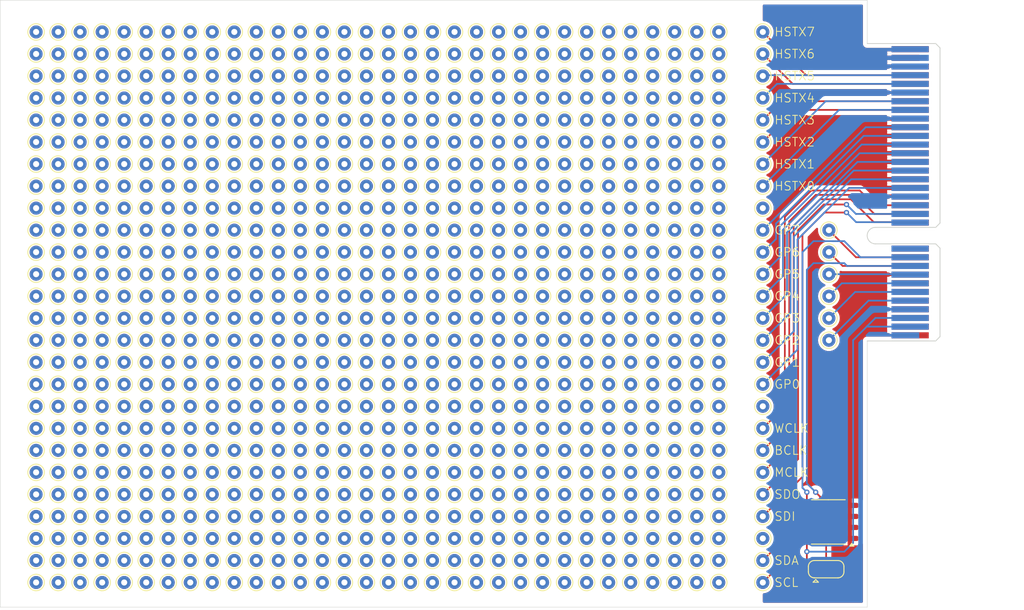
<source format=kicad_pcb>
(kicad_pcb (version 20240108) (generator "pcbnew") (generator_version "8.0")
  (layers (0 "F.Cu" signal) (31 "B.Cu" signal) (34 "B.Paste" user) (35 "F.Paste" user) (36 "B.SilkS" user "B.Silkscreen") (37 "F.SilkS" user "F.Silkscreen") (38 "B.Mask" user) (39 "F.Mask" user) (44 "Edge.Cuts" user))
  (net 0 "")
  (net 1 "Net-(J101-I²S_{BCLK})")
  (net 2 "GND")
  (net 3 "Net-(J101-I²S_{MCLK})")
  (net 4 "Net-(J101-SLOT_{A0})")
  (net 5 "Net-(J101-CLK_{16MHz})")
  (net 6 "+5V")
  (net 7 "+12V")
  (net 8 "Net-(J101-I²S_{SDOUT})")
  (net 9 "Net-(J101-HSTX_{4})")
  (net 10 "Net-(J101-~{IRQ})")
  (net 11 "Net-(J101-GP3)")
  (net 12 "Net-(J101-GP1)")
  (net 13 "Net-(J101-HSTX_{0})")
  (net 14 "/SCL")
  (net 15 "Net-(J101-GP4)")
  (net 16 "Net-(J101-HSTX_{5})")
  (net 17 "Net-(J101-HSTX_{6})")
  (net 18 "Net-(J101-I²S_{WCLK})")
  (net 19 "Net-(J101-SLOT_{A1})")
  (net 20 "Net-(J101-HSTX_{3})")
  (net 21 "Net-(J101-GP6)")
  (net 22 "Net-(J101-HSTX_{2})")
  (net 23 "Net-(J101-GP7)")
  (net 24 "Net-(J101-HSTX_{1})")
  (net 25 "Net-(J101-HSTX_{7})")
  (net 26 "Net-(J101-SLOT_{A2})")
  (net 27 "+3V3")
  (net 28 "Net-(J101-GP2)")
  (net 29 "Net-(J101-GP5)")
  (net 30 "/SDA")
  (net 31 "Net-(J101-~{SLOT_{VIDEO}})")
  (net 32 "Net-(J101-GP0)")
  (net 33 "Net-(J101-I²S_{SDIN})")
  (net 34 "Net-(J101-SLOT_{A3})")
  (net 35 "Net-(J101-~{SLOT_{AUDIO}})")
  (net 36 "Net-(JP101-C)")
  (footprint "TestPoint:TestPoint_THTPad_D1.5mm_Drill0.7mm" (layer "F.Cu") (at 139.7 76.2)
    (property "Reference" "TP338" (hide yes))
    (property "Value" "-" (hide yes))
  )
  (footprint "TestPoint:TestPoint_THTPad_D1.5mm_Drill0.7mm" (layer "F.Cu") (at 144.78 124.46)
    (property "Reference" "TP1102" (hide yes))
    (property "Value" "-" (hide yes))
  )
  (footprint "TestPoint:TestPoint_THTPad_D1.5mm_Drill0.7mm" (layer "F.Cu") (at 124.46 104.14)
    (property "Reference" "TP502" (hide yes))
    (property "Value" "-" (hide yes))
  )
  (footprint "TestPoint:TestPoint_THTPad_D1.5mm_Drill0.7mm" (layer "F.Cu") (at 127 78.74)
    (property "Reference" "TP319" (hide yes))
    (property "Value" "-" (hide yes))
  )
  (footprint "TestPoint:TestPoint_THTPad_D1.5mm_Drill0.7mm" (layer "F.Cu") (at 149.86 91.44)
    (property "Reference" "TP1044" (hide yes))
    (property "Value" "-" (hide yes))
  )
  (footprint "TestPoint:TestPoint_THTPad_D1.5mm_Drill0.7mm" (layer "F.Cu") (at 170.18 106.68)
    (property "Reference" "TP1342" (hide yes))
    (property "Value" "-" (hide yes))
  )
  (footprint "TestPoint:TestPoint_THTPad_D1.5mm_Drill0.7mm" (layer "F.Cu") (at 134.62 99.06)
    (property "Reference" "TP507" (hide yes))
    (property "Value" "-" (hide yes))
  )
  (footprint "TestPoint:TestPoint_THTPad_D1.5mm_Drill0.7mm" (layer "F.Cu") (at 157.48 119.38)
    (property "Reference" "TP1123" (hide yes))
    (property "Value" "-" (hide yes))
  )
  (footprint "TestPoint:TestPoint_THTPad_D1.5mm_Drill0.7mm" (layer "F.Cu") (at 106.68 129.54)
    (property "Reference" "TP620" (hide yes))
    (property "Value" "-" (hide yes))
  )
  (footprint "TestPoint:TestPoint_THTPad_D1.5mm_Drill0.7mm" (layer "F.Cu") (at 154.94 93.98)
    (property "Reference" "TP905" (hide yes))
    (property "Value" "-" (hide yes))
  )
  (footprint "TestPoint:TestPoint_THTPad_D1.5mm_Drill0.7mm" (layer "F.Cu") (at 175.26 134.62)
    (property "Reference" "TP1415" (hide yes))
    (property "Value" "-" (hide yes))
  )
  (footprint "TestPoint:TestPoint_THTPad_D1.5mm_Drill0.7mm" (layer "F.Cu") (at 137.16 111.76)
    (property "Reference" "TP532" (hide yes))
    (property "Value" "-" (hide yes))
  )
  (footprint "TestPoint:TestPoint_THTPad_D1.5mm_Drill0.7mm" (layer "F.Cu") (at 165.1 124.46)
    (property "Reference" "TP1202" (hide yes))
    (property "Value" "-" (hide yes))
  )
  (footprint "TestPoint:TestPoint_THTPad_D1.5mm_Drill0.7mm" (layer "F.Cu") (at 137.16 88.9)
    (property "Reference" "TP331" (hide yes))
    (property "Value" "-" (hide yes))
  )
  (footprint "TestPoint:TestPoint_THTPad_D1.5mm_Drill0.7mm" (layer "F.Cu") (at 124.46 81.28)
    (property "Reference" "TP325" (hide yes))
    (property "Value" "-" (hide yes))
  )
  (footprint "TestPoint:TestPoint_THTPad_D1.5mm_Drill0.7mm" (layer "F.Cu") (at 172.72 81.28)
    (property "Reference" "TP852" (hide yes))
    (property "Value" "-" (hide yes))
  )
  (footprint "TestPoint:TestPoint_THTPad_D1.5mm_Drill0.7mm" (layer "F.Cu") (at 111.76 99.06)
    (property "Reference" "TP451" (hide yes))
    (property "Value" "-" (hide yes))
  )
  (footprint "TestPoint:TestPoint_THTPad_D1.5mm_Drill0.7mm" (layer "F.Cu") (at 187.96 81.28 180)
    (property "Reference" "TP122" (hide yes))
    (property "Value" "HSTX4" (hide yes))
  )
  (footprint "TestPoint:TestPoint_THTPad_D1.5mm_Drill0.7mm" (layer "F.Cu") (at 177.8 109.22)
    (property "Reference" "TP1331" (hide yes))
    (property "Value" "-" (hide yes))
  )
  (footprint "TestPoint:TestPoint_THTPad_D1.5mm_Drill0.7mm" (layer "F.Cu") (at 160.02 96.52)
    (property "Reference" "TP938" (hide yes))
    (property "Value" "-" (hide yes))
  )
  (footprint "TestPoint:TestPoint_THTPad_D1.5mm_Drill0.7mm" (layer "F.Cu") (at 167.64 129.54)
    (property "Reference" "TP1220" (hide yes))
    (property "Value" "-" (hide yes))
  )
  (footprint "TestPoint:TestPoint_THTPad_D1.5mm_Drill0.7mm" (layer "F.Cu") (at 124.46 132.08)
    (property "Reference" "TP726" (hide yes))
    (property "Value" "-" (hide yes))
  )
  (footprint "TestPoint:TestPoint_THTPad_D1.5mm_Drill0.7mm" (layer "F.Cu") (at 147.32 119.38)
    (property "Reference" "TP1119" (hide yes))
    (property "Value" "-" (hide yes))
  )
  (footprint "TestPoint:TestPoint_THTPad_D1.5mm_Drill0.7mm" (layer "F.Cu") (at 119.38 99.06)
    (property "Reference" "TP439" (hide yes))
    (property "Value" "-" (hide yes))
  )
  (footprint "TestPoint:TestPoint_THTPad_D1.5mm_Drill0.7mm" (layer "F.Cu") (at 142.24 109.22)
    (property "Reference" "TP563" (hide yes))
    (property "Value" "-" (hide yes))
  )
  (footprint "TestPoint:TestPoint_THTPad_D1.5mm_Drill0.7mm" (layer "F.Cu") (at 147.32 93.98)
    (property "Reference" "TP903" (hide yes))
    (property "Value" "-" (hide yes))
  )
  (footprint "TestPoint:TestPoint_THTPad_D1.5mm_Drill0.7mm" (layer "F.Cu") (at 152.4 109.22)
    (property "Reference" "TP959" (hide yes))
    (property "Value" "-" (hide yes))
  )
  (footprint "TestPoint:TestPoint_THTPad_D1.5mm_Drill0.7mm" (layer "F.Cu") (at 175.26 76.2)
    (property "Reference" "TP806" (hide yes))
    (property "Value" "-" (hide yes))
  )
  (footprint "TestPoint:TestPoint_THTPad_D1.5mm_Drill0.7mm" (layer "F.Cu") (at 177.8 127)
    (property "Reference" "TP1230" (hide yes))
    (property "Value" "-" (hide yes))
  )
  (footprint "TestPoint:TestPoint_THTPad_D1.5mm_Drill0.7mm" (layer "F.Cu") (at 111.76 91.44)
    (property "Reference" "TP260" (hide yes))
    (property "Value" "-" (hide yes))
  )
  (footprint "TestPoint:TestPoint_THTPad_D1.5mm_Drill0.7mm" (layer "F.Cu") (at 142.24 76.2)
    (property "Reference" "TP354" (hide yes))
    (property "Value" "-" (hide yes))
  )
  (footprint "TestPoint:TestPoint_THTPad_D1.5mm_Drill0.7mm" (layer "F.Cu") (at 142.24 124.46)
    (property "Reference" "TP761" (hide yes))
    (property "Value" "-" (hide yes))
  )
  (footprint "TestPoint:TestPoint_THTPad_D1.5mm_Drill0.7mm" (layer "F.Cu") (at 172.72 116.84)
    (property "Reference" "TP1250" (hide yes))
    (property "Value" "-" (hide yes))
  )
  (footprint "TestPoint:TestPoint_THTPad_D1.5mm_Drill0.7mm" (layer "F.Cu") (at 165.1 73.66)
    (property "Reference" "TP809" (hide yes))
    (property "Value" "-" (hide yes))
  )
  (footprint "TestPoint:TestPoint_THTPad_D1.5mm_Drill0.7mm" (layer "F.Cu") (at 119.38 114.3)
    (property "Reference" "TP637" (hide yes))
    (property "Value" "-" (hide yes))
  )
  (footprint "TestPoint:TestPoint_THTPad_D1.5mm_Drill0.7mm" (layer "F.Cu") (at 144.78 116.84)
    (property "Reference" "TP1101" (hide yes))
    (property "Value" "-" (hide yes))
  )
  (footprint "TestPoint:TestPoint_THTPad_D1.5mm_Drill0.7mm" (layer "F.Cu") (at 167.64 121.92)
    (property "Reference" "TP1227" (hide yes))
    (property "Value" "-" (hide yes))
  )
  (footprint "TestPoint:TestPoint_THTPad_D1.5mm_Drill0.7mm" (layer "F.Cu") (at 177.8 137.16)
    (property "Reference" "TP1432" (hide yes))
    (property "Value" "-" (hide yes))
  )
  (footprint "TestPoint:TestPoint_THTPad_D1.5mm_Drill0.7mm" (layer "F.Cu") (at 157.48 132.08)
    (property "Reference" "TP1132" (hide yes))
    (property "Value" "-" (hide yes))
  )
  (footprint "TestPoint:TestPoint_THTPad_D1.5mm_Drill0.7mm" (layer "F.Cu") (at 182.88 78.74)
    (property "Reference" "TP855" (hide yes))
    (property "Value" "-" (hide yes))
  )
  (footprint "TestPoint:TestPoint_THTPad_D1.5mm_Drill0.7mm" (layer "F.Cu") (at 116.84 106.68)
    (property "Reference" "TP430" (hide yes))
    (property "Value" "-" (hide yes))
  )
  (footprint "TestPoint:TestPoint_THTPad_D1.5mm_Drill0.7mm" (layer "F.Cu") (at 116.84 119.38)
    (property "Reference" "TP623" (hide yes))
    (property "Value" "-" (hide yes))
  )
  (footprint "TestPoint:TestPoint_THTPad_D1.5mm_Drill0.7mm" (layer "F.Cu") (at 142.24 114.3)
    (property "Reference" "TP753" (hide yes))
    (property "Value" "-" (hide yes))
  )
  (footprint "TestPoint:TestPoint_THTPad_D1.5mm_Drill0.7mm" (layer "F.Cu") (at 111.76 76.2)
    (property "Reference" "TP250" (hide yes))
    (property "Value" "-" (hide yes))
  )
  (footprint "TestPoint:TestPoint_THTPad_D1.5mm_Drill0.7mm" (layer "F.Cu") (at 139.7 106.68)
    (property "Reference" "TP546" (hide yes))
    (property "Value" "-" (hide yes))
  )
  (footprint "TestPoint:TestPoint_THTPad_D1.5mm_Drill0.7mm" (layer "F.Cu") (at 137.16 127)
    (property "Reference" "TP730" (hide yes))
    (property "Value" "-" (hide yes))
  )
  (footprint "TestPoint:TestPoint_THTPad_D1.5mm_Drill0.7mm" (layer "F.Cu") (at 167.64 81.28)
    (property "Reference" "TP827" (hide yes))
    (property "Value" "-" (hide yes))
  )
  (footprint "TestPoint:TestPoint_THTPad_D1.5mm_Drill0.7mm" (layer "F.Cu") (at 124.46 116.84)
    (property "Reference" "TP701" (hide yes))
    (property "Value" "-" (hide yes))
  )
  (footprint "TestPoint:TestPoint_THTPad_D1.5mm_Drill0.7mm" (layer "F.Cu") (at 129.54 116.84)
    (property "Reference" "TP734" (hide yes))
    (property "Value" "-" (hide yes))
  )
  (footprint "TestPoint:TestPoint_THTPad_D1.5mm_Drill0.7mm" (layer "F.Cu") (at 121.92 134.62)
    (property "Reference" "TP1453" (hide yes))
    (property "Value" "-" (hide yes))
  )
  (footprint "TestPoint:TestPoint_THTPad_D1.5mm_Drill0.7mm" (layer "F.Cu") (at 129.54 76.2)
    (property "Reference" "TP334" (hide yes))
    (property "Value" "-" (hide yes))
  )
  (footprint "TestPoint:TestPoint_THTPad_D1.5mm_Drill0.7mm" (layer "F.Cu") (at 129.54 111.76)
    (property "Reference" "TP544" (hide yes))
    (property "Value" "-" (hide yes))
  )
  (footprint "TestPoint:TestPoint_THTPad_D1.5mm_Drill0.7mm" (layer "F.Cu") (at 172.72 93.98)
    (property "Reference" "TP1349" (hide yes))
    (property "Value" "-" (hide yes))
  )
  (footprint "TestPoint:TestPoint_THTPad_D1.5mm_Drill0.7mm" (layer "F.Cu") (at 149.86 109.22)
    (property "Reference" "TP943" (hide yes))
    (property "Value" "-" (hide yes))
  )
  (footprint "TestPoint:TestPoint_THTPad_D1.5mm_Drill0.7mm" (layer "F.Cu") (at 137.16 119.38)
    (property "Reference" "TP723" (hide yes))
    (property "Value" "-" (hide yes))
  )
  (footprint "TestPoint:TestPoint_THTPad_D1.5mm_Drill0.7mm" (layer "F.Cu") (at 116.84 99.06)
    (property "Reference" "TP423" (hide yes))
    (property "Value" "-" (hide yes))
  )
  (footprint "TestPoint:TestPoint_THTPad_D1.5mm_Drill0.7mm" (layer "F.Cu") (at 116.84 96.52)
    (property "Reference" "TP422" (hide yes))
    (property "Value" "-" (hide yes))
  )
  (footprint "TestPoint:TestPoint_THTPad_D1.5mm_Drill0.7mm" (layer "F.Cu") (at 157.48 81.28)
    (property "Reference" "TP1024" (hide yes))
    (property "Value" "-" (hide yes))
  )
  (footprint "TestPoint:TestPoint_THTPad_D1.5mm_Drill0.7mm" (layer "F.Cu") (at 162.56 134.62)
    (property "Reference" "TP1461" (hide yes))
    (property "Value" "-" (hide yes))
  )
  (footprint "TestPoint:TestPoint_THTPad_D1.5mm_Drill0.7mm" (layer "F.Cu") (at 129.54 99.06)
    (property "Reference" "TP535" (hide yes))
    (property "Value" "-" (hide yes))
  )
  (footprint "TestPoint:TestPoint_THTPad_D1.5mm_Drill0.7mm" (layer "F.Cu") (at 104.14 116.84)
    (property "Reference" "TP601" (hide yes))
    (property "Value" "-" (hide yes))
  )
  (footprint "TestPoint:TestPoint_THTPad_D1.5mm_Drill0.7mm" (layer "F.Cu") (at 127 106.68)
    (property "Reference" "TP512" (hide yes))
    (property "Value" "-" (hide yes))
  )
  (footprint "TestPoint:TestPoint_THTPad_D1.5mm_Drill0.7mm" (layer "F.Cu") (at 177.8 96.52)
    (property "Reference" "TP1322" (hide yes))
    (property "Value" "-" (hide yes))
  )
  (footprint "TestPoint:TestPoint_THTPad_D1.5mm_Drill0.7mm" (layer "F.Cu") (at 175.26 106.68)
    (property "Reference" "TP1314" (hide yes))
    (property "Value" "-" (hide yes))
  )
  (footprint "TestPoint:TestPoint_THTPad_D1.5mm_Drill0.7mm" (layer "F.Cu") (at 180.34 88.9)
    (property "Reference" "TP847" (hide yes))
    (property "Value" "-" (hide yes))
  )
  (footprint "TestPoint:TestPoint_THTPad_D1.5mm_Drill0.7mm" (layer "F.Cu") (at 129.54 81.28)
    (property "Reference" "TP336" (hide yes))
    (property "Value" "-" (hide yes))
  )
  (footprint "TestPoint:TestPoint_THTPad_D1.5mm_Drill0.7mm" (layer "F.Cu") (at 121.92 124.46)
    (property "Reference" "TP661" (hide yes))
    (property "Value" "-" (hide yes))
  )
  (footprint "TestPoint:TestPoint_THTPad_D1.5mm_Drill0.7mm" (layer "F.Cu") (at 134.62 73.66)
    (property "Reference" "TP305" (hide yes))
    (property "Value" "-" (hide yes))
  )
  (footprint "TestPoint:TestPoint_THTPad_D1.5mm_Drill0.7mm" (layer "F.Cu") (at 111.76 73.66)
    (property "Reference" "TP249" (hide yes))
    (property "Value" "-" (hide yes))
  )
  (footprint "TestPoint:TestPoint_THTPad_D1.5mm_Drill0.7mm" (layer "F.Cu") (at 119.38 91.44)
    (property "Reference" "TP248" (hide yes))
    (property "Value" "-" (hide yes))
  )
  (footprint "TestPoint:TestPoint_THTPad_D1.5mm_Drill0.7mm" (layer "F.Cu") (at 127 83.82)
    (property "Reference" "TP304" (hide yes))
    (property "Value" "-" (hide yes))
  )
  (footprint "TestPoint:TestPoint_THTPad_D1.5mm_Drill0.7mm" (layer "F.Cu") (at 144.78 119.38)
    (property "Reference" "TP1117" (hide yes))
    (property "Value" "-" (hide yes))
  )
  (footprint "TestPoint:TestPoint_THTPad_D1.5mm_Drill0.7mm" (layer "F.Cu") (at 182.88 88.9)
    (property "Reference" "TP863" (hide yes))
    (property "Value" "-" (hide yes))
  )
  (footprint "TestPoint:TestPoint_THTPad_D1.5mm_Drill0.7mm" (layer "F.Cu") (at 114.3 76.2)
    (property "Reference" "TP206" (hide yes))
    (property "Value" "-" (hide yes))
  )
  (footprint "TestPoint:TestPoint_THTPad_D1.5mm_Drill0.7mm" (layer "F.Cu") (at 162.56 119.38)
    (property "Reference" "TP1155" (hide yes))
    (property "Value" "-" (hide yes))
  )
  (footprint "TestPoint:TestPoint_THTPad_D1.5mm_Drill0.7mm" (layer "F.Cu") (at 124.46 78.74)
    (property "Reference" "TP317" (hide yes))
    (property "Value" "-" (hide yes))
  )
  (footprint "TestPoint:TestPoint_THTPad_D1.5mm_Drill0.7mm" (layer "F.Cu") (at 116.84 73.66)
    (property "Reference" "TP221" (hide yes))
    (property "Value" "-" (hide yes))
  )
  (footprint "TestPoint:TestPoint_THTPad_D1.5mm_Drill0.7mm" (layer "F.Cu") (at 170.18 134.62)
    (property "Reference" "TP1443" (hide yes))
    (property "Value" "-" (hide yes))
  )
  (footprint "TestPoint:TestPoint_THTPad_D1.5mm_Drill0.7mm" (layer "F.Cu") (at 167.64 73.66)
    (property "Reference" "TP803" (hide yes))
    (property "Value" "-" (hide yes))
  )
  (footprint "TestPoint:TestPoint_THTPad_D1.5mm_Drill0.7mm" (layer "F.Cu") (at 149.86 119.38)
    (property "Reference" "TP1135" (hide yes))
    (property "Value" "-" (hide yes))
  )
  (footprint "TestPoint:TestPoint_THTPad_D1.5mm_Drill0.7mm" (layer "F.Cu") (at 165.1 96.52)
    (property "Reference" "TP1301" (hide yes))
    (property "Value" "-" (hide yes))
  )
  (footprint "TestPoint:TestPoint_THTPad_D1.5mm_Drill0.7mm" (layer "F.Cu") (at 152.4 119.38)
    (property "Reference" "TP1151" (hide yes))
    (property "Value" "-" (hide yes))
  )
  (footprint "TestPoint:TestPoint_THTPad_D1.5mm_Drill0.7mm" (layer "F.Cu") (at 114.3 127)
    (property "Reference" "TP614" (hide yes))
    (property "Value" "-" (hide yes))
  )
  (footprint "TestPoint:TestPoint_THTPad_D1.5mm_Drill0.7mm" (layer "F.Cu") (at 119.38 116.84)
    (property "Reference" "TP638" (hide yes))
    (property "Value" "-" (hide yes))
  )
  (footprint "TestPoint:TestPoint_THTPad_D1.5mm_Drill0.7mm" (layer "F.Cu") (at 114.3 124.46)
    (property "Reference" "TP613" (hide yes))
    (property "Value" "-" (hide yes))
  )
  (footprint "TestPoint:TestPoint_THTPad_D1.5mm_Drill0.7mm" (layer "F.Cu") (at 142.24 83.82)
    (property "Reference" "TP361" (hide yes))
    (property "Value" "-" (hide yes))
  )
  (footprint "TestPoint:TestPoint_THTPad_D1.5mm_Drill0.7mm" (layer "F.Cu") (at 167.64 76.2)
    (property "Reference" "TP811" (hide yes))
    (property "Value" "-" (hide yes))
  )
  (footprint "TestPoint:TestPoint_THTPad_D1.5mm_Drill0.7mm" (layer "F.Cu") (at 180.34 93.98)
    (property "Reference" "TP1337" (hide yes))
    (property "Value" "-" (hide yes))
  )
  (footprint "TestPoint:TestPoint_THTPad_D1.5mm_Drill0.7mm" (layer "F.Cu") (at 132.08 96.52)
    (property "Reference" "TP550" (hide yes))
    (property "Value" "-" (hide yes))
  )
  (footprint "TestPoint:TestPoint_THTPad_D1.5mm_Drill0.7mm" (layer "F.Cu") (at 175.26 86.36)
    (property "Reference" "TP814" (hide yes))
    (property "Value" "-" (hide yes))
  )
  (footprint "TestPoint:TestPoint_THTPad_D1.5mm_Drill0.7mm" (layer "F.Cu") (at 109.22 83.82)
    (property "Reference" "TP241" (hide yes))
    (property "Value" "-" (hide yes))
  )
  (footprint "TestPoint:TestPoint_THTPad_D1.5mm_Drill0.7mm" (layer "F.Cu") (at 134.62 83.82)
    (property "Reference" "TP313" (hide yes))
    (property "Value" "-" (hide yes))
  )
  (footprint "TestPoint:TestPoint_THTPad_D1.5mm_Drill0.7mm" (layer "F.Cu") (at 152.4 88.9)
    (property "Reference" "TP1059" (hide yes))
    (property "Value" "-" (hide yes))
  )
  (footprint "TestPoint:TestPoint_THTPad_D1.5mm_Drill0.7mm" (layer "F.Cu") (at 180.34 134.62)
    (property "Reference" "TP1447" (hide yes))
    (property "Value" "-" (hide yes))
  )
  (footprint "TestPoint:TestPoint_THTPad_D1.5mm_Drill0.7mm" (layer "F.Cu") (at 111.76 121.92)
    (property "Reference" "TP652" (hide yes))
    (property "Value" "-" (hide yes))
  )
  (footprint "TestPoint:TestPoint_THTPad_D1.5mm_Drill0.7mm" (layer "F.Cu") (at 152.4 124.46)
    (property "Reference" "TP1157" (hide yes))
    (property "Value" "-" (hide yes))
  )
  (footprint "TestPoint:TestPoint_THTPad_D1.5mm_Drill0.7mm" (layer "F.Cu") (at 119.38 124.46)
    (property "Reference" "TP645" (hide yes))
    (property "Value" "-" (hide yes))
  )
  (footprint "TestPoint:TestPoint_THTPad_D1.5mm_Drill0.7mm" (layer "F.Cu") (at 121.92 132.08)
    (property "Reference" "TP664" (hide yes))
    (property "Value" "-" (hide yes))
  )
  (footprint "TestPoint:TestPoint_THTPad_D1.5mm_Drill0.7mm" (layer "F.Cu") (at 157.48 134.62)
    (property "Reference" "TP1429" (hide yes))
    (property "Value" "-" (hide yes))
  )
  (footprint "TestPoint:TestPoint_THTPad_D1.5mm_Drill0.7mm" (layer "F.Cu") (at 121.92 129.54)
    (property "Reference" "TP663" (hide yes))
    (property "Value" "-" (hide yes))
  )
  (footprint "TestPoint:TestPoint_THTPad_D1.5mm_Drill0.7mm" (layer "F.Cu") (at 182.88 119.38)
    (property "Reference" "TP1255" (hide yes))
    (property "Value" "-" (hide yes))
  )
  (footprint "TestPoint:TestPoint_THTPad_D1.5mm_Drill0.7mm" (layer "F.Cu") (at 114.3 129.54)
    (property "Reference" "TP615" (hide yes))
    (property "Value" "-" (hide yes))
  )
  (footprint "TestPoint:TestPoint_THTPad_D1.5mm_Drill0.7mm" (layer "F.Cu") (at 111.76 134.62)
    (property "Reference" "TP1449" (hide yes))
    (property "Value" "-" (hide yes))
  )
  (footprint "TestPoint:TestPoint_THTPad_D1.5mm_Drill0.7mm" (layer "F.Cu") (at 170.18 116.84)
    (property "Reference" "TP1234" (hide yes))
    (property "Value" "-" (hide yes))
  )
  (footprint "TestPoint:TestPoint_THTPad_D1.5mm_Drill0.7mm" (layer "F.Cu") (at 187.96 114.3 180)
    (property "Reference" "TP112" (hide yes))
    (property "Value" "GP0" (hide yes))
  )
  (footprint "TestPoint:TestPoint_THTPad_D1.5mm_Drill0.7mm" (layer "F.Cu") (at 195.58 96.52 180)
    (property "Reference" "TP125" (hide yes))
    (property "Value" "~{VIDEO}" (hide yes))
  )
  (footprint "TestPoint:TestPoint_THTPad_D1.5mm_Drill0.7mm" (layer "F.Cu") (at 154.94 101.6)
    (property "Reference" "TP908" (hide yes))
    (property "Value" "-" (hide yes))
  )
  (footprint "TestPoint:TestPoint_THTPad_D1.5mm_Drill0.7mm" (layer "F.Cu") (at 172.72 106.68)
    (property "Reference" "TP1358" (hide yes))
    (property "Value" "-" (hide yes))
  )
  (footprint "TestPoint:TestPoint_THTPad_D1.5mm_Drill0.7mm" (layer "F.Cu") (at 142.24 86.36)
    (property "Reference" "TP362" (hide yes))
    (property "Value" "-" (hide yes))
  )
  (footprint "TestPoint:TestPoint_THTPad_D1.5mm_Drill0.7mm" (layer "F.Cu") (at 154.94 106.68)
    (property "Reference" "TP914" (hide yes))
    (property "Value" "-" (hide yes))
  )
  (footprint "TestPoint:TestPoint_THTPad_D1.5mm_Drill0.7mm" (layer "F.Cu") (at 147.32 88.9)
    (property "Reference" "TP1020" (hide yes))
    (property "Value" "-" (hide yes))
  )
  (footprint "TestPoint:TestPoint_THTPad_D1.5mm_Drill0.7mm" (layer "F.Cu") (at 180.34 124.46)
    (property "Reference" "TP1245" (hide yes))
    (property "Value" "-" (hide yes))
  )
  (footprint "TestPoint:TestPoint_THTPad_D1.5mm_Drill0.7mm" (layer "F.Cu") (at 187.96 101.6 180)
    (property "Reference" "TP117" (hide yes))
    (property "Value" "GP5" (hide yes))
  )
  (footprint "TestPoint:TestPoint_THTPad_D1.5mm_Drill0.7mm" (layer "F.Cu") (at 157.48 129.54)
    (property "Reference" "TP1131" (hide yes))
    (property "Value" "-" (hide yes))
  )
  (footprint "TestPoint:TestPoint_THTPad_D1.5mm_Drill0.7mm" (layer "F.Cu") (at 134.62 81.28)
    (property "Reference" "TP308" (hide yes))
    (property "Value" "-" (hide yes))
  )
  (footprint "TestPoint:TestPoint_THTPad_D1.5mm_Drill0.7mm" (layer "F.Cu") (at 109.22 106.68)
    (property "Reference" "TP442" (hide yes))
    (property "Value" "-" (hide yes))
  )
  (footprint "TestPoint:TestPoint_THTPad_D1.5mm_Drill0.7mm" (layer "F.Cu") (at 119.38 78.74)
    (property "Reference" "TP239" (hide yes))
    (property "Value" "-" (hide yes))
  )
  (footprint "TestPoint:TestPoint_THTPad_D1.5mm_Drill0.7mm" (layer "F.Cu") (at 160.02 81.28)
    (property "Reference" "TP1040" (hide yes))
    (property "Value" "-" (hide yes))
  )
  (footprint "TestPoint:TestPoint_THTPad_D1.5mm_Drill0.7mm" (layer "F.Cu") (at 175.26 73.66)
    (property "Reference" "TP805" (hide yes))
    (property "Value" "-" (hide yes))
  )
  (footprint "TestPoint:TestPoint_THTPad_D1.5mm_Drill0.7mm" (layer "F.Cu") (at 132.08 86.36)
    (property "Reference" "TP358" (hide yes))
    (property "Value" "-" (hide yes))
  )
  (footprint "TestPoint:TestPoint_THTPad_D1.5mm_Drill0.7mm" (layer "F.Cu") (at 187.96 91.44 180)
    (property "Reference" "TP120" (hide yes))
    (property "Value" "HSTX0" (hide yes))
  )
  (footprint "TestPoint:TestPoint_THTPad_D1.5mm_Drill0.7mm" (layer "F.Cu") (at 157.48 91.44)
    (property "Reference" "TP1032" (hide yes))
    (property "Value" "-" (hide yes))
  )
  (footprint "TestPoint:TestPoint_THTPad_D1.5mm_Drill0.7mm" (layer "F.Cu") (at 104.14 137.16)
    (property "Reference" "TP1401" (hide yes))
    (property "Value" "-" (hide yes))
  )
  (footprint "TestPoint:TestPoint_THTPad_D1.5mm_Drill0.7mm" (layer "F.Cu") (at 114.3 106.68)
    (property "Reference" "TP414" (hide yes))
    (property "Value" "-" (hide yes))
  )
  (footprint "TestPoint:TestPoint_THTPad_D1.5mm_Drill0.7mm" (layer "F.Cu") (at 121.92 78.74)
    (property "Reference" "TP255" (hide yes))
    (property "Value" "-" (hide yes))
  )
  (footprint "TestPoint:TestPoint_THTPad_D1.5mm_Drill0.7mm" (layer "F.Cu") (at 144.78 73.66)
    (property "Reference" "TP1009" (hide yes))
    (property "Value" "-" (hide yes))
  )
  (footprint "TestPoint:TestPoint_THTPad_D1.5mm_Drill0.7mm" (layer "F.Cu") (at 154.94 129.54)
    (property "Reference" "TP1115" (hide yes))
    (property "Value" "-" (hide yes))
  )
  (footprint "TestPoint:TestPoint_THTPad_D1.5mm_Drill0.7mm" (layer "F.Cu") (at 111.76 78.74)
    (property "Reference" "TP251" (hide yes))
    (property "Value" "-" (hide yes))
  )
  (footprint "TestPoint:TestPoint_THTPad_D1.5mm_Drill0.7mm" (layer "F.Cu") (at 144.78 134.62)
    (property "Reference" "TP1402" (hide yes))
    (property "Value" "-" (hide yes))
  )
  (footprint "TestPoint:TestPoint_THTPad_D1.5mm_Drill0.7mm" (layer "F.Cu") (at 114.3 93.98)
    (property "Reference" "TP405" (hide yes))
    (property "Value" "-" (hide yes))
  )
  (footprint "TestPoint:TestPoint_THTPad_D1.5mm_Drill0.7mm" (layer "F.Cu") (at 104.14 109.22)
    (property "Reference" "TP418" (hide yes))
    (property "Value" "-" (hide yes))
  )
  (footprint "TestPoint:TestPoint_THTPad_D1.5mm_Drill0.7mm" (layer "F.Cu") (at 167.64 88.9)
    (property "Reference" "TP820" (hide yes))
    (property "Value" "-" (hide yes))
  )
  (footprint "TestPoint:TestPoint_THTPad_D1.5mm_Drill0.7mm" (layer "F.Cu") (at 175.26 101.6)
    (property "Reference" "TP1308" (hide yes))
    (property "Value" "-" (hide yes))
  )
  (footprint "TestPoint:TestPoint_THTPad_D1.5mm_Drill0.7mm" (layer "F.Cu") (at 142.24 81.28)
    (property "Reference" "TP356" (hide yes))
    (property "Value" "-" (hide yes))
  )
  (footprint "TestPoint:TestPoint_THTPad_D1.5mm_Drill0.7mm" (layer "F.Cu") (at 134.62 129.54)
    (property "Reference" "TP715" (hide yes))
    (property "Value" "-" (hide yes))
  )
  (footprint "TestPoint:TestPoint_THTPad_D1.5mm_Drill0.7mm" (layer "F.Cu") (at 124.46 99.06)
    (property "Reference" "TP517" (hide yes))
    (property "Value" "-" (hide yes))
  )
  (footprint "TestPoint:TestPoint_THTPad_D1.5mm_Drill0.7mm" (layer "F.Cu") (at 137.16 73.66)
    (property "Reference" "TP321" (hide yes))
    (property "Value" "-" (hide yes))
  )
  (footprint "TestPoint:TestPoint_THTPad_D1.5mm_Drill0.7mm" (layer "F.Cu") (at 114.3 88.9)
    (property "Reference" "TP215" (hide yes))
    (property "Value" "-" (hide yes))
  )
  (footprint "TestPoint:TestPoint_THTPad_D1.5mm_Drill0.7mm" (layer "F.Cu") (at 149.86 93.98)
    (property "Reference" "TP933" (hide yes))
    (property "Value" "-" (hide yes))
  )
  (footprint "TestPoint:TestPoint_THTPad_D1.5mm_Drill0.7mm" (layer "F.Cu") (at 182.88 114.3)
    (property "Reference" "TP1253" (hide yes))
    (property "Value" "-" (hide yes))
  )
  (footprint "TestPoint:TestPoint_THTPad_D1.5mm_Drill0.7mm" (layer "F.Cu") (at 127 119.38)
    (property "Reference" "TP719" (hide yes))
    (property "Value" "-" (hide yes))
  )
  (footprint "TestPoint:TestPoint_THTPad_D1.5mm_Drill0.7mm" (layer "F.Cu") (at 134.62 88.9)
    (property "Reference" "TP315" (hide yes))
    (property "Value" "-" (hide yes))
  )
  (footprint "TestPoint:TestPoint_THTPad_D1.5mm_Drill0.7mm" (layer "F.Cu") (at 109.22 76.2)
    (property "Reference" "TP234" (hide yes))
    (property "Value" "-" (hide yes))
  )
  (footprint "TestPoint:TestPoint_THTPad_D1.5mm_Drill0.7mm" (layer "F.Cu") (at 187.96 124.46)
    (property "Reference" "TP126" (hide yes))
    (property "Value" "MCLK" (hide yes))
  )
  (footprint "TestPoint:TestPoint_THTPad_D1.5mm_Drill0.7mm" (layer "F.Cu") (at 182.88 134.62)
    (property "Reference" "TP1463" (hide yes))
    (property "Value" "-" (hide yes))
  )
  (footprint "TestPoint:TestPoint_THTPad_D1.5mm_Drill0.7mm" (layer "F.Cu") (at 127 91.44)
    (property "Reference" "TP328" (hide yes))
    (property "Value" "-" (hide yes))
  )
  (footprint "TestPoint:TestPoint_THTPad_D1.5mm_Drill0.7mm" (layer "F.Cu") (at 165.1 111.76)
    (property "Reference" "TP1326" (hide yes))
    (property "Value" "-" (hide yes))
  )
  (footprint "TestPoint:TestPoint_THTPad_D1.5mm_Drill0.7mm" (layer "F.Cu") (at 160.02 93.98)
    (property "Reference" "TP937" (hide yes))
    (property "Value" "-" (hide yes))
  )
  (footprint "TestPoint:TestPoint_THTPad_D1.5mm_Drill0.7mm" (layer "F.Cu") (at 167.64 137.16)
    (property "Reference" "TP1428" (hide yes))
    (property "Value" "-" (hide yes))
  )
  (footprint "TestPoint:TestPoint_THTPad_D1.5mm_Drill0.7mm" (layer "F.Cu") (at 165.1 106.68)
    (property "Reference" "TP1310" (hide yes))
    (property "Value" "-" (hide yes))
  )
  (footprint "TestPoint:TestPoint_THTPad_D1.5mm_Drill0.7mm" (layer "F.Cu") (at 160.02 129.54)
    (property "Reference" "TP1147" (hide yes))
    (property "Value" "-" (hide yes))
  )
  (footprint "TestPoint:TestPoint_THTPad_D1.5mm_Drill0.7mm" (layer "F.Cu") (at 119.38 106.68)
    (property "Reference" "TP446" (hide yes))
    (property "Value" "-" (hide yes))
  )
  (footprint "TestPoint:TestPoint_THTPad_D1.5mm_Drill0.7mm" (layer "F.Cu") (at 142.24 91.44)
    (property "Reference" "TP364" (hide yes))
    (property "Value" "-" (hide yes))
  )
  (footprint "TestPoint:TestPoint_THTPad_D1.5mm_Drill0.7mm" (layer "F.Cu") (at 139.7 88.9)
    (property "Reference" "TP347" (hide yes))
    (property "Value" "-" (hide yes))
  )
  (footprint "TestPoint:TestPoint_THTPad_D1.5mm_Drill0.7mm" (layer "F.Cu") (at 187.96 104.14 180)
    (property "Reference" "TP116" (hide yes))
    (property "Value" "GP4" (hide yes))
  )
  (footprint "TestPoint:TestPoint_THTPad_D1.5mm_Drill0.7mm" (layer "F.Cu") (at 129.54 132.08)
    (property "Reference" "TP744" (hide yes))
    (property "Value" "-" (hide yes))
  )
  (footprint "TestPoint:TestPoint_THTPad_D1.5mm_Drill0.7mm" (layer "F.Cu") (at 104.14 93.98)
    (property "Reference" "TP409" (hide yes))
    (property "Value" "-" (hide yes))
  )
  (footprint "TestPoint:TestPoint_THTPad_D1.5mm_Drill0.7mm" (layer "F.Cu") (at 116.84 101.6)
    (property "Reference" "TP424" (hide yes))
    (property "Value" "-" (hide yes))
  )
  (footprint "TestPoint:TestPoint_THTPad_D1.5mm_Drill0.7mm" (layer "F.Cu") (at 154.94 76.2)
    (property "Reference" "TP1006" (hide yes))
    (property "Value" "-" (hide yes))
  )
  (footprint "TestPoint:TestPoint_THTPad_D1.5mm_Drill0.7mm" (layer "F.Cu") (at 172.72 111.76)
    (property "Reference" "TP1360" (hide yes))
    (property "Value" "-" (hide yes))
  )
  (footprint "TestPoint:TestPoint_THTPad_D1.5mm_Drill0.7mm" (layer "F.Cu") (at 139.7 91.44)
    (property "Reference" "TP348" (hide yes))
    (property "Value" "-" (hide yes))
  )
  (footprint "TestPoint:TestPoint_THTPad_D1.5mm_Drill0.7mm" (layer "F.Cu") (at 121.92 111.76)
    (property "Reference" "TP464" (hide yes))
    (property "Value" "-" (hide yes))
  )
  (footprint "TestPoint:TestPoint_THTPad_D1.5mm_Drill0.7mm" (layer "F.Cu") (at 180.34 119.38)
    (property "Reference" "TP1239" (hide yes))
    (property "Value" "-" (hide yes))
  )
  (footprint "TestPoint:TestPoint_THTPad_D1.5mm_Drill0.7mm" (layer "F.Cu") (at 167.64 111.76)
    (property "Reference" "TP1328" (hide yes))
    (property "Value" "-" (hide yes))
  )
  (footprint "TestPoint:TestPoint_THTPad_D1.5mm_Drill0.7mm" (layer "F.Cu") (at 104.14 96.52)
    (property "Reference" "TP401" (hide yes))
    (property "Value" "-" (hide yes))
  )
  (footprint "TestPoint:TestPoint_THTPad_D1.5mm_Drill0.7mm" (layer "F.Cu") (at 127 114.3)
    (property "Reference" "TP703" (hide yes))
    (property "Value" "-" (hide yes))
  )
  (footprint "TestPoint:TestPoint_THTPad_D1.5mm_Drill0.7mm" (layer "F.Cu") (at 124.46 124.46)
    (property "Reference" "TP702" (hide yes))
    (property "Value" "-" (hide yes))
  )
  (footprint "TestPoint:TestPoint_THTPad_D1.5mm_Drill0.7mm" (layer "F.Cu") (at 160.02 106.68)
    (property "Reference" "TP946" (hide yes))
    (property "Value" "-" (hide yes))
  )
  (footprint "TestPoint:TestPoint_THTPad_D1.5mm_Drill0.7mm" (layer "F.Cu") (at 142.24 119.38)
    (property "Reference" "TP755" (hide yes))
    (property "Value" "-" (hide yes))
  )
  (footprint "TestPoint:TestPoint_THTPad_D1.5mm_Drill0.7mm" (layer "F.Cu") (at 149.86 132.08)
    (property "Reference" "TP1144" (hide yes))
    (property "Value" "-" (hide yes))
  )
  (footprint "TestPoint:TestPoint_THTPad_D1.5mm_Drill0.7mm" (layer "F.Cu") (at 180.34 106.68)
    (property "Reference" "TP1346" (hide yes))
    (property "Value" "-" (hide yes))
  )
  (footprint "TestPoint:TestPoint_THTPad_D1.5mm_Drill0.7mm" (layer "F.Cu") (at 116.84 91.44)
    (property "Reference" "TP232" (hide yes))
    (property "Value" "-" (hide yes))
  )
  (footprint "TestPoint:TestPoint_THTPad_D1.5mm_Drill0.7mm" (layer "F.Cu") (at 170.18 114.3)
    (property "Reference" "TP1233" (hide yes))
    (property "Value" "-" (hide yes))
  )
  (footprint "TestPoint:TestPoint_THTPad_D1.5mm_Drill0.7mm" (layer "F.Cu") (at 121.92 86.36)
    (property "Reference" "TP262" (hide yes))
    (property "Value" "-" (hide yes))
  )
  (footprint "TestPoint:TestPoint_THTPad_D1.5mm_Drill0.7mm" (layer "F.Cu") (at 167.64 106.68)
    (property "Reference" "TP1312" (hide yes))
    (property "Value" "-" (hide yes))
  )
  (footprint "TestPoint:TestPoint_THTPad_D1.5mm_Drill0.7mm" (layer "F.Cu") (at 119.38 96.52)
    (property "Reference" "TP438" (hide yes))
    (property "Value" "-" (hide yes))
  )
  (footprint "TestPoint:TestPoint_THTPad_D1.5mm_Drill0.7mm" (layer "F.Cu") (at 172.72 124.46)
    (property "Reference" "TP1257" (hide yes))
    (property "Value" "-" (hide yes))
  )
  (footprint "TestPoint:TestPoint_THTPad_D1.5mm_Drill0.7mm" (layer "F.Cu") (at 124.46 121.92)
    (property "Reference" "TP725" (hide yes))
    (property "Value" "-" (hide yes))
  )
  (footprint "TestPoint:TestPoint_THTPad_D1.5mm_Drill0.7mm" (layer "F.Cu") (at 132.08 109.22)
    (property "Reference" "TP559" (hide yes))
    (property "Value" "-" (hide yes))
  )
  (footprint "TestPoint:TestPoint_THTPad_D1.5mm_Drill0.7mm" (layer "F.Cu") (at 114.3 132.08)
    (property "Reference" "TP616" (hide yes))
    (property "Value" "-" (hide yes))
  )
  (footprint "TestPoint:TestPoint_THTPad_D1.5mm_Drill0.7mm" (layer "F.Cu") (at 132.08 119.38)
    (property "Reference" "TP751" (hide yes))
    (property "Value" "-" (hide yes))
  )
  (footprint "TestPoint:TestPoint_THTPad_D1.5mm_Drill0.7mm" (layer "F.Cu") (at 147.32 73.66)
    (property "Reference" "TP1003" (hide yes))
    (property "Value" "-" (hide yes))
  )
  (footprint "TestPoint:TestPoint_THTPad_D1.5mm_Drill0.7mm" (layer "F.Cu") (at 165.1 78.74)
    (property "Reference" "TP817" (hide yes))
    (property "Value" "-" (hide yes))
  )
  (footprint "TestPoint:TestPoint_THTPad_D1.5mm_Drill0.7mm" (layer "F.Cu") (at 170.18 73.66)
    (property "Reference" "TP833" (hide yes))
    (property "Value" "-" (hide yes))
  )
  (footprint "TestPoint:TestPoint_THTPad_D1.5mm_Drill0.7mm" (layer "F.Cu") (at 129.54 78.74)
    (property "Reference" "TP335" (hide yes))
    (property "Value" "-" (hide yes))
  )
  (footprint "TestPoint:TestPoint_THTPad_D1.5mm_Drill0.7mm" (layer "F.Cu") (at 116.84 78.74)
    (property "Reference" "TP223" (hide yes))
    (property "Value" "-" (hide yes))
  )
  (footprint "TestPoint:TestPoint_THTPad_D1.5mm_Drill0.7mm" (layer "F.Cu") (at 144.78 109.22)
    (property "Reference" "TP918" (hide yes))
    (property "Value" "-" (hide yes))
  )
  (footprint "TestPoint:TestPoint_THTPad_D1.5mm_Drill0.7mm" (layer "F.Cu") (at 152.4 99.06)
    (property "Reference" "TP951" (hide yes))
    (property "Value" "-" (hide yes))
  )
  (footprint "TestPoint:TestPoint_THTPad_D1.5mm_Drill0.7mm" (layer "F.Cu") (at 106.68 111.76)
    (property "Reference" "TP428" (hide yes))
    (property "Value" "-" (hide yes))
  )
  (footprint "TestPoint:TestPoint_THTPad_D1.5mm_Drill0.7mm" (layer "F.Cu") (at 134.62 116.84)
    (property "Reference" "TP706" (hide yes))
    (property "Value" "-" (hide yes))
  )
  (footprint "TestPoint:TestPoint_THTPad_D1.5mm_Drill0.7mm" (layer "F.Cu") (at 170.18 127)
    (property "Reference" "TP1242" (hide yes))
    (property "Value" "-" (hide yes))
  )
  (footprint "TestPoint:TestPoint_THTPad_D1.5mm_Drill0.7mm" (layer "F.Cu") (at 104.14 106.68)
    (property "Reference" "TP410" (hide yes))
    (property "Value" "-" (hide yes))
  )
  (footprint "TestPoint:TestPoint_THTPad_D1.5mm_Drill0.7mm" (layer "F.Cu") (at 157.48 127)
    (property "Reference" "TP1130" (hide yes))
    (property "Value" "-" (hide yes))
  )
  (footprint "TestPoint:TestPoint_THTPad_D1.5mm_Drill0.7mm" (layer "F.Cu") (at 154.94 99.06)
    (property "Reference" "TP907" (hide yes))
    (property "Value" "-" (hide yes))
  )
  (footprint "TestPoint:TestPoint_THTPad_D1.5mm_Drill0.7mm" (layer "F.Cu") (at 177.8 86.36)
    (property "Reference" "TP830" (hide yes))
    (property "Value" "-" (hide yes))
  )
  (footprint "TestPoint:TestPoint_THTPad_D1.5mm_Drill0.7mm" (layer "F.Cu") (at 144.78 129.54)
    (property "Reference" "TP1118" (hide yes))
    (property "Value" "-" (hide yes))
  )
  (footprint "TestPoint:TestPoint_THTPad_D1.5mm_Drill0.7mm" (layer "F.Cu") (at 172.72 88.9)
    (property "Reference" "TP859" (hide yes))
    (property "Value" "-" (hide yes))
  )
  (footprint "TestPoint:TestPoint_THTPad_D1.5mm_Drill0.7mm" (layer "F.Cu") (at 104.14 78.74)
    (property "Reference" "TP217" (hide yes))
    (property "Value" "-" (hide yes))
  )
  (footprint "TestPoint:TestPoint_THTPad_D1.5mm_Drill0.7mm" (layer "F.Cu") (at 119.38 129.54)
    (property "Reference" "TP647" (hide yes))
    (property "Value" "-" (hide yes))
  )
  (footprint "TestPoint:TestPoint_THTPad_D1.5mm_Drill0.7mm" (layer "F.Cu") (at 106.68 73.66)
    (property "Reference" "TP203" (hide yes))
    (property "Value" "-" (hide yes))
  )
  (footprint "TestPoint:TestPoint_THTPad_D1.5mm_Drill0.7mm" (layer "F.Cu") (at 139.7 104.14)
    (property "Reference" "TP545" (hide yes))
    (property "Value" "-" (hide yes))
  )
  (footprint "TestPoint:TestPoint_THTPad_D1.5mm_Drill0.7mm" (layer "F.Cu") (at 121.92 106.68)
    (property "Reference" "TP462" (hide yes))
    (property "Value" "-" (hide yes))
  )
  (footprint "TestPoint:TestPoint_THTPad_D1.5mm_Drill0.7mm" (layer "F.Cu") (at 149.86 124.46)
    (property "Reference" "TP1141" (hide yes))
    (property "Value" "-" (hide yes))
  )
  (footprint "TestPoint:TestPoint_THTPad_D1.5mm_Drill0.7mm" (layer "F.Cu") (at 175.26 124.46)
    (property "Reference" "TP1213" (hide yes))
    (property "Value" "-" (hide yes))
  )
  (footprint "TestPoint:TestPoint_THTPad_D1.5mm_Drill0.7mm" (layer "F.Cu") (at 109.22 109.22)
    (property "Reference" "TP443" (hide yes))
    (property "Value" "-" (hide yes))
  )
  (footprint "TestPoint:TestPoint_THTPad_D1.5mm_Drill0.7mm" (layer "F.Cu") (at 154.94 119.38)
    (property "Reference" "TP1107" (hide yes))
    (property "Value" "-" (hide yes))
  )
  (footprint "TestPoint:TestPoint_THTPad_D1.5mm_Drill0.7mm" (layer "F.Cu") (at 180.34 101.6)
    (property "Reference" "TP1340" (hide yes))
    (property "Value" "-" (hide yes))
  )
  (footprint "TestPoint:TestPoint_THTPad_D1.5mm_Drill0.7mm" (layer "F.Cu") (at 157.48 93.98)
    (property "Reference" "TP921" (hide yes))
    (property "Value" "-" (hide yes))
  )
  (footprint "TestPoint:TestPoint_THTPad_D1.5mm_Drill0.7mm" (layer "F.Cu") (at 137.16 124.46)
    (property "Reference" "TP729" (hide yes))
    (property "Value" "-" (hide yes))
  )
  (footprint "TestPoint:TestPoint_THTPad_D1.5mm_Drill0.7mm" (layer "F.Cu") (at 106.68 132.08)
    (property "Reference" "TP628" (hide yes))
    (property "Value" "-" (hide yes))
  )
  (footprint "TestPoint:TestPoint_THTPad_D1.5mm_Drill0.7mm" (layer "F.Cu") (at 170.18 101.6)
    (property "Reference" "TP1336" (hide yes))
    (property "Value" "-" (hide yes))
  )
  (footprint "TestPoint:TestPoint_THTPad_D1.5mm_Drill0.7mm" (layer "F.Cu") (at 182.88 96.52)
    (property "Reference" "TP1354" (hide yes))
    (property "Value" "-" (hide yes))
  )
  (footprint "TestPoint:TestPoint_THTPad_D1.5mm_Drill0.7mm" (layer "F.Cu") (at 139.7 86.36)
    (property "Reference" "TP346" (hide yes))
    (property "Value" "-" (hide yes))
  )
  (footprint "TestPoint:TestPoint_THTPad_D1.5mm_Drill0.7mm" (layer "F.Cu") (at 129.54 106.68)
    (property "Reference" "TP542" (hide yes))
    (property "Value" "-" (hide yes))
  )
  (footprint "TestPoint:TestPoint_THTPad_D1.5mm_Drill0.7mm" (layer "F.Cu") (at 147.32 81.28)
    (property "Reference" "TP1027" (hide yes))
    (property "Value" "-" (hide yes))
  )
  (footprint "TestPoint:TestPoint_THTPad_D1.5mm_Drill0.7mm" (layer "F.Cu") (at 104.14 88.9)
    (property "Reference" "TP218" (hide yes))
    (property "Value" "-" (hide yes))
  )
  (footprint "TestPoint:TestPoint_THTPad_D1.5mm_Drill0.7mm" (layer "F.Cu") (at 187.96 129.54)
    (property "Reference" "TP109" (hide yes))
    (property "Value" "SDIN" (hide yes))
  )
  (footprint "TestPoint:TestPoint_THTPad_D1.5mm_Drill0.7mm" (layer "F.Cu") (at 137.16 114.3)
    (property "Reference" "TP721" (hide yes))
    (property "Value" "-" (hide yes))
  )
  (footprint "TestPoint:TestPoint_THTPad_D1.5mm_Drill0.7mm" (layer "F.Cu") (at 165.1 132.08)
    (property "Reference" "TP1226" (hide yes))
    (property "Value" "-" (hide yes))
  )
  (footprint "TestPoint:TestPoint_THTPad_D1.5mm_Drill0.7mm" (layer "F.Cu") (at 187.96 99.06 180)
    (property "Reference" "TP118" (hide yes))
    (property "Value" "GP6" (hide yes))
  )
  (footprint "TestPoint:TestPoint_THTPad_D1.5mm_Drill0.7mm" (layer "F.Cu") (at 147.32 76.2)
    (property "Reference" "TP1011" (hide yes))
    (property "Value" "-" (hide yes))
  )
  (footprint "TestPoint:TestPoint_THTPad_D1.5mm_Drill0.7mm" (layer "F.Cu") (at 147.32 109.22)
    (property "Reference" "TP920" (hide yes))
    (property "Value" "-" (hide yes))
  )
  (footprint "TestPoint:TestPoint_THTPad_D1.5mm_Drill0.7mm" (layer "F.Cu") (at 116.84 124.46)
    (property "Reference" "TP629" (hide yes))
    (property "Value" "-" (hide yes))
  )
  (footprint "TestPoint:TestPoint_THTPad_D1.5mm_Drill0.7mm" (layer "F.Cu") (at 124.46 114.3)
    (property "Reference" "TP709" (hide yes))
    (property "Value" "-" (hide yes))
  )
  (footprint "TestPoint:TestPoint_THTPad_D1.5mm_Drill0.7mm" (layer "F.Cu") (at 142.24 99.06)
    (property "Reference" "TP555" (hide yes))
    (property "Value" "-" (hide yes))
  )
  (footprint "TestPoint:TestPoint_THTPad_D1.5mm_Drill0.7mm" (layer "F.Cu") (at 124.46 101.6)
    (property "Reference" "TP525" (hide yes))
    (property "Value" "-" (hide yes))
  )
  (footprint "TestPoint:TestPoint_THTPad_D1.5mm_Drill0.7mm" (layer "F.Cu") (at 134.62 86.36)
    (property "Reference" "TP314" (hide yes))
    (property "Value" "-" (hide yes))
  )
  (footprint "TestPoint:TestPoint_THTPad_D1.5mm_Drill0.7mm" (layer "F.Cu") (at 149.86 104.14)
    (property "Reference" "TP941" (hide yes))
    (property "Value" "-" (hide yes))
  )
  (footprint "TestPoint:TestPoint_THTPad_D1.5mm_Drill0.7mm" (layer "F.Cu") (at 121.92 116.84)
    (property "Reference" "TP654" (hide yes))
    (property "Value" "-" (hide yes))
  )
  (footprint "TestPoint:TestPoint_THTPad_D1.5mm_Drill0.7mm" (layer "F.Cu") (at 114.3 109.22)
    (property "Reference" "TP415" (hide yes))
    (property "Value" "-" (hide yes))
  )
  (footprint "TestPoint:TestPoint_THTPad_D1.5mm_Drill0.7mm" (layer "F.Cu") (at 157.48 111.76)
    (property "Reference" "TP932" (hide yes))
    (property "Value" "-" (hide yes))
  )
  (footprint "TestPoint:TestPoint_THTPad_D1.5mm_Drill0.7mm" (layer "F.Cu") (at 144.78 96.52)
    (property "Reference" "TP901" (hide yes))
    (property "Value" "-" (hide yes))
  )
  (footprint "TestPoint:TestPoint_THTPad_D1.5mm_Drill0.7mm" (layer "F.Cu") (at 106.68 101.6)
    (property "Reference" "TP427" (hide yes))
    (property "Value" "-" (hide yes))
  )
  (footprint "TestPoint:TestPoint_THTPad_D1.5mm_Drill0.7mm" (layer "F.Cu") (at 160.02 109.22)
    (property "Reference" "TP947" (hide yes))
    (property "Value" "-" (hide yes))
  )
  (footprint "TestPoint:TestPoint_THTPad_D1.5mm_Drill0.7mm" (layer "F.Cu") (at 119.38 73.66)
    (property "Reference" "TP237" (hide yes))
    (property "Value" "-" (hide yes))
  )
  (footprint "TestPoint:TestPoint_THTPad_D1.5mm_Drill0.7mm" (layer "F.Cu") (at 109.22 99.06)
    (property "Reference" "TP435" (hide yes))
    (property "Value" "-" (hide yes))
  )
  (footprint "TestPoint:TestPoint_THTPad_D1.5mm_Drill0.7mm" (layer "F.Cu") (at 132.08 93.98)
    (property "Reference" "TP549" (hide yes))
    (property "Value" "-" (hide yes))
  )
  (footprint "TestPoint:TestPoint_THTPad_D1.5mm_Drill0.7mm" (layer "F.Cu") (at 142.24 116.84)
    (property "Reference" "TP754" (hide yes))
    (property "Value" "-" (hide yes))
  )
  (footprint "TestPoint:TestPoint_THTPad_D1.5mm_Drill0.7mm" (layer "F.Cu") (at 129.54 121.92)
    (property "Reference" "TP736" (hide yes))
    (property "Value" "-" (hide yes))
  )
  (footprint "TestPoint:TestPoint_THTPad_D1.5mm_Drill0.7mm" (layer "F.Cu") (at 175.26 111.76)
    (property "Reference" "TP1316" (hide yes))
    (property "Value" "-" (hide yes))
  )
  (footprint "TestPoint:TestPoint_THTPad_D1.5mm_Drill0.7mm" (layer "F.Cu") (at 127 124.46)
    (property "Reference" "TP704" (hide yes))
    (property "Value" "-" (hide yes))
  )
  (footprint "TestPoint:TestPoint_THTPad_D1.5mm_Drill0.7mm" (layer "F.Cu") (at 154.94 137.16)
    (property "Reference" "TP1414" (hide yes))
    (property "Value" "-" (hide yes))
  )
  (footprint "TestPoint:TestPoint_THTPad_D1.5mm_Drill0.7mm" (layer "F.Cu") (at 132.08 101.6)
    (property "Reference" "TP552" (hide yes))
    (property "Value" "-" (hide yes))
  )
  (footprint "TestPoint:TestPoint_THTPad_D1.5mm_Drill0.7mm" (layer "F.Cu") (at 172.72 91.44)
    (property "Reference" "TP860" (hide yes))
    (property "Value" "-" (hide yes))
  )
  (footprint "TestPoint:TestPoint_THTPad_D1.5mm_Drill0.7mm" (layer "F.Cu") (at 142.24 101.6)
    (property "Reference" "TP556" (hide yes))
    (property "Value" "-" (hide yes))
  )
  (footprint "TestPoint:TestPoint_THTPad_D1.5mm_Drill0.7mm" (layer "F.Cu") (at 127 121.92)
    (property "Reference" "TP727" (hide yes))
    (property "Value" "-" (hide yes))
  )
  (footprint "TestPoint:TestPoint_THTPad_D1.5mm_Drill0.7mm" (layer "F.Cu") (at 152.4 96.52)
    (property "Reference" "TP950" (hide yes))
    (property "Value" "-" (hide yes))
  )
  (footprint "TestPoint:TestPoint_THTPad_D1.5mm_Drill0.7mm" (layer "F.Cu") (at 170.18 104.14)
    (property "Reference" "TP1341" (hide yes))
    (property "Value" "-" (hide yes))
  )
  (footprint "TestPoint:TestPoint_THTPad_D1.5mm_Drill0.7mm" (layer "F.Cu") (at 106.68 96.52)
    (property "Reference" "TP411" (hide yes))
    (property "Value" "-" (hide yes))
  )
  (footprint "TestPoint:TestPoint_THTPad_D1.5mm_Drill0.7mm" (layer "F.Cu") (at 175.26 119.38)
    (property "Reference" "TP1207" (hide yes))
    (property "Value" "-" (hide yes))
  )
  (footprint "TestPoint:TestPoint_THTPad_D1.5mm_Drill0.7mm" (layer "F.Cu") (at 187.96 86.36 180)
    (property "Reference" "TP129" (hide yes))
    (property "Value" "HSTX2" (hide yes))
  )
  (footprint "TestPoint:TestPoint_THTPad_D1.5mm_Drill0.7mm" (layer "F.Cu") (at 114.3 78.74)
    (property "Reference" "TP207" (hide yes))
    (property "Value" "-" (hide yes))
  )
  (footprint "TestPoint:TestPoint_THTPad_D1.5mm_Drill0.7mm" (layer "F.Cu") (at 152.4 134.62)
    (property "Reference" "TP1457" (hide yes))
    (property "Value" "-" (hide yes))
  )
  (footprint "TestPoint:TestPoint_THTPad_D1.5mm_Drill0.7mm" (layer "F.Cu") (at 134.62 91.44)
    (property "Reference" "TP316" (hide yes))
    (property "Value" "-" (hide yes))
  )
  (footprint "TestPoint:TestPoint_THTPad_D1.5mm_Drill0.7mm" (layer "F.Cu") (at 121.92 81.28)
    (property "Reference" "TP256" (hide yes))
    (property "Value" "-" (hide yes))
  )
  (footprint "TestPoint:TestPoint_THTPad_D1.5mm_Drill0.7mm" (layer "F.Cu") (at 127 81.28)
    (property "Reference" "TP327" (hide yes))
    (property "Value" "-" (hide yes))
  )
  (footprint "TestPoint:TestPoint_THTPad_D1.5mm_Drill0.7mm" (layer "F.Cu") (at 137.16 93.98)
    (property "Reference" "TP521" (hide yes))
    (property "Value" "-" (hide yes))
  )
  (footprint "TestPoint:TestPoint_THTPad_D1.5mm_Drill0.7mm" (layer "F.Cu") (at 109.22 137.16)
    (property "Reference" "TP1434" (hide yes))
    (property "Value" "-" (hide yes))
  )
  (footprint "TestPoint:TestPoint_THTPad_D1.5mm_Drill0.7mm" (layer "F.Cu") (at 177.8 104.14)
    (property "Reference" "TP1329" (hide yes))
    (property "Value" "-" (hide yes))
  )
  (footprint "TestPoint:TestPoint_THTPad_D1.5mm_Drill0.7mm" (layer "F.Cu") (at 175.26 81.28)
    (property "Reference" "TP808" (hide yes))
    (property "Value" "-" (hide yes))
  )
  (footprint "TestPoint:TestPoint_THTPad_D1.5mm_Drill0.7mm" (layer "F.Cu") (at 182.88 81.28)
    (property "Reference" "TP856" (hide yes))
    (property "Value" "-" (hide yes))
  )
  (footprint "TestPoint:TestPoint_THTPad_D1.5mm_Drill0.7mm" (layer "F.Cu") (at 149.86 111.76)
    (property "Reference" "TP944" (hide yes))
    (property "Value" "-" (hide yes))
  )
  (footprint "TestPoint:TestPoint_THTPad_D1.5mm_Drill0.7mm" (layer "F.Cu") (at 104.14 127)
    (property "Reference" "TP610" (hide yes))
    (property "Value" "-" (hide yes))
  )
  (footprint "TestPoint:TestPoint_THTPad_D1.5mm_Drill0.7mm" (layer "F.Cu") (at 160.02 111.76)
    (property "Reference" "TP948" (hide yes))
    (property "Value" "-" (hide yes))
  )
  (footprint "TestPoint:TestPoint_THTPad_D1.5mm_Drill0.7mm" (layer "F.Cu") (at 119.38 83.82)
    (property "Reference" "TP245" (hide yes))
    (property "Value" "-" (hide yes))
  )
  (footprint "TestPoint:TestPoint_THTPad_D1.5mm_Drill0.7mm" (layer "F.Cu") (at 111.76 137.16)
    (property "Reference" "TP1450" (hide yes))
    (property "Value" "-" (hide yes))
  )
  (footprint "TestPoint:TestPoint_THTPad_D1.5mm_Drill0.7mm" (layer "F.Cu") (at 177.8 88.9)
    (property "Reference" "TP831" (hide yes))
    (property "Value" "-" (hide yes))
  )
  (footprint "TestPoint:TestPoint_THTPad_D1.5mm_Drill0.7mm" (layer "F.Cu") (at 111.76 116.84)
    (property "Reference" "TP650" (hide yes))
    (property "Value" "-" (hide yes))
  )
  (footprint "TestPoint:TestPoint_THTPad_D1.5mm_Drill0.7mm" (layer "F.Cu") (at 167.64 124.46)
    (property "Reference" "TP1204" (hide yes))
    (property "Value" "-" (hide yes))
  )
  (footprint "TestPoint:TestPoint_THTPad_D1.5mm_Drill0.7mm" (layer "F.Cu") (at 119.38 119.38)
    (property "Reference" "TP639" (hide yes))
    (property "Value" "-" (hide yes))
  )
  (footprint "TestPoint:TestPoint_THTPad_D1.5mm_Drill0.7mm" (layer "F.Cu") (at 165.1 134.62)
    (property "Reference" "TP1418" (hide yes))
    (property "Value" "-" (hide yes))
  )
  (footprint "TestPoint:TestPoint_THTPad_D1.5mm_Drill0.7mm" (layer "F.Cu") (at 175.26 93.98)
    (property "Reference" "TP1305" (hide yes))
    (property "Value" "-" (hide yes))
  )
  (footprint "TestPoint:TestPoint_THTPad_D1.5mm_Drill0.7mm" (layer "F.Cu") (at 180.34 137.16)
    (property "Reference" "TP1448" (hide yes))
    (property "Value" "-" (hide yes))
  )
  (footprint "TestPoint:TestPoint_THTPad_D1.5mm_Drill0.7mm" (layer "F.Cu") (at 144.78 99.06)
    (property "Reference" "TP917" (hide yes))
    (property "Value" "-" (hide yes))
  )
  (footprint "TestPoint:TestPoint_THTPad_D1.5mm_Drill0.7mm" (layer "F.Cu") (at 195.58 109.22 180)
    (property "Reference" "TP104" (hide yes))
    (property "Value" "A0" (hide yes))
  )
  (footprint "TestPoint:TestPoint_THTPad_D1.5mm_Drill0.7mm" (layer "F.Cu") (at 104.14 83.82)
    (property "Reference" "TP202" (hide yes))
    (property "Value" "-" (hide yes))
  )
  (footprint "TestPoint:TestPoint_THTPad_D1.5mm_Drill0.7mm" (layer "F.Cu") (at 160.02 114.3)
    (property "Reference" "TP1137" (hide yes))
    (property "Value" "-" (hide yes))
  )
  (footprint "TestPoint:TestPoint_THTPad_D1.5mm_Drill0.7mm" (layer "F.Cu") (at 104.14 101.6)
    (property "Reference" "TP425" (hide yes))
    (property "Value" "-" (hide yes))
  )
  (footprint "TestPoint:TestPoint_THTPad_D1.5mm_Drill0.7mm" (layer "F.Cu") (at 177.8 119.38)
    (property "Reference" "TP1223" (hide yes))
    (property "Value" "-" (hide yes))
  )
  (footprint "TestPoint:TestPoint_THTPad_D1.5mm_Drill0.7mm" (layer "F.Cu") (at 111.76 109.22)
    (property "Reference" "TP459" (hide yes))
    (property "Value" "-" (hide yes))
  )
  (footprint "TestPoint:TestPoint_THTPad_D1.5mm_Drill0.7mm" (layer "F.Cu") (at 134.62 121.92)
    (property "Reference" "TP708" (hide yes))
    (property "Value" "-" (hide yes))
  )
  (footprint "TestPoint:TestPoint_THTPad_D1.5mm_Drill0.7mm" (layer "F.Cu") (at 170.18 76.2)
    (property "Reference" "TP834" (hide yes))
    (property "Value" "-" (hide yes))
  )
  (footprint "TestPoint:TestPoint_THTPad_D1.5mm_Drill0.7mm" (layer "F.Cu") (at 127 99.06)
    (property "Reference" "TP519" (hide yes))
    (property "Value" "-" (hide yes))
  )
  (footprint "TestPoint:TestPoint_THTPad_D1.5mm_Drill0.7mm" (layer "F.Cu") (at 149.86 83.82)
    (property "Reference" "TP1041" (hide yes))
    (property "Value" "-" (hide yes))
  )
  (footprint "TestPoint:TestPoint_THTPad_D1.5mm_Drill0.7mm" (layer "F.Cu") (at 162.56 121.92)
    (property "Reference" "TP1156" (hide yes))
    (property "Value" "-" (hide yes))
  )
  (footprint "TestPoint:TestPoint_THTPad_D1.5mm_Drill0.7mm" (layer "F.Cu") (at 149.86 129.54)
    (property "Reference" "TP1143" (hide yes))
    (property "Value" "-" (hide yes))
  )
  (footprint "TestPoint:TestPoint_THTPad_D1.5mm_Drill0.7mm" (layer "F.Cu") (at 116.84 109.22)
    (property "Reference" "TP431" (hide yes))
    (property "Value" "-" (hide yes))
  )
  (footprint "TestPoint:TestPoint_THTPad_D1.5mm_Drill0.7mm" (layer "F.Cu") (at 109.22 132.08)
    (property "Reference" "TP644" (hide yes))
    (property "Value" "-" (hide yes))
  )
  (footprint "TestPoint:TestPoint_THTPad_D1.5mm_Drill0.7mm" (layer "F.Cu") (at 152.4 91.44)
    (property "Reference" "TP1060" (hide yes))
    (property "Value" "-" (hide yes))
  )
  (footprint "TestPoint:TestPoint_THTPad_D1.5mm_Drill0.7mm" (layer "F.Cu") (at 162.56 91.44)
    (property "Reference" "TP1064" (hide yes))
    (property "Value" "-" (hide yes))
  )
  (footprint "TestPoint:TestPoint_THTPad_D1.5mm_Drill0.7mm" (layer "F.Cu") (at 152.4 101.6)
    (property "Reference" "TP952" (hide yes))
    (property "Value" "-" (hide yes))
  )
  (footprint "TestPoint:TestPoint_THTPad_D1.5mm_Drill0.7mm" (layer "F.Cu") (at 157.48 76.2)
    (property "Reference" "TP1022" (hide yes))
    (property "Value" "-" (hide yes))
  )
  (footprint "TestPoint:TestPoint_THTPad_D1.5mm_Drill0.7mm" (layer "F.Cu") (at 129.54 91.44)
    (property "Reference" "TP344" (hide yes))
    (property "Value" "-" (hide yes))
  )
  (footprint "TestPoint:TestPoint_THTPad_D1.5mm_Drill0.7mm" (layer "F.Cu") (at 132.08 134.62)
    (property "Reference" "TP1451" (hide yes))
    (property "Value" "-" (hide yes))
  )
  (footprint "TestPoint:TestPoint_THTPad_D1.5mm_Drill0.7mm" (layer "F.Cu") (at 116.84 88.9)
    (property "Reference" "TP231" (hide yes))
    (property "Value" "-" (hide yes))
  )
  (footprint "TestPoint:TestPoint_THTPad_D1.5mm_Drill0.7mm" (layer "F.Cu") (at 109.22 101.6)
    (property "Reference" "TP436" (hide yes))
    (property "Value" "-" (hide yes))
  )
  (footprint "TestPoint:TestPoint_THTPad_D1.5mm_Drill0.7mm" (layer "F.Cu") (at 134.62 137.16)
    (property "Reference" "TP1408" (hide yes))
    (property "Value" "-" (hide yes))
  )
  (footprint "TestPoint:TestPoint_THTPad_D1.5mm_Drill0.7mm" (layer "F.Cu") (at 154.94 116.84)
    (property "Reference" "TP1106" (hide yes))
    (property "Value" "-" (hide yes))
  )
  (footprint "TestPoint:TestPoint_THTPad_D1.5mm_Drill0.7mm" (layer "F.Cu") (at 154.94 78.74)
    (property "Reference" "TP1007" (hide yes))
    (property "Value" "-" (hide yes))
  )
  (footprint "TestPoint:TestPoint_THTPad_D1.5mm_Drill0.7mm" (layer "F.Cu") (at 162.56 93.98)
    (property "Reference" "TP953" (hide yes))
    (property "Value" "-" (hide yes))
  )
  (footprint "TestPoint:TestPoint_THTPad_D1.5mm_Drill0.7mm" (layer "F.Cu") (at 177.8 99.06)
    (property "Reference" "TP1323" (hide yes))
    (property "Value" "-" (hide yes))
  )
  (footprint "TestPoint:TestPoint_THTPad_D1.5mm_Drill0.7mm" (layer "F.Cu") (at 187.96 116.84 180)
    (property "Reference" "TP108" (hide yes))
    (property "Value" "IRQ" (hide yes))
  )
  (footprint "TestPoint:TestPoint_THTPad_D1.5mm_Drill0.7mm" (layer "F.Cu") (at 172.72 129.54)
    (property "Reference" "TP1259" (hide yes))
    (property "Value" "-" (hide yes))
  )
  (footprint "TestPoint:TestPoint_THTPad_D1.5mm_Drill0.7mm" (layer "F.Cu") (at 132.08 124.46)
    (property "Reference" "TP757" (hide yes))
    (property "Value" "-" (hide yes))
  )
  (footprint "TestPoint:TestPoint_THTPad_D1.5mm_Drill0.7mm" (layer "F.Cu") (at 124.46 86.36)
    (property "Reference" "TP310" (hide yes))
    (property "Value" "-" (hide yes))
  )
  (footprint "TestPoint:TestPoint_THTPad_D1.5mm_Drill0.7mm" (layer "F.Cu") (at 165.1 109.22)
    (property "Reference" "TP1318" (hide yes))
    (property "Value" "-" (hide yes))
  )
  (footprint "TestPoint:TestPoint_THTPad_D1.5mm_Drill0.7mm" (layer "F.Cu") (at 160.02 124.46)
    (property "Reference" "TP1145" (hide yes))
    (property "Value" "-" (hide yes))
  )
  (footprint "TestPoint:TestPoint_THTPad_D1.5mm_Drill0.7mm" (layer "F.Cu") (at 187.96 109.22 180)
    (property "Reference" "TP114" (hide yes))
    (property "Value" "GP2" (hide yes))
  )
  (footprint "TestPoint:TestPoint_THTPad_D1.5mm_Drill0.7mm" (layer "F.Cu") (at 134.62 96.52)
    (property "Reference" "TP506" (hide yes))
    (property "Value" "-" (hide yes))
  )
  (footprint "TestPoint:TestPoint_THTPad_D1.5mm_Drill0.7mm" (layer "F.Cu") (at 167.64 93.98)
    (property "Reference" "TP1303" (hide yes))
    (property "Value" "-" (hide yes))
  )
  (footprint "TestPoint:TestPoint_THTPad_D1.5mm_Drill0.7mm" (layer "F.Cu") (at 167.64 99.06)
    (property "Reference" "TP1319" (hide yes))
    (property "Value" "-" (hide yes))
  )
  (footprint "TestPoint:TestPoint_THTPad_D1.5mm_Drill0.7mm" (layer "F.Cu") (at 154.94 121.92)
    (property "Reference" "TP1108" (hide yes))
    (property "Value" "-" (hide yes))
  )
  (footprint "TestPoint:TestPoint_THTPad_D1.5mm_Drill0.7mm" (layer "F.Cu") (at 165.1 88.9)
    (property "Reference" "TP818" (hide yes))
    (property "Value" "-" (hide yes))
  )
  (footprint "TestPoint:TestPoint_THTPad_D1.5mm_Drill0.7mm" (layer "F.Cu") (at 127 134.62)
    (property "Reference" "TP1419" (hide yes))
    (property "Value" "-" (hide yes))
  )
  (footprint "TestPoint:TestPoint_THTPad_D1.5mm_Drill0.7mm" (layer "F.Cu") (at 129.54 124.46)
    (property "Reference" "TP741" (hide yes))
    (property "Value" "-" (hide yes))
  )
  (footprint "TestPoint:TestPoint_THTPad_D1.5mm_Drill0.7mm" (layer "F.Cu") (at 154.94 81.28)
    (property "Reference" "TP1008" (hide yes))
    (property "Value" "-" (hide yes))
  )
  (footprint "TestPoint:TestPoint_THTPad_D1.5mm_Drill0.7mm" (layer "F.Cu") (at 124.46 83.82)
    (property "Reference" "TP302" (hide yes))
    (property "Value" "-" (hide yes))
  )
  (footprint "TestPoint:TestPoint_THTPad_D1.5mm_Drill0.7mm" (layer "F.Cu") (at 124.46 137.16)
    (property "Reference" "TP1425" (hide yes))
    (property "Value" "-" (hide yes))
  )
  (footprint "TestPoint:TestPoint_THTPad_D1.5mm_Drill0.7mm" (layer "F.Cu") (at 165.1 129.54)
    (property "Reference" "TP1218" (hide yes))
    (property "Value" "-" (hide yes))
  )
  (footprint "TestPoint:TestPoint_THTPad_D1.5mm_Drill0.7mm" (layer "F.Cu") (at 134.62 109.22)
    (property "Reference" "TP515" (hide yes))
    (property "Value" "-" (hide yes))
  )
  (footprint "TestPoint:TestPoint_THTPad_D1.5mm_Drill0.7mm" (layer "F.Cu") (at 127 127)
    (property "Reference" "TP712" (hide yes))
    (property "Value" "-" (hide yes))
  )
  (footprint "TestPoint:TestPoint_THTPad_D1.5mm_Drill0.7mm" (layer "F.Cu") (at 149.86 81.28)
    (property "Reference" "TP1036" (hide yes))
    (property "Value" "-" (hide yes))
  )
  (footprint "TestPoint:TestPoint_THTPad_D1.5mm_Drill0.7mm" (layer "F.Cu") (at 139.7 119.38)
    (property "Reference" "TP739" (hide yes))
    (property "Value" "-" (hide yes))
  )
  (footprint "TestPoint:TestPoint_THTPad_D1.5mm_Drill0.7mm" (layer "F.Cu") (at 187.96 106.68 180)
    (property "Reference" "TP115" (hide yes))
    (property "Value" "GP3" (hide yes))
  )
  (footprint "TestPoint:TestPoint_THTPad_D1.5mm_Drill0.7mm" (layer "F.Cu") (at 165.1 121.92)
    (property "Reference" "TP1225" (hide yes))
    (property "Value" "-" (hide yes))
  )
  (footprint "TestPoint:TestPoint_THTPad_D1.5mm_Drill0.7mm" (layer "F.Cu") (at 154.94 73.66)
    (property "Reference" "TP1005" (hide yes))
    (property "Value" "-" (hide yes))
  )
  (footprint "TestPoint:TestPoint_THTPad_D1.5mm_Drill0.7mm" (layer "F.Cu") (at 106.68 134.62)
    (property "Reference" "TP1403" (hide yes))
    (property "Value" "-" (hide yes))
  )
  (footprint "TestPoint:TestPoint_THTPad_D1.5mm_Drill0.7mm" (layer "F.Cu") (at 129.54 137.16)
    (property "Reference" "TP1436" (hide yes))
    (property "Value" "-" (hide yes))
  )
  (footprint "TestPoint:TestPoint_THTPad_D1.5mm_Drill0.7mm" (layer "F.Cu") (at 177.8 129.54)
    (property "Reference" "TP1231" (hide yes))
    (property "Value" "-" (hide yes))
  )
  (footprint "TestPoint:TestPoint_THTPad_D1.5mm_Drill0.7mm" (layer "F.Cu") (at 157.48 73.66)
    (property "Reference" "TP1021" (hide yes))
    (property "Value" "-" (hide yes))
  )
  (footprint "TestPoint:TestPoint_THTPad_D1.5mm_Drill0.7mm" (layer "F.Cu") (at 104.14 132.08)
    (property "Reference" "TP626" (hide yes))
    (property "Value" "-" (hide yes))
  )
  (footprint "TestPoint:TestPoint_THTPad_D1.5mm_Drill0.7mm" (layer "F.Cu") (at 132.08 73.66)
    (property "Reference" "TP349" (hide yes))
    (property "Value" "-" (hide yes))
  )
  (footprint "TestPoint:TestPoint_THTPad_D1.5mm_Drill0.7mm" (layer "F.Cu") (at 109.22 114.3)
    (property "Reference" "TP633" (hide yes))
    (property "Value" "-" (hide yes))
  )
  (footprint "TestPoint:TestPoint_THTPad_D1.5mm_Drill0.7mm" (layer "F.Cu") (at 121.92 127)
    (property "Reference" "TP662" (hide yes))
    (property "Value" "-" (hide yes))
  )
  (footprint "TestPoint:TestPoint_THTPad_D1.5mm_Drill0.7mm" (layer "F.Cu") (at 106.68 114.3)
    (property "Reference" "TP603" (hide yes))
    (property "Value" "-" (hide yes))
  )
  (footprint "TestPoint:TestPoint_THTPad_D1.5mm_Drill0.7mm" (layer "F.Cu") (at 180.34 81.28)
    (property "Reference" "TP840" (hide yes))
    (property "Value" "-" (hide yes))
  )
  (footprint "TestPoint:TestPoint_THTPad_D1.5mm_Drill0.7mm" (layer "F.Cu") (at 162.56 81.28)
    (property "Reference" "TP1056" (hide yes))
    (property "Value" "-" (hide yes))
  )
  (footprint "TestPoint:TestPoint_THTPad_D1.5mm_Drill0.7mm" (layer "F.Cu") (at 147.32 104.14)
    (property "Reference" "TP904" (hide yes))
    (property "Value" "-" (hide yes))
  )
  (footprint "TestPoint:TestPoint_THTPad_D1.5mm_Drill0.7mm" (layer "F.Cu") (at 114.3 137.16)
    (property "Reference" "TP1406" (hide yes))
    (property "Value" "-" (hide yes))
  )
  (footprint "TestPoint:TestPoint_THTPad_D1.5mm_Drill0.7mm" (layer "F.Cu") (at 172.72 86.36)
    (property "Reference" "TP858" (hide yes))
    (property "Value" "-" (hide yes))
  )
  (footprint "TestPoint:TestPoint_THTPad_D1.5mm_Drill0.7mm" (layer "F.Cu") (at 127 132.08)
    (property "Reference" "TP728" (hide yes))
    (property "Value" "-" (hide yes))
  )
  (footprint "TestPoint:TestPoint_THTPad_D1.5mm_Drill0.7mm" (layer "F.Cu") (at 129.54 114.3)
    (property "Reference" "TP733" (hide yes))
    (property "Value" "-" (hide yes))
  )
  (footprint "TestPoint:TestPoint_THTPad_D1.5mm_Drill0.7mm" (layer "F.Cu") (at 195.58 106.68 180)
    (property "Reference" "TP105" (hide yes))
    (property "Value" "A1" (hide yes))
  )
  (footprint "TestPoint:TestPoint_THTPad_D1.5mm_Drill0.7mm" (layer "F.Cu") (at 187.96 88.9 180)
    (property "Reference" "TP121" (hide yes))
    (property "Value" "HSTX1" (hide yes))
  )
  (footprint "TestPoint:TestPoint_THTPad_D1.5mm_Drill0.7mm" (layer "F.Cu") (at 172.72 99.06)
    (property "Reference" "TP1351" (hide yes))
    (property "Value" "-" (hide yes))
  )
  (footprint "TestPoint:TestPoint_THTPad_D1.5mm_Drill0.7mm" (layer "F.Cu") (at 104.14 124.46)
    (property "Reference" "TP602" (hide yes))
    (property "Value" "-" (hide yes))
  )
  (footprint "TestPoint:TestPoint_THTPad_D1.5mm_Drill0.7mm" (layer "F.Cu") (at 167.64 83.82)
    (property "Reference" "TP804" (hide yes))
    (property "Value" "-" (hide yes))
  )
  (footprint "TestPoint:TestPoint_THTPad_D1.5mm_Drill0.7mm" (layer "F.Cu") (at 134.62 78.74)
    (property "Reference" "TP307" (hide yes))
    (property "Value" "-" (hide yes))
  )
  (footprint "TestPoint:TestPoint_THTPad_D1.5mm_Drill0.7mm" (layer "F.Cu") (at 132.08 116.84)
    (property "Reference" "TP750" (hide yes))
    (property "Value" "-" (hide yes))
  )
  (footprint "TestPoint:TestPoint_THTPad_D1.5mm_Drill0.7mm" (layer "F.Cu") (at 182.88 109.22)
    (property "Reference" "TP1363" (hide yes))
    (property "Value" "-" (hide yes))
  )
  (footprint "TestPoint:TestPoint_THTPad_D1.5mm_Drill0.7mm" (layer "F.Cu") (at 129.54 109.22)
    (property "Reference" "TP543" (hide yes))
    (property "Value" "-" (hide yes))
  )
  (footprint "TestPoint:TestPoint_THTPad_D1.5mm_Drill0.7mm" (layer "F.Cu") (at 142.24 137.16)
    (property "Reference" "TP1456" (hide yes))
    (property "Value" "-" (hide yes))
  )
  (footprint "TestPoint:TestPoint_THTPad_D1.5mm_Drill0.7mm" (layer "F.Cu") (at 149.86 137.16)
    (property "Reference" "TP1442" (hide yes))
    (property "Value" "-" (hide yes))
  )
  (footprint "TestPoint:TestPoint_THTPad_D1.5mm_Drill0.7mm" (layer "F.Cu") (at 106.68 78.74)
    (property "Reference" "TP219" (hide yes))
    (property "Value" "-" (hide yes))
  )
  (footprint "TestPoint:TestPoint_THTPad_D1.5mm_Drill0.7mm" (layer "F.Cu") (at 137.16 96.52)
    (property "Reference" "TP522" (hide yes))
    (property "Value" "-" (hide yes))
  )
  (footprint "TestPoint:TestPoint_THTPad_D1.5mm_Drill0.7mm" (layer "F.Cu") (at 162.56 124.46)
    (property "Reference" "TP1161" (hide yes))
    (property "Value" "-" (hide yes))
  )
  (footprint "TestPoint:TestPoint_THTPad_D1.5mm_Drill0.7mm" (layer "F.Cu") (at 106.68 86.36)
    (property "Reference" "TP212" (hide yes))
    (property "Value" "-" (hide yes))
  )
  (footprint "TestPoint:TestPoint_THTPad_D1.5mm_Drill0.7mm" (layer "F.Cu") (at 121.92 101.6)
    (property "Reference" "TP456" (hide yes))
    (property "Value" "-" (hide yes))
  )
  (footprint "TestPoint:TestPoint_THTPad_D1.5mm_Drill0.7mm" (layer "F.Cu") (at 111.76 127)
    (property "Reference" "TP658" (hide yes))
    (property "Value" "-" (hide yes))
  )
  (footprint "TestPoint:TestPoint_THTPad_D1.5mm_Drill0.7mm" (layer "F.Cu") (at 144.78 93.98)
    (property "Reference" "TP909" (hide yes))
    (property "Value" "-" (hide yes))
  )
  (footprint "TestPoint:TestPoint_THTPad_D1.5mm_Drill0.7mm" (layer "F.Cu") (at 127 137.16)
    (property "Reference" "TP1427" (hide yes))
    (property "Value" "-" (hide yes))
  )
  (footprint "TestPoint:TestPoint_THTPad_D1.5mm_Drill0.7mm" (layer "F.Cu") (at 124.46 134.62)
    (property "Reference" "TP1417" (hide yes))
    (property "Value" "-" (hide yes))
  )
  (footprint "TestPoint:TestPoint_THTPad_D1.5mm_Drill0.7mm" (layer "F.Cu") (at 157.48 99.06)
    (property "Reference" "TP923" (hide yes))
    (property "Value" "-" (hide yes))
  )
  (footprint "TestPoint:TestPoint_THTPad_D1.5mm_Drill0.7mm" (layer "F.Cu") (at 182.88 91.44)
    (property "Reference" "TP864" (hide yes))
    (property "Value" "-" (hide yes))
  )
  (footprint "TestPoint:TestPoint_THTPad_D1.5mm_Drill0.7mm" (layer "F.Cu") (at 109.22 73.66)
    (property "Reference" "TP233" (hide yes))
    (property "Value" "-" (hide yes))
  )
  (footprint "TestPoint:TestPoint_THTPad_D1.5mm_Drill0.7mm" (layer "F.Cu") (at 175.26 88.9)
    (property "Reference" "TP815" (hide yes))
    (property "Value" "-" (hide yes))
  )
  (footprint "TestPoint:TestPoint_THTPad_D1.5mm_Drill0.7mm" (layer "F.Cu") (at 180.34 86.36)
    (property "Reference" "TP846" (hide yes))
    (property "Value" "-" (hide yes))
  )
  (footprint "TestPoint:TestPoint_THTPad_D1.5mm_Drill0.7mm" (layer "F.Cu") (at 172.72 73.66)
    (property "Reference" "TP849" (hide yes))
    (property "Value" "-" (hide yes))
  )
  (footprint "TestPoint:TestPoint_THTPad_D1.5mm_Drill0.7mm" (layer "F.Cu") (at 154.94 134.62)
    (property "Reference" "TP1413" (hide yes))
    (property "Value" "-" (hide yes))
  )
  (footprint "TestPoint:TestPoint_THTPad_D1.5mm_Drill0.7mm" (layer "F.Cu") (at 152.4 116.84)
    (property "Reference" "TP1150" (hide yes))
    (property "Value" "-" (hide yes))
  )
  (footprint "TestPoint:TestPoint_THTPad_D1.5mm_Drill0.7mm" (layer "F.Cu") (at 165.1 101.6)
    (property "Reference" "TP1325" (hide yes))
    (property "Value" "-" (hide yes))
  )
  (footprint "TestPoint:TestPoint_THTPad_D1.5mm_Drill0.7mm" (layer "F.Cu") (at 162.56 83.82)
    (property "Reference" "TP1061" (hide yes))
    (property "Value" "-" (hide yes))
  )
  (footprint "TestPoint:TestPoint_THTPad_D1.5mm_Drill0.7mm" (layer "F.Cu") (at 129.54 73.66)
    (property "Reference" "TP333" (hide yes))
    (property "Value" "-" (hide yes))
  )
  (footprint "TestPoint:TestPoint_THTPad_D1.5mm_Drill0.7mm" (layer "F.Cu") (at 177.8 132.08)
    (property "Reference" "TP1232" (hide yes))
    (property "Value" "-" (hide yes))
  )
  (footprint "TestPoint:TestPoint_THTPad_D1.5mm_Drill0.7mm" (layer "F.Cu") (at 182.88 116.84)
    (property "Reference" "TP1254" (hide yes))
    (property "Value" "-" (hide yes))
  )
  (footprint "TestPoint:TestPoint_THTPad_D1.5mm_Drill0.7mm" (layer "F.Cu") (at 142.24 96.52)
    (property "Reference" "TP554" (hide yes))
    (property "Value" "-" (hide yes))
  )
  (footprint "TestPoint:TestPoint_THTPad_D1.5mm_Drill0.7mm" (layer "F.Cu") (at 134.62 76.2)
    (property "Reference" "TP306" (hide yes))
    (property "Value" "-" (hide yes))
  )
  (footprint "TestPoint:TestPoint_THTPad_D1.5mm_Drill0.7mm" (layer "F.Cu") (at 106.68 91.44)
    (property "Reference" "TP228" (hide yes))
    (property "Value" "-" (hide yes))
  )
  (footprint "TestPoint:TestPoint_THTPad_D1.5mm_Drill0.7mm" (layer "F.Cu") (at 167.64 78.74)
    (property "Reference" "TP819" (hide yes))
    (property "Value" "-" (hide yes))
  )
  (footprint "Package_SO:SOIC-8_3.9x4.9mm_P1.27mm" (layer "F.Cu") (at 195.515 130.175 180)
    (property "Reference" "U101" (hide yes))
    (property "Value" "M24C02-FMN" (hide yes))
  )
  (footprint "TestPoint:TestPoint_THTPad_D1.5mm_Drill0.7mm" (layer "F.Cu") (at 116.84 129.54)
    (property "Reference" "TP631" (hide yes))
    (property "Value" "-" (hide yes))
  )
  (footprint "TestPoint:TestPoint_THTPad_D1.5mm_Drill0.7mm" (layer "F.Cu") (at 134.62 134.62)
    (property "Reference" "TP1407" (hide yes))
    (property "Value" "-" (hide yes))
  )
  (footprint "TestPoint:TestPoint_THTPad_D1.5mm_Drill0.7mm" (layer "F.Cu") (at 187.96 119.38)
    (property "Reference" "TP128" (hide yes))
    (property "Value" "WCLK" (hide yes))
  )
  (footprint "TestPoint:TestPoint_THTPad_D1.5mm_Drill0.7mm" (layer "F.Cu") (at 152.4 93.98)
    (property "Reference" "TP949" (hide yes))
    (property "Value" "-" (hide yes))
  )
  (footprint "TestPoint:TestPoint_THTPad_D1.5mm_Drill0.7mm" (layer "F.Cu") (at 175.26 116.84)
    (property "Reference" "TP1206" (hide yes))
    (property "Value" "-" (hide yes))
  )
  (footprint "TestPoint:TestPoint_THTPad_D1.5mm_Drill0.7mm" (layer "F.Cu") (at 167.64 91.44)
    (property "Reference" "TP828" (hide yes))
    (property "Value" "-" (hide yes))
  )
  (footprint "TestPoint:TestPoint_THTPad_D1.5mm_Drill0.7mm" (layer "F.Cu") (at 139.7 137.16)
    (property "Reference" "TP1440" (hide yes))
    (property "Value" "-" (hide yes))
  )
  (footprint "TestPoint:TestPoint_THTPad_D1.5mm_Drill0.7mm" (layer "F.Cu") (at 170.18 88.9)
    (property "Reference" "TP843" (hide yes))
    (property "Value" "-" (hide yes))
  )
  (footprint "TestPoint:TestPoint_THTPad_D1.5mm_Drill0.7mm" (layer "F.Cu") (at 154.94 109.22)
    (property "Reference" "TP915" (hide yes))
    (property "Value" "-" (hide yes))
  )
  (footprint "TestPoint:TestPoint_THTPad_D1.5mm_Drill0.7mm" (layer "F.Cu") (at 170.18 124.46)
    (property "Reference" "TP1241" (hide yes))
    (property "Value" "-" (hide yes))
  )
  (footprint "TestPoint:TestPoint_THTPad_D1.5mm_Drill0.7mm" (layer "F.Cu") (at 129.54 93.98)
    (property "Reference" "TP533" (hide yes))
    (property "Value" "-" (hide yes))
  )
  (footprint "TestPoint:TestPoint_THTPad_D1.5mm_Drill0.7mm" (layer "F.Cu") (at 119.38 88.9)
    (property "Reference" "TP247" (hide yes))
    (property "Value" "-" (hide yes))
  )
  (footprint "TestPoint:TestPoint_THTPad_D1.5mm_Drill0.7mm" (layer "F.Cu") (at 134.62 132.08)
    (property "Reference" "TP716" (hide yes))
    (property "Value" "-" (hide yes))
  )
  (footprint "TestPoint:TestPoint_THTPad_D1.5mm_Drill0.7mm" (layer "F.Cu") (at 142.24 78.74)
    (property "Reference" "TP355" (hide yes))
    (property "Value" "-" (hide yes))
  )
  (footprint "TestPoint:TestPoint_THTPad_D1.5mm_Drill0.7mm" (layer "F.Cu") (at 175.26 127)
    (property "Reference" "TP1214" (hide yes))
    (property "Value" "-" (hide yes))
  )
  (footprint "TestPoint:TestPoint_THTPad_D1.5mm_Drill0.7mm" (layer "F.Cu") (at 111.76 101.6)
    (property "Reference" "TP452" (hide yes))
    (property "Value" "-" (hide yes))
  )
  (footprint "TestPoint:TestPoint_THTPad_D1.5mm_Drill0.7mm" (layer "F.Cu") (at 172.72 101.6)
    (property "Reference" "TP1352" (hide yes))
    (property "Value" "-" (hide yes))
  )
  (footprint "TestPoint:TestPoint_THTPad_D1.5mm_Drill0.7mm" (layer "F.Cu") (at 170.18 132.08)
    (property "Reference" "TP1244" (hide yes))
    (property "Value" "-" (hide yes))
  )
  (footprint "TestPoint:TestPoint_THTPad_D1.5mm_Drill0.7mm" (layer "F.Cu") (at 132.08 132.08)
    (property "Reference" "TP760" (hide yes))
    (property "Value" "-" (hide yes))
  )
  (footprint "TestPoint:TestPoint_THTPad_D1.5mm_Drill0.7mm" (layer "F.Cu") (at 177.8 101.6)
    (property "Reference" "TP1324" (hide yes))
    (property "Value" "-" (hide yes))
  )
  (footprint "TestPoint:TestPoint_THTPad_D1.5mm_Drill0.7mm" (layer "F.Cu") (at 147.32 116.84)
    (property "Reference" "TP1111" (hide yes))
    (property "Value" "-" (hide yes))
  )
  (footprint "TestPoint:TestPoint_THTPad_D1.5mm_Drill0.7mm" (layer "F.Cu") (at 154.94 104.14)
    (property "Reference" "TP913" (hide yes))
    (property "Value" "-" (hide yes))
  )
  (footprint "TestPoint:TestPoint_THTPad_D1.5mm_Drill0.7mm" (layer "F.Cu") (at 172.72 119.38)
    (property "Reference" "TP1251" (hide yes))
    (property "Value" "-" (hide yes))
  )
  (footprint "TestPoint:TestPoint_THTPad_D1.5mm_Drill0.7mm" (layer "F.Cu") (at 109.22 78.74)
    (property "Reference" "TP235" (hide yes))
    (property "Value" "-" (hide yes))
  )
  (footprint "TestPoint:TestPoint_THTPad_D1.5mm_Drill0.7mm" (layer "F.Cu") (at 142.24 121.92)
    (property "Reference" "TP756" (hide yes))
    (property "Value" "-" (hide yes))
  )
  (footprint "TestPoint:TestPoint_THTPad_D1.5mm_Drill0.7mm" (layer "F.Cu") (at 172.72 104.14)
    (property "Reference" "TP1357" (hide yes))
    (property "Value" "-" (hide yes))
  )
  (footprint "TestPoint:TestPoint_THTPad_D1.5mm_Drill0.7mm" (layer "F.Cu") (at 134.62 104.14)
    (property "Reference" "TP513" (hide yes))
    (property "Value" "-" (hide yes))
  )
  (footprint "TestPoint:TestPoint_THTPad_D1.5mm_Drill0.7mm" (layer "F.Cu") (at 137.16 129.54)
    (property "Reference" "TP731" (hide yes))
    (property "Value" "-" (hide yes))
  )
  (footprint "TestPoint:TestPoint_THTPad_D1.5mm_Drill0.7mm" (layer "F.Cu") (at 175.26 114.3)
    (property "Reference" "TP1205" (hide yes))
    (property "Value" "-" (hide yes))
  )
  (footprint "TestPoint:TestPoint_THTPad_D1.5mm_Drill0.7mm" (layer "F.Cu") (at 132.08 106.68)
    (property "Reference" "TP558" (hide yes))
    (property "Value" "-" (hide yes))
  )
  (footprint "TestPoint:TestPoint_THTPad_D1.5mm_Drill0.7mm" (layer "F.Cu") (at 121.92 96.52)
    (property "Reference" "TP454" (hide yes))
    (property "Value" "-" (hide yes))
  )
  (footprint "TestPoint:TestPoint_THTPad_D1.5mm_Drill0.7mm" (layer "F.Cu") (at 137.16 132.08)
    (property "Reference" "TP732" (hide yes))
    (property "Value" "-" (hide yes))
  )
  (footprint "TestPoint:TestPoint_THTPad_D1.5mm_Drill0.7mm" (layer "F.Cu") (at 116.84 121.92)
    (property "Reference" "TP624" (hide yes))
    (property "Value" "-" (hide yes))
  )
  (footprint "TestPoint:TestPoint_THTPad_D1.5mm_Drill0.7mm" (layer "F.Cu") (at 172.72 134.62)
    (property "Reference" "TP1459" (hide yes))
    (property "Value" "-" (hide yes))
  )
  (footprint "TestPoint:TestPoint_THTPad_D1.5mm_Drill0.7mm" (layer "F.Cu") (at 127 86.36)
    (property "Reference" "TP312" (hide yes))
    (property "Value" "-" (hide yes))
  )
  (footprint "TestPoint:TestPoint_THTPad_D1.5mm_Drill0.7mm" (layer "F.Cu") (at 106.68 93.98)
    (property "Reference" "TP403" (hide yes))
    (property "Value" "-" (hide yes))
  )
  (footprint "TestPoint:TestPoint_THTPad_D1.5mm_Drill0.7mm" (layer "F.Cu") (at 144.78 78.74)
    (property "Reference" "TP1017" (hide yes))
    (property "Value" "-" (hide yes))
  )
  (footprint "TestPoint:TestPoint_THTPad_D1.5mm_Drill0.7mm" (layer "F.Cu") (at 139.7 101.6)
    (property "Reference" "TP540" (hide yes))
    (property "Value" "-" (hide yes))
  )
  (footprint "TestPoint:TestPoint_THTPad_D1.5mm_Drill0.7mm" (layer "F.Cu") (at 139.7 81.28)
    (property "Reference" "TP340" (hide yes))
    (property "Value" "-" (hide yes))
  )
  (footprint "TestPoint:TestPoint_THTPad_D1.5mm_Drill0.7mm" (layer "F.Cu") (at 106.68 116.84)
    (property "Reference" "TP611" (hide yes))
    (property "Value" "-" (hide yes))
  )
  (footprint "TestPoint:TestPoint_THTPad_D1.5mm_Drill0.7mm" (layer "F.Cu") (at 149.86 101.6)
    (property "Reference" "TP936" (hide yes))
    (property "Value" "-" (hide yes))
  )
  (footprint "TestPoint:TestPoint_THTPad_D1.5mm_Drill0.7mm" (layer "F.Cu") (at 157.48 96.52)
    (property "Reference" "TP922" (hide yes))
    (property "Value" "-" (hide yes))
  )
  (footprint "TestPoint:TestPoint_THTPad_D1.5mm_Drill0.7mm" (layer "F.Cu") (at 162.56 127)
    (property "Reference" "TP1162" (hide yes))
    (property "Value" "-" (hide yes))
  )
  (footprint "TestPoint:TestPoint_THTPad_D1.5mm_Drill0.7mm" (layer "F.Cu") (at 132.08 91.44)
    (property "Reference" "TP360" (hide yes))
    (property "Value" "-" (hide yes))
  )
  (footprint "TestPoint:TestPoint_THTPad_D1.5mm_Drill0.7mm" (layer "F.Cu") (at 149.86 76.2)
    (property "Reference" "TP1034" (hide yes))
    (property "Value" "-" (hide yes))
  )
  (footprint "TestPoint:TestPoint_THTPad_D1.5mm_Drill0.7mm" (layer "F.Cu") (at 177.8 134.62)
    (property "Reference" "TP1431" (hide yes))
    (property "Value" "-" (hide yes))
  )
  (footprint "TestPoint:TestPoint_THTPad_D1.5mm_Drill0.7mm" (layer "F.Cu") (at 137.16 116.84)
    (property "Reference" "TP722" (hide yes))
    (property "Value" "-" (hide yes))
  )
  (footprint "TestPoint:TestPoint_THTPad_D1.5mm_Drill0.7mm" (layer "F.Cu") (at 149.86 88.9)
    (property "Reference" "TP1043" (hide yes))
    (property "Value" "-" (hide yes))
  )
  (footprint "TestPoint:TestPoint_THTPad_D1.5mm_Drill0.7mm" (layer "F.Cu") (at 124.46 127)
    (property "Reference" "TP710" (hide yes))
    (property "Value" "-" (hide yes))
  )
  (footprint "TestPoint:TestPoint_THTPad_D1.5mm_Drill0.7mm" (layer "F.Cu") (at 111.76 119.38)
    (property "Reference" "TP651" (hide yes))
    (property "Value" "-" (hide yes))
  )
  (footprint "TestPoint:TestPoint_THTPad_D1.5mm_Drill0.7mm" (layer "F.Cu") (at 139.7 127)
    (property "Reference" "TP746" (hide yes))
    (property "Value" "-" (hide yes))
  )
  (footprint "TestPoint:TestPoint_THTPad_D1.5mm_Drill0.7mm" (layer "F.Cu") (at 170.18 99.06)
    (property "Reference" "TP1335" (hide yes))
    (property "Value" "-" (hide yes))
  )
  (footprint "TestPoint:TestPoint_THTPad_D1.5mm_Drill0.7mm" (layer "F.Cu") (at 116.84 116.84)
    (property "Reference" "TP622" (hide yes))
    (property "Value" "-" (hide yes))
  )
  (footprint "TestPoint:TestPoint_THTPad_D1.5mm_Drill0.7mm" (layer "F.Cu") (at 187.96 83.82 180)
    (property "Reference" "TP130" (hide yes))
    (property "Value" "HSTX3" (hide yes))
  )
  (footprint "TestPoint:TestPoint_THTPad_D1.5mm_Drill0.7mm" (layer "F.Cu") (at 111.76 83.82)
    (property "Reference" "TP257" (hide yes))
    (property "Value" "-" (hide yes))
  )
  (footprint "TestPoint:TestPoint_THTPad_D1.5mm_Drill0.7mm" (layer "F.Cu") (at 175.26 96.52)
    (property "Reference" "TP1306" (hide yes))
    (property "Value" "-" (hide yes))
  )
  (footprint "TestPoint:TestPoint_THTPad_D1.5mm_Drill0.7mm" (layer "F.Cu") (at 162.56 99.06)
    (property "Reference" "TP955" (hide yes))
    (property "Value" "-" (hide yes))
  )
  (footprint "TestPoint:TestPoint_THTPad_D1.5mm_Drill0.7mm" (layer "F.Cu") (at 127 129.54)
    (property "Reference" "TP720" (hide yes))
    (property "Value" "-" (hide yes))
  )
  (footprint "TestPoint:TestPoint_THTPad_D1.5mm_Drill0.7mm" (layer "F.Cu") (at 127 93.98)
    (property "Reference" "TP503" (hide yes))
    (property "Value" "-" (hide yes))
  )
  (footprint "TestPoint:TestPoint_THTPad_D1.5mm_Drill0.7mm" (layer "F.Cu") (at 175.26 99.06)
    (property "Reference" "TP1307" (hide yes))
    (property "Value" "-" (hide yes))
  )
  (footprint "TestPoint:TestPoint_THTPad_D1.5mm_Drill0.7mm" (layer "F.Cu") (at 114.3 114.3)
    (property "Reference" "TP605" (hide yes))
    (property "Value" "-" (hide yes))
  )
  (footprint "TestPoint:TestPoint_THTPad_D1.5mm_Drill0.7mm" (layer "F.Cu") (at 180.34 111.76)
    (property "Reference" "TP1348" (hide yes))
    (property "Value" "-" (hide yes))
  )
  (footprint "TestPoint:TestPoint_THTPad_D1.5mm_Drill0.7mm" (layer "F.Cu") (at 152.4 114.3)
    (property "Reference" "TP1149" (hide yes))
    (property "Value" "-" (hide yes))
  )
  (footprint "TestPoint:TestPoint_THTPad_D1.5mm_Drill0.7mm" (layer "F.Cu") (at 124.46 96.52)
    (property "Reference" "TP501" (hide yes))
    (property "Value" "-" (hide yes))
  )
  (footprint "TestPoint:TestPoint_THTPad_D1.5mm_Drill0.7mm" (layer "F.Cu") (at 160.02 73.66)
    (property "Reference" "TP1037" (hide yes))
    (property "Value" "-" (hide yes))
  )
  (footprint "TestPoint:TestPoint_THTPad_D1.5mm_Drill0.7mm" (layer "F.Cu") (at 139.7 93.98)
    (property "Reference" "TP537" (hide yes))
    (property "Value" "-" (hide yes))
  )
  (footprint "TestPoint:TestPoint_THTPad_D1.5mm_Drill0.7mm" (layer "F.Cu") (at 187.96 132.08 180)
    (property "Reference" "TP111" (hide yes))
    (property "Value" "16MHz" (hide yes))
  )
  (footprint "TestPoint:TestPoint_THTPad_D1.5mm_Drill0.7mm" (layer "F.Cu") (at 119.38 132.08)
    (property "Reference" "TP648" (hide yes))
    (property "Value" "-" (hide yes))
  )
  (footprint "TestPoint:TestPoint_THTPad_D1.5mm_Drill0.7mm" (layer "F.Cu") (at 144.78 137.16)
    (property "Reference" "TP1410" (hide yes))
    (property "Value" "-" (hide yes))
  )
  (footprint "TestPoint:TestPoint_THTPad_D1.5mm_Drill0.7mm" (layer "F.Cu") (at 116.84 111.76)
    (property "Reference" "TP432" (hide yes))
    (property "Value" "-" (hide yes))
  )
  (footprint "TestPoint:TestPoint_THTPad_D1.5mm_Drill0.7mm" (layer "F.Cu") (at 144.78 114.3)
    (property "Reference" "TP1109" (hide yes))
    (property "Value" "-" (hide yes))
  )
  (footprint "TestPoint:TestPoint_THTPad_D1.5mm_Drill0.7mm" (layer "F.Cu") (at 132.08 111.76)
    (property "Reference" "TP560" (hide yes))
    (property "Value" "-" (hide yes))
  )
  (footprint "TestPoint:TestPoint_THTPad_D1.5mm_Drill0.7mm" (layer "F.Cu") (at 129.54 83.82)
    (property "Reference" "TP341" (hide yes))
    (property "Value" "-" (hide yes))
  )
  (footprint "TestPoint:TestPoint_THTPad_D1.5mm_Drill0.7mm" (layer "F.Cu") (at 119.38 86.36)
    (property "Reference" "TP246" (hide yes))
    (property "Value" "-" (hide yes))
  )
  (footprint "TestPoint:TestPoint_THTPad_D1.5mm_Drill0.7mm" (layer "F.Cu") (at 152.4 127)
    (property "Reference" "TP1158" (hide yes))
    (property "Value" "-" (hide yes))
  )
  (footprint "TestPoint:TestPoint_THTPad_D1.5mm_Drill0.7mm" (layer "F.Cu") (at 165.1 116.84)
    (property "Reference" "TP1201" (hide yes))
    (property "Value" "-" (hide yes))
  )
  (footprint "TestPoint:TestPoint_THTPad_D1.5mm_Drill0.7mm" (layer "F.Cu") (at 182.88 124.46)
    (property "Reference" "TP1261" (hide yes))
    (property "Value" "-" (hide yes))
  )
  (footprint "TestPoint:TestPoint_THTPad_D1.5mm_Drill0.7mm" (layer "F.Cu") (at 157.48 109.22)
    (property "Reference" "TP931" (hide yes))
    (property "Value" "-" (hide yes))
  )
  (footprint "TestPoint:TestPoint_THTPad_D1.5mm_Drill0.7mm" (layer "F.Cu") (at 142.24 132.08)
    (property "Reference" "TP764" (hide yes))
    (property "Value" "-" (hide yes))
  )
  (footprint "TestPoint:TestPoint_THTPad_D1.5mm_Drill0.7mm" (layer "F.Cu") (at 152.4 137.16)
    (property "Reference" "TP1458" (hide yes))
    (property "Value" "-" (hide yes))
  )
  (footprint "TestPoint:TestPoint_THTPad_D1.5mm_Drill0.7mm" (layer "F.Cu") (at 172.72 78.74)
    (property "Reference" "TP851" (hide yes))
    (property "Value" "-" (hide yes))
  )
  (footprint "TestPoint:TestPoint_THTPad_D1.5mm_Drill0.7mm" (layer "F.Cu") (at 172.72 83.82)
    (property "Reference" "TP857" (hide yes))
    (property "Value" "-" (hide yes))
  )
  (footprint "TestPoint:TestPoint_THTPad_D1.5mm_Drill0.7mm" (layer "F.Cu") (at 180.34 96.52)
    (property "Reference" "TP1338" (hide yes))
    (property "Value" "-" (hide yes))
  )
  (footprint "TestPoint:TestPoint_THTPad_D1.5mm_Drill0.7mm" (layer "F.Cu") (at 139.7 116.84)
    (property "Reference" "TP738" (hide yes))
    (property "Value" "-" (hide yes))
  )
  (footprint "TestPoint:TestPoint_THTPad_D1.5mm_Drill0.7mm" (layer "F.Cu") (at 160.02 137.16)
    (property "Reference" "TP1446" (hide yes))
    (property "Value" "-" (hide yes))
  )
  (footprint "TestPoint:TestPoint_THTPad_D1.5mm_Drill0.7mm" (layer "F.Cu") (at 157.48 101.6)
    (property "Reference" "TP924" (hide yes))
    (property "Value" "-" (hide yes))
  )
  (footprint "TestPoint:TestPoint_THTPad_D1.5mm_Drill0.7mm" (layer "F.Cu") (at 182.88 129.54)
    (property "Reference" "TP1263" (hide yes))
    (property "Value" "-" (hide yes))
  )
  (footprint "TestPoint:TestPoint_THTPad_D1.5mm_Drill0.7mm" (layer "F.Cu") (at 106.68 99.06)
    (property "Reference" "TP419" (hide yes))
    (property "Value" "-" (hide yes))
  )
  (footprint "TestPoint:TestPoint_THTPad_D1.5mm_Drill0.7mm" (layer "F.Cu") (at 182.88 127)
    (property "Reference" "TP1262" (hide yes))
    (property "Value" "-" (hide yes))
  )
  (footprint "TestPoint:TestPoint_THTPad_D1.5mm_Drill0.7mm" (layer "F.Cu") (at 182.88 101.6)
    (property "Reference" "TP1356" (hide yes))
    (property "Value" "-" (hide yes))
  )
  (footprint "TestPoint:TestPoint_THTPad_D1.5mm_Drill0.7mm" (layer "F.Cu") (at 149.86 134.62)
    (property "Reference" "TP1441" (hide yes))
    (property "Value" "-" (hide yes))
  )
  (footprint "TestPoint:TestPoint_THTPad_D1.5mm_Drill0.7mm" (layer "F.Cu") (at 187.96 121.92)
    (property "Reference" "TP127" (hide yes))
    (property "Value" "BCLK" (hide yes))
  )
  (footprint "TestPoint:TestPoint_THTPad_D1.5mm_Drill0.7mm" (layer "F.Cu") (at 180.34 99.06)
    (property "Reference" "TP1339" (hide yes))
    (property "Value" "-" (hide yes))
  )
  (footprint "TestPoint:TestPoint_THTPad_D1.5mm_Drill0.7mm" (layer "F.Cu") (at 147.32 137.16)
    (property "Reference" "TP1412" (hide yes))
    (property "Value" "-" (hide yes))
  )
  (footprint "TestPoint:TestPoint_THTPad_D1.5mm_Drill0.7mm" (layer "F.Cu") (at 119.38 101.6)
    (property "Reference" "TP440" (hide yes))
    (property "Value" "-" (hide yes))
  )
  (footprint "TestPoint:TestPoint_THTPad_D1.5mm_Drill0.7mm" (layer "F.Cu") (at 137.16 137.16)
    (property "Reference" "TP1424" (hide yes))
    (property "Value" "-" (hide yes))
  )
  (footprint "TestPoint:TestPoint_THTPad_D1.5mm_Drill0.7mm" (layer "F.Cu") (at 180.34 114.3)
    (property "Reference" "TP1237" (hide yes))
    (property "Value" "-" (hide yes))
  )
  (footprint "TestPoint:TestPoint_THTPad_D1.5mm_Drill0.7mm" (layer "F.Cu") (at 162.56 96.52)
    (property "Reference" "TP954" (hide yes))
    (property "Value" "-" (hide yes))
  )
  (footprint "TestPoint:TestPoint_THTPad_D1.5mm_Drill0.7mm" (layer "F.Cu") (at 114.3 83.82)
    (property "Reference" "TP213" (hide yes))
    (property "Value" "-" (hide yes))
  )
  (footprint "TestPoint:TestPoint_THTPad_D1.5mm_Drill0.7mm" (layer "F.Cu") (at 114.3 99.06)
    (property "Reference" "TP407" (hide yes))
    (property "Value" "-" (hide yes))
  )
  (footprint "TestPoint:TestPoint_THTPad_D1.5mm_Drill0.7mm" (layer "F.Cu") (at 180.34 129.54)
    (property "Reference" "TP1247" (hide yes))
    (property "Value" "-" (hide yes))
  )
  (footprint "TestPoint:TestPoint_THTPad_D1.5mm_Drill0.7mm" (layer "F.Cu") (at 170.18 137.16)
    (property "Reference" "TP1444" (hide yes))
    (property "Value" "-" (hide yes))
  )
  (footprint "TestPoint:TestPoint_THTPad_D1.5mm_Drill0.7mm" (layer "F.Cu") (at 104.14 73.66)
    (property "Reference" "TP209" (hide yes))
    (property "Value" "-" (hide yes))
  )
  (footprint "TestPoint:TestPoint_THTPad_D1.5mm_Drill0.7mm" (layer "F.Cu") (at 121.92 88.9)
    (property "Reference" "TP263" (hide yes))
    (property "Value" "-" (hide yes))
  )
  (footprint "TestPoint:TestPoint_THTPad_D1.5mm_Drill0.7mm" (layer "F.Cu") (at 152.4 104.14)
    (property "Reference" "TP957" (hide yes))
    (property "Value" "-" (hide yes))
  )
  (footprint "TestPoint:TestPoint_THTPad_D1.5mm_Drill0.7mm" (layer "F.Cu") (at 157.48 137.16)
    (property "Reference" "TP1430" (hide yes))
    (property "Value" "-" (hide yes))
  )
  (footprint "TestPoint:TestPoint_THTPad_D1.5mm_Drill0.7mm" (layer "F.Cu") (at 170.18 91.44)
    (property "Reference" "TP844" (hide yes))
    (property "Value" "-" (hide yes))
  )
  (footprint "TestPoint:TestPoint_THTPad_D1.5mm_Drill0.7mm" (layer "F.Cu") (at 114.3 96.52)
    (property "Reference" "TP406" (hide yes))
    (property "Value" "-" (hide yes))
  )
  (footprint "TestPoint:TestPoint_THTPad_D1.5mm_Drill0.7mm" (layer "F.Cu") (at 142.24 93.98)
    (property "Reference" "TP553" (hide yes))
    (property "Value" "-" (hide yes))
  )
  (footprint "TestPoint:TestPoint_THTPad_D1.5mm_Drill0.7mm" (layer "F.Cu") (at 160.02 134.62)
    (property "Reference" "TP1445" (hide yes))
    (property "Value" "-" (hide yes))
  )
  (footprint "TestPoint:TestPoint_THTPad_D1.5mm_Drill0.7mm" (layer "F.Cu") (at 170.18 78.74)
    (property "Reference" "TP835" (hide yes))
    (property "Value" "-" (hide yes))
  )
  (footprint "TestPoint:TestPoint_THTPad_D1.5mm_Drill0.7mm" (layer "F.Cu") (at 106.68 106.68)
    (property "Reference" "TP412" (hide yes))
    (property "Value" "-" (hide yes))
  )
  (footprint "TestPoint:TestPoint_THTPad_D1.5mm_Drill0.7mm" (layer "F.Cu") (at 106.68 104.14)
    (property "Reference" "TP404" (hide yes))
    (property "Value" "-" (hide yes))
  )
  (footprint "TestPoint:TestPoint_THTPad_D1.5mm_Drill0.7mm" (layer "F.Cu") (at 170.18 121.92)
    (property "Reference" "TP1236" (hide yes))
    (property "Value" "-" (hide yes))
  )
  (footprint "TestPoint:TestPoint_THTPad_D1.5mm_Drill0.7mm" (layer "F.Cu") (at 177.8 114.3)
    (property "Reference" "TP1221" (hide yes))
    (property "Value" "-" (hide yes))
  )
  (footprint "TestPoint:TestPoint_THTPad_D1.5mm_Drill0.7mm" (layer "F.Cu") (at 149.86 73.66)
    (property "Reference" "TP1033" (hide yes))
    (property "Value" "-" (hide yes))
  )
  (footprint "TestPoint:TestPoint_THTPad_D1.5mm_Drill0.7mm" (layer "F.Cu") (at 116.84 81.28)
    (property "Reference" "TP224" (hide yes))
    (property "Value" "-" (hide yes))
  )
  (footprint "TestPoint:TestPoint_THTPad_D1.5mm_Drill0.7mm" (layer "F.Cu") (at 137.16 104.14)
    (property "Reference" "TP529" (hide yes))
    (property "Value" "-" (hide yes))
  )
  (footprint "TestPoint:TestPoint_THTPad_D1.5mm_Drill0.7mm" (layer "F.Cu") (at 147.32 78.74)
    (property "Reference" "TP1019" (hide yes))
    (property "Value" "-" (hide yes))
  )
  (footprint "TestPoint:TestPoint_THTPad_D1.5mm_Drill0.7mm" (layer "F.Cu") (at 187.96 76.2 180)
    (property "Reference" "TP131" (hide yes))
    (property "Value" "HSTX6" (hide yes))
  )
  (footprint "Jumper:SolderJumper-3_P1.3mm_Bridged12_RoundedPad1.0x1.5mm" (layer "F.Cu") (at 195.265 135.625)
    (property "Reference" "JP101" (hide yes))
    (property "Value" "SolderJumper_3_Bridged12" (hide yes))
  )
  (footprint "TestPoint:TestPoint_THTPad_D1.5mm_Drill0.7mm" (layer "F.Cu") (at 154.94 127)
    (property "Reference" "TP1114" (hide yes))
    (property "Value" "-" (hide yes))
  )
  (footprint "TestPoint:TestPoint_THTPad_D1.5mm_Drill0.7mm" (layer "F.Cu") (at 137.16 91.44)
    (property "Reference" "TP332" (hide yes))
    (property "Value" "-" (hide yes))
  )
  (footprint "TestPoint:TestPoint_THTPad_D1.5mm_Drill0.7mm" (layer "F.Cu") (at 132.08 76.2)
    (property "Reference" "TP350" (hide yes))
    (property "Value" "-" (hide yes))
  )
  (footprint "TestPoint:TestPoint_THTPad_D1.5mm_Drill0.7mm" (layer "F.Cu") (at 127 88.9)
    (property "Reference" "TP320" (hide yes))
    (property "Value" "-" (hide yes))
  )
  (footprint "TestPoint:TestPoint_THTPad_D1.5mm_Drill0.7mm" (layer "F.Cu") (at 177.8 124.46)
    (property "Reference" "TP1229" (hide yes))
    (property "Value" "-" (hide yes))
  )
  (footprint "TestPoint:TestPoint_THTPad_D1.5mm_Drill0.7mm" (layer "F.Cu") (at 137.16 101.6)
    (property "Reference" "TP524" (hide yes))
    (property "Value" "-" (hide yes))
  )
  (footprint "TestPoint:TestPoint_THTPad_D1.5mm_Drill0.7mm" (layer "F.Cu") (at 152.4 78.74)
    (property "Reference" "TP1051" (hide yes))
    (property "Value" "-" (hide yes))
  )
  (footprint "TestPoint:TestPoint_THTPad_D1.5mm_Drill0.7mm" (layer "F.Cu") (at 129.54 88.9)
    (property "Reference" "TP343" (hide yes))
    (property "Value" "-" (hide yes))
  )
  (footprint "TestPoint:TestPoint_THTPad_D1.5mm_Drill0.7mm" (layer "F.Cu") (at 172.72 76.2)
    (property "Reference" "TP850" (hide yes))
    (property "Value" "-" (hide yes))
  )
  (footprint "TestPoint:TestPoint_THTPad_D1.5mm_Drill0.7mm" (layer "F.Cu") (at 104.14 111.76)
    (property "Reference" "TP426" (hide yes))
    (property "Value" "-" (hide yes))
  )
  (footprint "TestPoint:TestPoint_THTPad_D1.5mm_Drill0.7mm" (layer "F.Cu") (at 104.14 76.2)
    (property "Reference" "TP201" (hide yes))
    (property "Value" "-" (hide yes))
  )
  (footprint "TestPoint:TestPoint_THTPad_D1.5mm_Drill0.7mm" (layer "F.Cu") (at 147.32 91.44)
    (property "Reference" "TP1028" (hide yes))
    (property "Value" "-" (hide yes))
  )
  (footprint "TestPoint:TestPoint_THTPad_D1.5mm_Drill0.7mm" (layer "F.Cu") (at 182.88 104.14)
    (property "Reference" "TP1361" (hide yes))
    (property "Value" "-" (hide yes))
  )
  (footprint "TestPoint:TestPoint_THTPad_D1.5mm_Drill0.7mm" (layer "F.Cu") (at 137.16 106.68)
    (property "Reference" "TP530" (hide yes))
    (property "Value" "-" (hide yes))
  )
  (footprint "TestPoint:TestPoint_THTPad_D1.5mm_Drill0.7mm" (layer "F.Cu") (at 180.34 109.22)
    (property "Reference" "TP1347" (hide yes))
    (property "Value" "-" (hide yes))
  )
  (footprint "TestPoint:TestPoint_THTPad_D1.5mm_Drill0.7mm" (layer "F.Cu") (at 144.78 88.9)
    (property "Reference" "TP1018" (hide yes))
    (property "Value" "-" (hide yes))
  )
  (footprint "TestPoint:TestPoint_THTPad_D1.5mm_Drill0.7mm" (layer "F.Cu") (at 104.14 104.14)
    (property "Reference" "TP402" (hide yes))
    (property "Value" "-" (hide yes))
  )
  (footprint "TestPoint:TestPoint_THTPad_D1.5mm_Drill0.7mm" (layer "F.Cu") (at 160.02 76.2)
    (property "Reference" "TP1038" (hide yes))
    (property "Value" "-" (hide yes))
  )
  (footprint "TestPoint:TestPoint_THTPad_D1.5mm_Drill0.7mm" (layer "F.Cu") (at 109.22 119.38)
    (property "Reference" "TP635" (hide yes))
    (property "Value" "-" (hide yes))
  )
  (footprint "TestPoint:TestPoint_THTPad_D1.5mm_Drill0.7mm" (layer "F.Cu") (at 167.64 127)
    (property "Reference" "TP1212" (hide yes))
    (property "Value" "-" (hide yes))
  )
  (footprint "TestPoint:TestPoint_THTPad_D1.5mm_Drill0.7mm" (layer "F.Cu") (at 121.92 121.92)
    (property "Reference" "TP656" (hide yes))
    (property "Value" "-" (hide yes))
  )
  (footprint "TestPoint:TestPoint_THTPad_D1.5mm_Drill0.7mm" (layer "F.Cu") (at 175.26 132.08)
    (property "Reference" "TP1216" (hide yes))
    (property "Value" "-" (hide yes))
  )
  (footprint "TestPoint:TestPoint_THTPad_D1.5mm_Drill0.7mm" (layer "F.Cu") (at 129.54 96.52)
    (property "Reference" "TP534" (hide yes))
    (property "Value" "-" (hide yes))
  )
  (footprint "TestPoint:TestPoint_THTPad_D1.5mm_Drill0.7mm" (layer "F.Cu") (at 147.32 111.76)
    (property "Reference" "TP928" (hide yes))
    (property "Value" "-" (hide yes))
  )
  (footprint "TestPoint:TestPoint_THTPad_D1.5mm_Drill0.7mm" (layer "F.Cu") (at 132.08 99.06)
    (property "Reference" "TP551" (hide yes))
    (property "Value" "-" (hide yes))
  )
  (footprint "TestPoint:TestPoint_THTPad_D1.5mm_Drill0.7mm" (layer "F.Cu") (at 104.14 99.06)
    (property "Reference" "TP417" (hide yes))
    (property "Value" "-" (hide yes))
  )
  (footprint "TestPoint:TestPoint_THTPad_D1.5mm_Drill0.7mm" (layer "F.Cu") (at 149.86 106.68)
    (property "Reference" "TP942" (hide yes))
    (property "Value" "-" (hide yes))
  )
  (footprint "TestPoint:TestPoint_THTPad_D1.5mm_Drill0.7mm" (layer "F.Cu") (at 109.22 127)
    (property "Reference" "TP642" (hide yes))
    (property "Value" "-" (hide yes))
  )
  (footprint "TestPoint:TestPoint_THTPad_D1.5mm_Drill0.7mm" (layer "F.Cu") (at 180.34 121.92)
    (property "Reference" "TP1240" (hide yes))
    (property "Value" "-" (hide yes))
  )
  (footprint "TestPoint:TestPoint_THTPad_D1.5mm_Drill0.7mm" (layer "F.Cu") (at 134.62 106.68)
    (property "Reference" "TP514" (hide yes))
    (property "Value" "-" (hide yes))
  )
  (footprint "TestPoint:TestPoint_THTPad_D1.5mm_Drill0.7mm" (layer "F.Cu") (at 165.1 91.44)
    (property "Reference" "TP826" (hide yes))
    (property "Value" "-" (hide yes))
  )
  (footprint "TestPoint:TestPoint_THTPad_D1.5mm_Drill0.7mm" (layer "F.Cu") (at 119.38 111.76)
    (property "Reference" "TP448" (hide yes))
    (property "Value" "-" (hide yes))
  )
  (footprint "TestPoint:TestPoint_THTPad_D1.5mm_Drill0.7mm" (layer "F.Cu") (at 137.16 76.2)
    (property "Reference" "TP322" (hide yes))
    (property "Value" "-" (hide yes))
  )
  (footprint "TestPoint:TestPoint_THTPad_D1.5mm_Drill0.7mm" (layer "F.Cu") (at 157.48 104.14)
    (property "Reference" "TP929" (hide yes))
    (property "Value" "-" (hide yes))
  )
  (footprint "TestPoint:TestPoint_THTPad_D1.5mm_Drill0.7mm" (layer "F.Cu") (at 165.1 76.2)
    (property "Reference" "TP801" (hide yes))
    (property "Value" "-" (hide yes))
  )
  (footprint "TestPoint:TestPoint_THTPad_D1.5mm_Drill0.7mm" (layer "F.Cu") (at 177.8 93.98)
    (property "Reference" "TP1321" (hide yes))
    (property "Value" "-" (hide yes))
  )
  (footprint "TestPoint:TestPoint_THTPad_D1.5mm_Drill0.7mm" (layer "F.Cu") (at 195.58 104.14 180)
    (property "Reference" "TP106" (hide yes))
    (property "Value" "A2" (hide yes))
  )
  (footprint "TestPoint:TestPoint_THTPad_D1.5mm_Drill0.7mm" (layer "F.Cu") (at 154.94 91.44)
    (property "Reference" "TP1016" (hide yes))
    (property "Value" "-" (hide yes))
  )
  (footprint "TestPoint:TestPoint_THTPad_D1.5mm_Drill0.7mm" (layer "F.Cu") (at 114.3 73.66)
    (property "Reference" "TP205" (hide yes))
    (property "Value" "-" (hide yes))
  )
  (footprint "TestPoint:TestPoint_THTPad_D1.5mm_Drill0.7mm" (layer "F.Cu") (at 132.08 88.9)
    (property "Reference" "TP359" (hide yes))
    (property "Value" "-" (hide yes))
  )
  (footprint "TestPoint:TestPoint_THTPad_D1.5mm_Drill0.7mm" (layer "F.Cu") (at 111.76 129.54)
    (property "Reference" "TP659" (hide yes))
    (property "Value" "-" (hide yes))
  )
  (footprint "TestPoint:TestPoint_THTPad_D1.5mm_Drill0.7mm" (layer "F.Cu") (at 114.3 111.76)
    (property "Reference" "TP416" (hide yes))
    (property "Value" "-" (hide yes))
  )
  (footprint "TestPoint:TestPoint_THTPad_D1.5mm_Drill0.7mm" (layer "F.Cu") (at 180.34 104.14)
    (property "Reference" "TP1345" (hide yes))
    (property "Value" "-" (hide yes))
  )
  (footprint "TestPoint:TestPoint_THTPad_D1.5mm_Drill0.7mm" (layer "F.Cu") (at 111.76 81.28)
    (property "Reference" "TP252" (hide yes))
    (property "Value" "-" (hide yes))
  )
  (footprint "TestPoint:TestPoint_THTPad_D1.5mm_Drill0.7mm" (layer "F.Cu") (at 187.96 96.52 180)
    (property "Reference" "TP119" (hide yes))
    (property "Value" "GP7" (hide yes))
  )
  (footprint "TestPoint:TestPoint_THTPad_D1.5mm_Drill0.7mm" (layer "F.Cu") (at 147.32 134.62)
    (property "Reference" "TP1404" (hide yes))
    (property "Value" "-" (hide yes))
  )
  (footprint "TestPoint:TestPoint_THTPad_D1.5mm_Drill0.7mm" (layer "F.Cu") (at 137.16 109.22)
    (property "Reference" "TP531" (hide yes))
    (property "Value" "-" (hide yes))
  )
  (footprint "TestPoint:TestPoint_THTPad_D1.5mm_Drill0.7mm" (layer "F.Cu") (at 121.92 91.44)
    (property "Reference" "TP264" (hide yes))
    (property "Value" "-" (hide yes))
  )
  (footprint "TestPoint:TestPoint_THTPad_D1.5mm_Drill0.7mm" (layer "F.Cu") (at 162.56 132.08)
    (property "Reference" "TP1164" (hide yes))
    (property "Value" "-" (hide yes))
  )
  (footprint "TestPoint:TestPoint_THTPad_D1.5mm_Drill0.7mm" (layer "F.Cu") (at 109.22 121.92)
    (property "Reference" "TP636" (hide yes))
    (property "Value" "-" (hide yes))
  )
  (footprint "TestPoint:TestPoint_THTPad_D1.5mm_Drill0.7mm" (layer "F.Cu") (at 167.64 116.84)
    (property "Reference" "TP1211" (hide yes))
    (property "Value" "-" (hide yes))
  )
  (footprint "TestPoint:TestPoint_THTPad_D1.5mm_Drill0.7mm" (layer "F.Cu") (at 106.68 88.9)
    (property "Reference" "TP220" (hide yes))
    (property "Value" "-" (hide yes))
  )
  (footprint "TestPoint:TestPoint_THTPad_D1.5mm_Drill0.7mm" (layer "F.Cu") (at 172.72 121.92)
    (property "Reference" "TP1252" (hide yes))
    (property "Value" "-" (hide yes))
  )
  (footprint "TestPoint:TestPoint_THTPad_D1.5mm_Drill0.7mm" (layer "F.Cu") (at 106.68 127)
    (property "Reference" "TP612" (hide yes))
    (property "Value" "-" (hide yes))
  )
  (footprint "TestPoint:TestPoint_THTPad_D1.5mm_Drill0.7mm" (layer "F.Cu") (at 162.56 129.54)
    (property "Reference" "TP1163" (hide yes))
    (property "Value" "-" (hide yes))
  )
  (footprint "TestPoint:TestPoint_THTPad_D1.5mm_Drill0.7mm" (layer "F.Cu") (at 154.94 83.82)
    (property "Reference" "TP1013" (hide yes))
    (property "Value" "-" (hide yes))
  )
  (footprint "TestPoint:TestPoint_THTPad_D1.5mm_Drill0.7mm" (layer "F.Cu") (at 162.56 78.74)
    (property "Reference" "TP1055" (hide yes))
    (property "Value" "-" (hide yes))
  )
  (footprint "TestPoint:TestPoint_THTPad_D1.5mm_Drill0.7mm" (layer "F.Cu") (at 165.1 93.98)
    (property "Reference" "TP1309" (hide yes))
    (property "Value" "-" (hide yes))
  )
  (footprint "TestPoint:TestPoint_THTPad_D1.5mm_Drill0.7mm" (layer "F.Cu") (at 132.08 127)
    (property "Reference" "TP758" (hide yes))
    (property "Value" "-" (hide yes))
  )
  (footprint "TestPoint:TestPoint_THTPad_D1.5mm_Drill0.7mm" (layer "F.Cu") (at 124.46 129.54)
    (property "Reference" "TP718" (hide yes))
    (property "Value" "-" (hide yes))
  )
  (footprint "TestPoint:TestPoint_THTPad_D1.5mm_Drill0.7mm" (layer "F.Cu") (at 154.94 111.76)
    (property "Reference" "TP916" (hide yes))
    (property "Value" "-" (hide yes))
  )
  (footprint "TestPoint:TestPoint_THTPad_D1.5mm_Drill0.7mm" (layer "F.Cu") (at 167.64 119.38)
    (property "Reference" "TP1219" (hide yes))
    (property "Value" "-" (hide yes))
  )
  (footprint "TestPoint:TestPoint_THTPad_D1.5mm_Drill0.7mm" (layer "F.Cu") (at 175.26 83.82)
    (property "Reference" "TP813" (hide yes))
    (property "Value" "-" (hide yes))
  )
  (footprint "TestPoint:TestPoint_THTPad_D1.5mm_Drill0.7mm" (layer "F.Cu") (at 121.92 114.3)
    (property "Reference" "TP653" (hide yes))
    (property "Value" "-" (hide yes))
  )
  (footprint "TestPoint:TestPoint_THTPad_D1.5mm_Drill0.7mm" (layer "F.Cu") (at 124.46 109.22)
    (property "Reference" "TP518" (hide yes))
    (property "Value" "-" (hide yes))
  )
  (footprint "TestPoint:TestPoint_THTPad_D1.5mm_Drill0.7mm" (layer "F.Cu") (at 142.24 106.68)
    (property "Reference" "TP562" (hide yes))
    (property "Value" "-" (hide yes))
  )
  (footprint "TestPoint:TestPoint_THTPad_D1.5mm_Drill0.7mm" (layer "F.Cu") (at 129.54 134.62)
    (property "Reference" "TP1435" (hide yes))
    (property "Value" "-" (hide yes))
  )
  (footprint "TestPoint:TestPoint_THTPad_D1.5mm_Drill0.7mm" (layer "F.Cu") (at 157.48 106.68)
    (property "Reference" "TP930" (hide yes))
    (property "Value" "-" (hide yes))
  )
  (footprint "TestPoint:TestPoint_THTPad_D1.5mm_Drill0.7mm" (layer "F.Cu") (at 177.8 83.82)
    (property "Reference" "TP829" (hide yes))
    (property "Value" "-" (hide yes))
  )
  (footprint "TestPoint:TestPoint_THTPad_D1.5mm_Drill0.7mm" (layer "F.Cu") (at 154.94 88.9)
    (property "Reference" "TP1015" (hide yes))
    (property "Value" "-" (hide yes))
  )
  (footprint "TestPoint:TestPoint_THTPad_D1.5mm_Drill0.7mm" (layer "F.Cu") (at 162.56 104.14)
    (property "Reference" "TP961" (hide yes))
    (property "Value" "-" (hide yes))
  )
  (footprint "TestPoint:TestPoint_THTPad_D1.5mm_Drill0.7mm" (layer "F.Cu") (at 149.86 99.06)
    (property "Reference" "TP935" (hide yes))
    (property "Value" "-" (hide yes))
  )
  (footprint "TestPoint:TestPoint_THTPad_D1.5mm_Drill0.7mm" (layer "F.Cu") (at 114.3 91.44)
    (property "Reference" "TP216" (hide yes))
    (property "Value" "-" (hide yes))
  )
  (footprint "TestPoint:TestPoint_THTPad_D1.5mm_Drill0.7mm" (layer "F.Cu") (at 180.34 132.08)
    (property "Reference" "TP1248" (hide yes))
    (property "Value" "-" (hide yes))
  )
  (footprint "TestPoint:TestPoint_THTPad_D1.5mm_Drill0.7mm" (layer "F.Cu") (at 109.22 124.46)
    (property "Reference" "TP641" (hide yes))
    (property "Value" "-" (hide yes))
  )
  (footprint "TestPoint:TestPoint_THTPad_D1.5mm_Drill0.7mm" (layer "F.Cu") (at 167.64 134.62)
    (property "Reference" "TP1420" (hide yes))
    (property "Value" "-" (hide yes))
  )
  (footprint "TestPoint:TestPoint_THTPad_D1.5mm_Drill0.7mm" (layer "F.Cu") (at 109.22 81.28)
    (property "Reference" "TP236" (hide yes))
    (property "Value" "-" (hide yes))
  )
  (footprint "TestPoint:TestPoint_THTPad_D1.5mm_Drill0.7mm" (layer "F.Cu") (at 160.02 116.84)
    (property "Reference" "TP1138" (hide yes))
    (property "Value" "-" (hide yes))
  )
  (footprint "TestPoint:TestPoint_THTPad_D1.5mm_Drill0.7mm" (layer "F.Cu") (at 182.88 137.16)
    (property "Reference" "TP1464" (hide yes))
    (property "Value" "-" (hide yes))
  )
  (footprint "TestPoint:TestPoint_THTPad_D1.5mm_Drill0.7mm" (layer "F.Cu") (at 137.16 99.06)
    (property "Reference" "TP523" (hide yes))
    (property "Value" "-" (hide yes))
  )
  (footprint "TestPoint:TestPoint_THTPad_D1.5mm_Drill0.7mm" (layer "F.Cu") (at 111.76 86.36)
    (property "Reference" "TP258" (hide yes))
    (property "Value" "-" (hide yes))
  )
  (footprint "TestPoint:TestPoint_THTPad_D1.5mm_Drill0.7mm" (layer "F.Cu") (at 175.26 109.22)
    (property "Reference" "TP1315" (hide yes))
    (property "Value" "-" (hide yes))
  )
  (footprint "TestPoint:TestPoint_THTPad_D1.5mm_Drill0.7mm" (layer "F.Cu") (at 147.32 101.6)
    (property "Reference" "TP927" (hide yes))
    (property "Value" "-" (hide yes))
  )
  (footprint "TestPoint:TestPoint_THTPad_D1.5mm_Drill0.7mm" (layer "F.Cu") (at 137.16 81.28)
    (property "Reference" "TP324" (hide yes))
    (property "Value" "-" (hide yes))
  )
  (footprint "TestPoint:TestPoint_THTPad_D1.5mm_Drill0.7mm" (layer "F.Cu") (at 121.92 137.16)
    (property "Reference" "TP1454" (hide yes))
    (property "Value" "-" (hide yes))
  )
  (footprint "TestPoint:TestPoint_THTPad_D1.5mm_Drill0.7mm" (layer "F.Cu") (at 132.08 137.16)
    (property "Reference" "TP1452" (hide yes))
    (property "Value" "-" (hide yes))
  )
  (footprint "TestPoint:TestPoint_THTPad_D1.5mm_Drill0.7mm" (layer "F.Cu") (at 109.22 93.98)
    (property "Reference" "TP433" (hide yes))
    (property "Value" "-" (hide yes))
  )
  (footprint "TestPoint:TestPoint_THTPad_D1.5mm_Drill0.7mm" (layer "F.Cu") (at 167.64 86.36)
    (property "Reference" "TP812" (hide yes))
    (property "Value" "-" (hide yes))
  )
  (footprint "TestPoint:TestPoint_THTPad_D1.5mm_Drill0.7mm" (layer "F.Cu") (at 139.7 134.62)
    (property "Reference" "TP1439" (hide yes))
    (property "Value" "-" (hide yes))
  )
  (footprint "TestPoint:TestPoint_THTPad_D1.5mm_Drill0.7mm" (layer "F.Cu") (at 144.78 132.08)
    (property "Reference" "TP1126" (hide yes))
    (property "Value" "-" (hide yes))
  )
  (footprint "TestPoint:TestPoint_THTPad_D1.5mm_Drill0.7mm" (layer "F.Cu") (at 121.92 119.38)
    (property "Reference" "TP655" (hide yes))
    (property "Value" "-" (hide yes))
  )
  (footprint "TestPoint:TestPoint_THTPad_D1.5mm_Drill0.7mm" (layer "F.Cu") (at 111.76 132.08)
    (property "Reference" "TP660" (hide yes))
    (property "Value" "-" (hide yes))
  )
  (footprint "TestPoint:TestPoint_THTPad_D1.5mm_Drill0.7mm" (layer "F.Cu") (at 165.1 119.38)
    (property "Reference" "TP1217" (hide yes))
    (property "Value" "-" (hide yes))
  )
  (footprint "TestPoint:TestPoint_THTPad_D1.5mm_Drill0.7mm" (layer "F.Cu") (at 152.4 86.36)
    (property "Reference" "TP1058" (hide yes))
    (property "Value" "-" (hide yes))
  )
  (footprint "TestPoint:TestPoint_THTPad_D1.5mm_Drill0.7mm" (layer "F.Cu") (at 104.14 129.54)
    (property "Reference" "TP618" (hide yes))
    (property "Value" "-" (hide yes))
  )
  (footprint "TestPoint:TestPoint_THTPad_D1.5mm_Drill0.7mm" (layer "F.Cu") (at 124.46 119.38)
    (property "Reference" "TP717" (hide yes))
    (property "Value" "-" (hide yes))
  )
  (footprint "TestPoint:TestPoint_THTPad_D1.5mm_Drill0.7mm" (layer "F.Cu") (at 134.62 111.76)
    (property "Reference" "TP516" (hide yes))
    (property "Value" "-" (hide yes))
  )
  (footprint "TestPoint:TestPoint_THTPad_D1.5mm_Drill0.7mm" (layer "F.Cu") (at 175.26 78.74)
    (property "Reference" "TP807" (hide yes))
    (property "Value" "-" (hide yes))
  )
  (footprint "TestPoint:TestPoint_THTPad_D1.5mm_Drill0.7mm" (layer "F.Cu") (at 142.24 111.76)
    (property "Reference" "TP564" (hide yes))
    (property "Value" "-" (hide yes))
  )
  (footprint "TestPoint:TestPoint_THTPad_D1.5mm_Drill0.7mm" (layer "F.Cu") (at 154.94 132.08)
    (property "Reference" "TP1116" (hide yes))
    (property "Value" "-" (hide yes))
  )
  (footprint "TestPoint:TestPoint_THTPad_D1.5mm_Drill0.7mm" (layer "F.Cu") (at 144.78 83.82)
    (property "Reference" "TP1002" (hide yes))
    (property "Value" "-" (hide yes))
  )
  (footprint "TestPoint:TestPoint_THTPad_D1.5mm_Drill0.7mm" (layer "F.Cu") (at 165.1 99.06)
    (property "Reference" "TP1317" (hide yes))
    (property "Value" "-" (hide yes))
  )
  (footprint "TestPoint:TestPoint_THTPad_D1.5mm_Drill0.7mm" (layer "F.Cu") (at 167.64 114.3)
    (property "Reference" "TP1203" (hide yes))
    (property "Value" "-" (hide yes))
  )
  (footprint "TestPoint:TestPoint_THTPad_D1.5mm_Drill0.7mm" (layer "F.Cu") (at 180.34 91.44)
    (property "Reference" "TP848" (hide yes))
    (property "Value" "-" (hide yes))
  )
  (footprint "TestPoint:TestPoint_THTPad_D1.5mm_Drill0.7mm" (layer "F.Cu") (at 177.8 76.2)
    (property "Reference" "TP822" (hide yes))
    (property "Value" "-" (hide yes))
  )
  (footprint "TestPoint:TestPoint_THTPad_D1.5mm_Drill0.7mm" (layer "F.Cu") (at 180.34 83.82)
    (property "Reference" "TP845" (hide yes))
    (property "Value" "-" (hide yes))
  )
  (footprint "TestPoint:TestPoint_THTPad_D1.5mm_Drill0.7mm" (layer "F.Cu") (at 157.48 88.9)
    (property "Reference" "TP1031" (hide yes))
    (property "Value" "-" (hide yes))
  )
  (footprint "TestPoint:TestPoint_THTPad_D1.5mm_Drill0.7mm" (layer "F.Cu") (at 162.56 111.76)
    (property "Reference" "TP964" (hide yes))
    (property "Value" "-" (hide yes))
  )
  (footprint "TestPoint:TestPoint_THTPad_D1.5mm_Drill0.7mm" (layer "F.Cu") (at 127 111.76)
    (property "Reference" "TP528" (hide yes))
    (property "Value" "-" (hide yes))
  )
  (footprint "TestPoint:TestPoint_THTPad_D1.5mm_Drill0.7mm" (layer "F.Cu") (at 109.22 134.62)
    (property "Reference" "TP1433" (hide yes))
    (property "Value" "-" (hide yes))
  )
  (footprint "TestPoint:TestPoint_THTPad_D1.5mm_Drill0.7mm" (layer "F.Cu") (at 180.34 127)
    (property "Reference" "TP1246" (hide yes))
    (property "Value" "-" (hide yes))
  )
  (footprint "TestPoint:TestPoint_THTPad_D1.5mm_Drill0.7mm" (layer "F.Cu") (at 121.92 93.98)
    (property "Reference" "TP453" (hide yes))
    (property "Value" "-" (hide yes))
  )
  (footprint "TestPoint:TestPoint_THTPad_D1.5mm_Drill0.7mm" (layer "F.Cu") (at 109.22 96.52)
    (property "Reference" "TP434" (hide yes))
    (property "Value" "-" (hide yes))
  )
  (footprint "TestPoint:TestPoint_THTPad_D1.5mm_Drill0.7mm" (layer "F.Cu") (at 114.3 121.92)
    (property "Reference" "TP608" (hide yes))
    (property "Value" "-" (hide yes))
  )
  (footprint "TestPoint:TestPoint_THTPad_D1.5mm_Drill0.7mm" (layer "F.Cu") (at 106.68 76.2)
    (property "Reference" "TP211" (hide yes))
    (property "Value" "-" (hide yes))
  )
  (footprint "TestPoint:TestPoint_THTPad_D1.5mm_Drill0.7mm" (layer "F.Cu") (at 139.7 73.66)
    (property "Reference" "TP337" (hide yes))
    (property "Value" "-" (hide yes))
  )
  (footprint "TestPoint:TestPoint_THTPad_D1.5mm_Drill0.7mm" (layer "F.Cu") (at 165.1 81.28)
    (property "Reference" "TP825" (hide yes))
    (property "Value" "-" (hide yes))
  )
  (footprint "TestPoint:TestPoint_THTPad_D1.5mm_Drill0.7mm" (layer "F.Cu") (at 139.7 114.3)
    (property "Reference" "TP737" (hide yes))
    (property "Value" "-" (hide yes))
  )
  (footprint "TestPoint:TestPoint_THTPad_D1.5mm_Drill0.7mm" (layer "F.Cu") (at 160.02 99.06)
    (property "Reference" "TP939" (hide yes))
    (property "Value" "-" (hide yes))
  )
  (footprint "TestPoint:TestPoint_THTPad_D1.5mm_Drill0.7mm" (layer "F.Cu") (at 129.54 101.6)
    (property "Reference" "TP536" (hide yes))
    (property "Value" "-" (hide yes))
  )
  (footprint "TestPoint:TestPoint_THTPad_D1.5mm_Drill0.7mm" (layer "F.Cu") (at 121.92 76.2)
    (property "Reference" "TP254" (hide yes))
    (property "Value" "-" (hide yes))
  )
  (footprint "TestPoint:TestPoint_THTPad_D1.5mm_Drill0.7mm" (layer "F.Cu") (at 187.96 127)
    (property "Reference" "TP110" (hide yes))
    (property "Value" "SDOUT" (hide yes))
  )
  (footprint "TestPoint:TestPoint_THTPad_D1.5mm_Drill0.7mm" (layer "F.Cu") (at 165.1 114.3)
    (property "Reference" "TP1209" (hide yes))
    (property "Value" "-" (hide yes))
  )
  (footprint "TestPoint:TestPoint_THTPad_D1.5mm_Drill0.7mm" (layer "F.Cu") (at 147.32 86.36)
    (property "Reference" "TP1012" (hide yes))
    (property "Value" "-" (hide yes))
  )
  (footprint "TestPoint:TestPoint_THTPad_D1.5mm_Drill0.7mm" (layer "F.Cu") (at 180.34 73.66)
    (property "Reference" "TP837" (hide yes))
    (property "Value" "-" (hide yes))
  )
  (footprint "TestPoint:TestPoint_THTPad_D1.5mm_Drill0.7mm" (layer "F.Cu") (at 147.32 83.82)
    (property "Reference" "TP1004" (hide yes))
    (property "Value" "-" (hide yes))
  )
  (footprint "TestPoint:TestPoint_THTPad_D1.5mm_Drill0.7mm" (layer "F.Cu") (at 162.56 86.36)
    (property "Reference" "TP1062" (hide yes))
    (property "Value" "-" (hide yes))
  )
  (footprint "TestPoint:TestPoint_THTPad_D1.5mm_Drill0.7mm" (layer "F.Cu") (at 124.46 73.66)
    (property "Reference" "TP309" (hide yes))
    (property "Value" "-" (hide yes))
  )
  (footprint "TestPoint:TestPoint_THTPad_D1.5mm_Drill0.7mm" (layer "F.Cu") (at 144.78 76.2)
    (property "Reference" "TP1001" (hide yes))
    (property "Value" "-" (hide yes))
  )
  (footprint "TestPoint:TestPoint_THTPad_D1.5mm_Drill0.7mm" (layer "F.Cu") (at 170.18 111.76)
    (property "Reference" "TP1344" (hide yes))
    (property "Value" "-" (hide yes))
  )
  (footprint "TestPoint:TestPoint_THTPad_D1.5mm_Drill0.7mm" (layer "F.Cu") (at 167.64 104.14)
    (property "Reference" "TP1304" (hide yes))
    (property "Value" "-" (hide yes))
  )
  (footprint "TestPoint:TestPoint_THTPad_D1.5mm_Drill0.7mm" (layer "F.Cu") (at 137.16 83.82)
    (property "Reference" "TP329" (hide yes))
    (property "Value" "-" (hide yes))
  )
  (footprint "TestPoint:TestPoint_THTPad_D1.5mm_Drill0.7mm" (layer "F.Cu") (at 187.96 73.66 180)
    (property "Reference" "TP132" (hide yes))
    (property "Value" "HSTX7" (hide yes))
  )
  (footprint "TestPoint:TestPoint_THTPad_D1.5mm_Drill0.7mm" (layer "F.Cu") (at 139.7 78.74)
    (property "Reference" "TP339" (hide yes))
    (property "Value" "-" (hide yes))
  )
  (footprint "TestPoint:TestPoint_THTPad_D1.5mm_Drill0.7mm" (layer "F.Cu") (at 132.08 81.28)
    (property "Reference" "TP352" (hide yes))
    (property "Value" "-" (hide yes))
  )
  (footprint "TestPoint:TestPoint_THTPad_D1.5mm_Drill0.7mm" (layer "F.Cu") (at 116.84 132.08)
    (property "Reference" "TP632" (hide yes))
    (property "Value" "-" (hide yes))
  )
  (footprint "TestPoint:TestPoint_THTPad_D1.5mm_Drill0.7mm" (layer "F.Cu") (at 170.18 93.98)
    (property "Reference" "TP1333" (hide yes))
    (property "Value" "-" (hide yes))
  )
  (footprint "TestPoint:TestPoint_THTPad_D1.5mm_Drill0.7mm" (layer "F.Cu") (at 170.18 109.22)
    (property "Reference" "TP1343" (hide yes))
    (property "Value" "-" (hide yes))
  )
  (footprint "TestPoint:TestPoint_THTPad_D1.5mm_Drill0.7mm" (layer "F.Cu") (at 106.68 83.82)
    (property "Reference" "TP204" (hide yes))
    (property "Value" "-" (hide yes))
  )
  (footprint "TestPoint:TestPoint_THTPad_D1.5mm_Drill0.7mm" (layer "F.Cu") (at 144.78 104.14)
    (property "Reference" "TP902" (hide yes))
    (property "Value" "-" (hide yes))
  )
  (footprint "TestPoint:TestPoint_THTPad_D1.5mm_Drill0.7mm" (layer "F.Cu") (at 160.02 119.38)
    (property "Reference" "TP1139" (hide yes))
    (property "Value" "-" (hide yes))
  )
  (footprint "TestPoint:TestPoint_THTPad_D1.5mm_Drill0.7mm" (layer "F.Cu") (at 116.84 83.82)
    (property "Reference" "TP229" (hide yes))
    (property "Value" "-" (hide yes))
  )
  (footprint "Connector_PCBEdge:BUS_PCIexpress_x4" (layer "F.Cu") (at 204.95 108.65 90)
    (property "Reference" "J101" (hide yes))
    (property "Value" "10018784-10201TLF")
    (fp_line (start 33.65 -4.95) (end 33.65 2.95) (stroke (width 0.1)) (layer "Edge.Cuts"))
    (fp_line (start -0.65 -4.95) (end -0.65 2.95) (stroke (width 0.1)) (layer "Edge.Cuts"))
    (fp_line (start 12.45 -4) (end 12.45 2.95) (stroke (width 0.1)) (layer "Edge.Cuts"))
    (fp_line (start 10.55 -4) (end 10.55 2.95) (stroke (width 0.1)) (layer "Edge.Cuts"))
    (fp_line (start 33.65 2.95) (end 33.15 3.45) (stroke (width 0.1)) (layer "Edge.Cuts"))
    (fp_line (start 12.45 2.95) (end 12.95 3.45) (stroke (width 0.1)) (layer "Edge.Cuts"))
    (fp_line (start 10.55 2.95) (end 10.05 3.45) (stroke (width 0.1)) (layer "Edge.Cuts"))
    (fp_line (start -0.65 2.95) (end -0.15 3.45) (stroke (width 0.1)) (layer "Edge.Cuts"))
    (fp_line (start 12.95 3.45) (end 33.15 3.45) (stroke (width 0.1)) (layer "Edge.Cuts"))
    (fp_line (start -0.15 3.45) (end 10.05 3.45) (stroke (width 0.1)) (layer "Edge.Cuts"))
    (fp_arc (start 10.55 -4) (mid 11.5 -4.95) (end 12.45 -4) (stroke (width 0.1)) (layer "Edge.Cuts"))
  )
  (footprint "TestPoint:TestPoint_THTPad_D1.5mm_Drill0.7mm" (layer "F.Cu") (at 104.14 86.36)
    (property "Reference" "TP210" (hide yes))
    (property "Value" "-" (hide yes))
  )
  (footprint "TestPoint:TestPoint_THTPad_D1.5mm_Drill0.7mm" (layer "F.Cu") (at 127 101.6)
    (property "Reference" "TP527" (hide yes))
    (property "Value" "-" (hide yes))
  )
  (footprint "TestPoint:TestPoint_THTPad_D1.5mm_Drill0.7mm" (layer "F.Cu") (at 116.84 134.62)
    (property "Reference" "TP1421" (hide yes))
    (property "Value" "-" (hide yes))
  )
  (footprint "TestPoint:TestPoint_THTPad_D1.5mm_Drill0.7mm" (layer "F.Cu") (at 162.56 137.16)
    (property "Reference" "TP1462" (hide yes))
    (property "Value" "-" (hide yes))
  )
  (footprint "TestPoint:TestPoint_THTPad_D1.5mm_Drill0.7mm" (layer "F.Cu") (at 142.24 73.66)
    (property "Reference" "TP353" (hide yes))
    (property "Value" "-" (hide yes))
  )
  (footprint "TestPoint:TestPoint_THTPad_D1.5mm_Drill0.7mm" (layer "F.Cu") (at 134.62 93.98)
    (property "Reference" "TP505" (hide yes))
    (property "Value" "-" (hide yes))
  )
  (footprint "TestPoint:TestPoint_THTPad_D1.5mm_Drill0.7mm" (layer "F.Cu") (at 106.68 109.22)
    (property "Reference" "TP420" (hide yes))
    (property "Value" "-" (hide yes))
  )
  (footprint "TestPoint:TestPoint_THTPad_D1.5mm_Drill0.7mm" (layer "F.Cu") (at 132.08 114.3)
    (property "Reference" "TP749" (hide yes))
    (property "Value" "-" (hide yes))
  )
  (footprint "TestPoint:TestPoint_THTPad_D1.5mm_Drill0.7mm" (layer "F.Cu") (at 106.68 121.92)
    (property "Reference" "TP627" (hide yes))
    (property "Value" "-" (hide yes))
  )
  (footprint "TestPoint:TestPoint_THTPad_D1.5mm_Drill0.7mm" (layer "F.Cu") (at 162.56 88.9)
    (property "Reference" "TP1063" (hide yes))
    (property "Value" "-" (hide yes))
  )
  (footprint "TestPoint:TestPoint_THTPad_D1.5mm_Drill0.7mm" (layer "F.Cu") (at 152.4 106.68)
    (property "Reference" "TP958" (hide yes))
    (property "Value" "-" (hide yes))
  )
  (footprint "TestPoint:TestPoint_THTPad_D1.5mm_Drill0.7mm" (layer "F.Cu") (at 154.94 96.52)
    (property "Reference" "TP906" (hide yes))
    (property "Value" "-" (hide yes))
  )
  (footprint "TestPoint:TestPoint_THTPad_D1.5mm_Drill0.7mm" (layer "F.Cu") (at 127 116.84)
    (property "Reference" "TP711" (hide yes))
    (property "Value" "-" (hide yes))
  )
  (footprint "TestPoint:TestPoint_THTPad_D1.5mm_Drill0.7mm" (layer "F.Cu") (at 167.64 96.52)
    (property "Reference" "TP1311" (hide yes))
    (property "Value" "-" (hide yes))
  )
  (footprint "TestPoint:TestPoint_THTPad_D1.5mm_Drill0.7mm" (layer "F.Cu") (at 124.46 91.44)
    (property "Reference" "TP326" (hide yes))
    (property "Value" "-" (hide yes))
  )
  (footprint "TestPoint:TestPoint_THTPad_D1.5mm_Drill0.7mm" (layer "F.Cu") (at 147.32 114.3)
    (property "Reference" "TP1103" (hide yes))
    (property "Value" "-" (hide yes))
  )
  (footprint "TestPoint:TestPoint_THTPad_D1.5mm_Drill0.7mm" (layer "F.Cu") (at 144.78 86.36)
    (property "Reference" "TP1010" (hide yes))
    (property "Value" "-" (hide yes))
  )
  (footprint "TestPoint:TestPoint_THTPad_D1.5mm_Drill0.7mm" (layer "F.Cu") (at 170.18 86.36)
    (property "Reference" "TP842" (hide yes))
    (property "Value" "-" (hide yes))
  )
  (footprint "TestPoint:TestPoint_THTPad_D1.5mm_Drill0.7mm" (layer "F.Cu") (at 147.32 132.08)
    (property "Reference" "TP1128" (hide yes))
    (property "Value" "-" (hide yes))
  )
  (footprint "TestPoint:TestPoint_THTPad_D1.5mm_Drill0.7mm" (layer "F.Cu") (at 116.84 127)
    (property "Reference" "TP630" (hide yes))
    (property "Value" "-" (hide yes))
  )
  (footprint "TestPoint:TestPoint_THTPad_D1.5mm_Drill0.7mm" (layer "F.Cu") (at 111.76 104.14)
    (property "Reference" "TP457" (hide yes))
    (property "Value" "-" (hide yes))
  )
  (footprint "TestPoint:TestPoint_THTPad_D1.5mm_Drill0.7mm" (layer "F.Cu") (at 177.8 91.44)
    (property "Reference" "TP832" (hide yes))
    (property "Value" "-" (hide yes))
  )
  (footprint "TestPoint:TestPoint_THTPad_D1.5mm_Drill0.7mm" (layer "F.Cu") (at 182.88 86.36)
    (property "Reference" "TP862" (hide yes))
    (property "Value" "-" (hide yes))
  )
  (footprint "TestPoint:TestPoint_THTPad_D1.5mm_Drill0.7mm" (layer "F.Cu") (at 119.38 104.14)
    (property "Reference" "TP445" (hide yes))
    (property "Value" "-" (hide yes))
  )
  (footprint "TestPoint:TestPoint_THTPad_D1.5mm_Drill0.7mm" (layer "F.Cu") (at 116.84 114.3)
    (property "Reference" "TP621" (hide yes))
    (property "Value" "-" (hide yes))
  )
  (footprint "TestPoint:TestPoint_THTPad_D1.5mm_Drill0.7mm" (layer "F.Cu") (at 137.16 78.74)
    (property "Reference" "TP323" (hide yes))
    (property "Value" "-" (hide yes))
  )
  (footprint "TestPoint:TestPoint_THTPad_D1.5mm_Drill0.7mm" (layer "F.Cu") (at 109.22 104.14)
    (property "Reference" "TP441" (hide yes))
    (property "Value" "-" (hide yes))
  )
  (footprint "TestPoint:TestPoint_THTPad_D1.5mm_Drill0.7mm" (layer "F.Cu") (at 187.96 78.74 180)
    (property "Reference" "TP123" (hide yes))
    (property "Value" "HSTX5" (hide yes))
  )
  (footprint "TestPoint:TestPoint_THTPad_D1.5mm_Drill0.7mm" (layer "F.Cu") (at 139.7 124.46)
    (property "Reference" "TP745" (hide yes))
    (property "Value" "-" (hide yes))
  )
  (footprint "TestPoint:TestPoint_THTPad_D1.5mm_Drill0.7mm" (layer "F.Cu") (at 187.96 111.76 180)
    (property "Reference" "TP113" (hide yes))
    (property "Value" "GP1" (hide yes))
  )
  (footprint "TestPoint:TestPoint_THTPad_D1.5mm_Drill0.7mm" (layer "F.Cu") (at 104.14 119.38)
    (property "Reference" "TP617" (hide yes))
    (property "Value" "-" (hide yes))
  )
  (footprint "TestPoint:TestPoint_THTPad_D1.5mm_Drill0.7mm" (layer "F.Cu") (at 121.92 99.06)
    (property "Reference" "TP455" (hide yes))
    (property "Value" "-" (hide yes))
  )
  (footprint "TestPoint:TestPoint_THTPad_D1.5mm_Drill0.7mm" (layer "F.Cu") (at 142.24 104.14)
    (property "Reference" "TP561" (hide yes))
    (property "Value" "-" (hide yes))
  )
  (footprint "TestPoint:TestPoint_THTPad_D1.5mm_Drill0.7mm" (layer "F.Cu") (at 106.68 137.16)
    (property "Reference" "TP1411" (hide yes))
    (property "Value" "-" (hide yes))
  )
  (footprint "TestPoint:TestPoint_THTPad_D1.5mm_Drill0.7mm" (layer "F.Cu") (at 116.84 104.14)
    (property "Reference" "TP429" (hide yes))
    (property "Value" "-" (hide yes))
  )
  (footprint "TestPoint:TestPoint_THTPad_D1.5mm_Drill0.7mm" (layer "F.Cu") (at 132.08 104.14)
    (property "Reference" "TP557" (hide yes))
    (property "Value" "-" (hide yes))
  )
  (footprint "TestPoint:TestPoint_THTPad_D1.5mm_Drill0.7mm" (layer "F.Cu") (at 142.24 129.54)
    (property "Reference" "TP763" (hide yes))
    (property "Value" "-" (hide yes))
  )
  (footprint "TestPoint:TestPoint_THTPad_D1.5mm_Drill0.7mm" (layer "F.Cu") (at 165.1 83.82)
    (property "Reference" "TP802" (hide yes))
    (property "Value" "-" (hide yes))
  )
  (footprint "TestPoint:TestPoint_THTPad_D1.5mm_Drill0.7mm" (layer "F.Cu") (at 124.46 111.76)
    (property "Reference" "TP526" (hide yes))
    (property "Value" "-" (hide yes))
  )
  (footprint "TestPoint:TestPoint_THTPad_D1.5mm_Drill0.7mm" (layer "F.Cu") (at 160.02 83.82)
    (property "Reference" "TP1045" (hide yes))
    (property "Value" "-" (hide yes))
  )
  (footprint "TestPoint:TestPoint_THTPad_D1.5mm_Drill0.7mm" (layer "F.Cu") (at 182.88 106.68)
    (property "Reference" "TP1362" (hide yes))
    (property "Value" "-" (hide yes))
  )
  (footprint "TestPoint:TestPoint_THTPad_D1.5mm_Drill0.7mm" (layer "F.Cu") (at 129.54 129.54)
    (property "Reference" "TP743" (hide yes))
    (property "Value" "-" (hide yes))
  )
  (footprint "TestPoint:TestPoint_THTPad_D1.5mm_Drill0.7mm" (layer "F.Cu") (at 147.32 96.52)
    (property "Reference" "TP911" (hide yes))
    (property "Value" "-" (hide yes))
  )
  (footprint "TestPoint:TestPoint_THTPad_D1.5mm_Drill0.7mm" (layer "F.Cu") (at 167.64 132.08)
    (property "Reference" "TP1228" (hide yes))
    (property "Value" "-" (hide yes))
  )
  (footprint "TestPoint:TestPoint_THTPad_D1.5mm_Drill0.7mm" (layer "F.Cu") (at 119.38 109.22)
    (property "Reference" "TP447" (hide yes))
    (property "Value" "-" (hide yes))
  )
  (footprint "TestPoint:TestPoint_THTPad_D1.5mm_Drill0.7mm" (layer "F.Cu") (at 139.7 99.06)
    (property "Reference" "TP539" (hide yes))
    (property "Value" "-" (hide yes))
  )
  (footprint "TestPoint:TestPoint_THTPad_D1.5mm_Drill0.7mm" (layer "F.Cu") (at 149.86 114.3)
    (property "Reference" "TP1133" (hide yes))
    (property "Value" "-" (hide yes))
  )
  (footprint "TestPoint:TestPoint_THTPad_D1.5mm_Drill0.7mm" (layer "F.Cu") (at 162.56 76.2)
    (property "Reference" "TP1054" (hide yes))
    (property "Value" "-" (hide yes))
  )
  (footprint "TestPoint:TestPoint_THTPad_D1.5mm_Drill0.7mm" (layer "F.Cu") (at 114.3 134.62)
    (property "Reference" "TP1405" (hide yes))
    (property "Value" "-" (hide yes))
  )
  (footprint "TestPoint:TestPoint_THTPad_D1.5mm_Drill0.7mm" (layer "F.Cu") (at 111.76 88.9)
    (property "Reference" "TP259" (hide yes))
    (property "Value" "-" (hide yes))
  )
  (footprint "TestPoint:TestPoint_THTPad_D1.5mm_Drill0.7mm" (layer "F.Cu") (at 106.68 81.28)
    (property "Reference" "TP227" (hide yes))
    (property "Value" "-" (hide yes))
  )
  (footprint "TestPoint:TestPoint_THTPad_D1.5mm_Drill0.7mm" (layer "F.Cu") (at 134.62 101.6)
    (property "Reference" "TP508" (hide yes))
    (property "Value" "-" (hide yes))
  )
  (footprint "TestPoint:TestPoint_THTPad_D1.5mm_Drill0.7mm" (layer "F.Cu") (at 139.7 129.54)
    (property "Reference" "TP747" (hide yes))
    (property "Value" "-" (hide yes))
  )
  (footprint "TestPoint:TestPoint_THTPad_D1.5mm_Drill0.7mm" (layer "F.Cu") (at 165.1 86.36)
    (property "Reference" "TP810" (hide yes))
    (property "Value" "-" (hide yes))
  )
  (footprint "TestPoint:TestPoint_THTPad_D1.5mm_Drill0.7mm" (layer "F.Cu") (at 104.14 114.3)
    (property "Reference" "TP609" (hide yes))
    (property "Value" "-" (hide yes))
  )
  (footprint "TestPoint:TestPoint_THTPad_D1.5mm_Drill0.7mm" (layer "F.Cu") (at 127 96.52)
    (property "Reference" "TP511" (hide yes))
    (property "Value" "-" (hide yes))
  )
  (footprint "TestPoint:TestPoint_THTPad_D1.5mm_Drill0.7mm" (layer "F.Cu") (at 109.22 116.84)
    (property "Reference" "TP634" (hide yes))
    (property "Value" "-" (hide yes))
  )
  (footprint "TestPoint:TestPoint_THTPad_D1.5mm_Drill0.7mm" (layer "F.Cu") (at 111.76 124.46)
    (property "Reference" "TP657" (hide yes))
    (property "Value" "-" (hide yes))
  )
  (footprint "TestPoint:TestPoint_THTPad_D1.5mm_Drill0.7mm" (layer "F.Cu") (at 182.88 83.82)
    (property "Reference" "TP861" (hide yes))
    (property "Value" "-" (hide yes))
  )
  (footprint "TestPoint:TestPoint_THTPad_D1.5mm_Drill0.7mm" (layer "F.Cu") (at 147.32 124.46)
    (property "Reference" "TP1104" (hide yes))
    (property "Value" "-" (hide yes))
  )
  (footprint "TestPoint:TestPoint_THTPad_D1.5mm_Drill0.7mm" (layer "F.Cu") (at 157.48 83.82)
    (property "Reference" "TP1029" (hide yes))
    (property "Value" "-" (hide yes))
  )
  (footprint "TestPoint:TestPoint_THTPad_D1.5mm_Drill0.7mm" (layer "F.Cu") (at 137.16 121.92)
    (property "Reference" "TP724" (hide yes))
    (property "Value" "-" (hide yes))
  )
  (footprint "TestPoint:TestPoint_THTPad_D1.5mm_Drill0.7mm" (layer "F.Cu") (at 160.02 132.08)
    (property "Reference" "TP1148" (hide yes))
    (property "Value" "-" (hide yes))
  )
  (footprint "TestPoint:TestPoint_THTPad_D1.5mm_Drill0.7mm" (layer "F.Cu") (at 172.72 132.08)
    (property "Reference" "TP1260" (hide yes))
    (property "Value" "-" (hide yes))
  )
  (footprint "TestPoint:TestPoint_THTPad_D1.5mm_Drill0.7mm" (layer "F.Cu") (at 170.18 81.28)
    (property "Reference" "TP836" (hide yes))
    (property "Value" "-" (hide yes))
  )
  (footprint "TestPoint:TestPoint_THTPad_D1.5mm_Drill0.7mm" (layer "F.Cu") (at 175.26 137.16)
    (property "Reference" "TP1416" (hide yes))
    (property "Value" "-" (hide yes))
  )
  (footprint "TestPoint:TestPoint_THTPad_D1.5mm_Drill0.7mm" (layer "F.Cu") (at 172.72 96.52)
    (property "Reference" "TP1350" (hide yes))
    (property "Value" "-" (hide yes))
  )
  (footprint "TestPoint:TestPoint_THTPad_D1.5mm_Drill0.7mm" (layer "F.Cu") (at 170.18 129.54)
    (property "Reference" "TP1243" (hide yes))
    (property "Value" "-" (hide yes))
  )
  (footprint "TestPoint:TestPoint_THTPad_D1.5mm_Drill0.7mm" (layer "F.Cu") (at 134.62 124.46)
    (property "Reference" "TP713" (hide yes))
    (property "Value" "-" (hide yes))
  )
  (footprint "TestPoint:TestPoint_THTPad_D1.5mm_Drill0.7mm" (layer "F.Cu") (at 121.92 109.22)
    (property "Reference" "TP463" (hide yes))
    (property "Value" "-" (hide yes))
  )
  (footprint "TestPoint:TestPoint_THTPad_D1.5mm_Drill0.7mm" (layer "F.Cu") (at 180.34 116.84)
    (property "Reference" "TP1238" (hide yes))
    (property "Value" "-" (hide yes))
  )
  (footprint "TestPoint:TestPoint_THTPad_D1.5mm_Drill0.7mm" (layer "F.Cu") (at 106.68 119.38)
    (property "Reference" "TP619" (hide yes))
    (property "Value" "-" (hide yes))
  )
  (footprint "TestPoint:TestPoint_THTPad_D1.5mm_Drill0.7mm" (layer "F.Cu") (at 119.38 137.16)
    (property "Reference" "TP1438" (hide yes))
    (property "Value" "-" (hide yes))
  )
  (footprint "TestPoint:TestPoint_THTPad_D1.5mm_Drill0.7mm" (layer "F.Cu") (at 127 73.66)
    (property "Reference" "TP303" (hide yes))
    (property "Value" "-" (hide yes))
  )
  (footprint "TestPoint:TestPoint_THTPad_D1.5mm_Drill0.7mm" (layer "F.Cu") (at 119.38 127)
    (property "Reference" "TP646" (hide yes))
    (property "Value" "-" (hide yes))
  )
  (footprint "TestPoint:TestPoint_THTPad_D1.5mm_Drill0.7mm" (layer "F.Cu") (at 157.48 121.92)
    (property "Reference" "TP1124" (hide yes))
    (property "Value" "-" (hide yes))
  )
  (footprint "TestPoint:TestPoint_THTPad_D1.5mm_Drill0.7mm" (layer "F.Cu") (at 144.78 121.92)
    (property "Reference" "TP1125" (hide yes))
    (property "Value" "-" (hide yes))
  )
  (footprint "TestPoint:TestPoint_THTPad_D1.5mm_Drill0.7mm" (layer "F.Cu") (at 142.24 127)
    (property "Reference" "TP762" (hide yes))
    (property "Value" "-" (hide yes))
  )
  (footprint "TestPoint:TestPoint_THTPad_D1.5mm_Drill0.7mm" (layer "F.Cu") (at 152.4 83.82)
    (property "Reference" "TP1057" (hide yes))
    (property "Value" "-" (hide yes))
  )
  (footprint "TestPoint:TestPoint_THTPad_D1.5mm_Drill0.7mm" (layer "F.Cu") (at 187.96 137.16 180)
    (property "Reference" "TP102" (hide yes))
    (property "Value" "SCL" (hide yes))
  )
  (footprint "TestPoint:TestPoint_THTPad_D1.5mm_Drill0.7mm" (layer "F.Cu") (at 165.1 137.16)
    (property "Reference" "TP1426" (hide yes))
    (property "Value" "-" (hide yes))
  )
  (footprint "TestPoint:TestPoint_THTPad_D1.5mm_Drill0.7mm" (layer "F.Cu") (at 182.88 99.06)
    (property "Reference" "TP1355" (hide yes))
    (property "Value" "-" (hide yes))
  )
  (footprint "TestPoint:TestPoint_THTPad_D1.5mm_Drill0.7mm" (layer "F.Cu") (at 127 104.14)
    (property "Reference" "TP504" (hide yes))
    (property "Value" "-" (hide yes))
  )
  (footprint "TestPoint:TestPoint_THTPad_D1.5mm_Drill0.7mm" (layer "F.Cu") (at 104.14 121.92)
    (property "Reference" "TP625" (hide yes))
    (property "Value" "-" (hide yes))
  )
  (footprint "TestPoint:TestPoint_THTPad_D1.5mm_Drill0.7mm" (layer "F.Cu") (at 109.22 91.44)
    (property "Reference" "TP244" (hide yes))
    (property "Value" "-" (hide yes))
  )
  (footprint "TestPoint:TestPoint_THTPad_D1.5mm_Drill0.7mm" (layer "F.Cu") (at 162.56 109.22)
    (property "Reference" "TP963" (hide yes))
    (property "Value" "-" (hide yes))
  )
  (footprint "TestPoint:TestPoint_THTPad_D1.5mm_Drill0.7mm" (layer "F.Cu") (at 132.08 83.82)
    (property "Reference" "TP357" (hide yes))
    (property "Value" "-" (hide yes))
  )
  (footprint "TestPoint:TestPoint_THTPad_D1.5mm_Drill0.7mm" (layer "F.Cu") (at 114.3 116.84)
    (property "Reference" "TP606" (hide yes))
    (property "Value" "-" (hide yes))
  )
  (footprint "TestPoint:TestPoint_THTPad_D1.5mm_Drill0.7mm" (layer "F.Cu") (at 177.8 121.92)
    (property "Reference" "TP1224" (hide yes))
    (property "Value" "-" (hide yes))
  )
  (footprint "TestPoint:TestPoint_THTPad_D1.5mm_Drill0.7mm" (layer "F.Cu") (at 124.46 88.9)
    (property "Reference" "TP318" (hide yes))
    (property "Value" "-" (hide yes))
  )
  (footprint "TestPoint:TestPoint_THTPad_D1.5mm_Drill0.7mm" (layer "F.Cu") (at 157.48 116.84)
    (property "Reference" "TP1122" (hide yes))
    (property "Value" "-" (hide yes))
  )
  (footprint "TestPoint:TestPoint_THTPad_D1.5mm_Drill0.7mm" (layer "F.Cu") (at 114.3 119.38)
    (property "Reference" "TP607" (hide yes))
    (property "Value" "-" (hide yes))
  )
  (footprint "TestPoint:TestPoint_THTPad_D1.5mm_Drill0.7mm" (layer "F.Cu") (at 129.54 86.36)
    (property "Reference" "TP342" (hide yes))
    (property "Value" "-" (hide yes))
  )
  (footprint "TestPoint:TestPoint_THTPad_D1.5mm_Drill0.7mm" (layer "F.Cu") (at 139.7 83.82)
    (property "Reference" "TP345" (hide yes))
    (property "Value" "-" (hide yes))
  )
  (footprint "TestPoint:TestPoint_THTPad_D1.5mm_Drill0.7mm" (layer "F.Cu") (at 144.78 106.68)
    (property "Reference" "TP910" (hide yes))
    (property "Value" "-" (hide yes))
  )
  (footprint "TestPoint:TestPoint_THTPad_D1.5mm_Drill0.7mm" (layer "F.Cu") (at 162.56 114.3)
    (property "Reference" "TP1153" (hide yes))
    (property "Value" "-" (hide yes))
  )
  (footprint "TestPoint:TestPoint_THTPad_D1.5mm_Drill0.7mm" (layer "F.Cu") (at 134.62 114.3)
    (property "Reference" "TP705" (hide yes))
    (property "Value" "-" (hide yes))
  )
  (footprint "TestPoint:TestPoint_THTPad_D1.5mm_Drill0.7mm" (layer "F.Cu") (at 160.02 121.92)
    (property "Reference" "TP1140" (hide yes))
    (property "Value" "-" (hide yes))
  )
  (footprint "TestPoint:TestPoint_THTPad_D1.5mm_Drill0.7mm" (layer "F.Cu") (at 167.64 109.22)
    (property "Reference" "TP1320" (hide yes))
    (property "Value" "-" (hide yes))
  )
  (footprint "TestPoint:TestPoint_THTPad_D1.5mm_Drill0.7mm" (layer "F.Cu") (at 116.84 86.36)
    (property "Reference" "TP230" (hide yes))
    (property "Value" "-" (hide yes))
  )
  (footprint "TestPoint:TestPoint_THTPad_D1.5mm_Drill0.7mm" (layer "F.Cu") (at 195.58 101.6 180)
    (property "Reference" "TP107" (hide yes))
    (property "Value" "A3" (hide yes))
  )
  (footprint "TestPoint:TestPoint_THTPad_D1.5mm_Drill0.7mm" (layer "F.Cu") (at 111.76 111.76)
    (property "Reference" "TP460" (hide yes))
    (property "Value" "-" (hide yes))
  )
  (footprint "TestPoint:TestPoint_THTPad_D1.5mm_Drill0.7mm" (layer "F.Cu") (at 152.4 121.92)
    (property "Reference" "TP1152" (hide yes))
    (property "Value" "-" (hide yes))
  )
  (footprint "TestPoint:TestPoint_THTPad_D1.5mm_Drill0.7mm" (layer "F.Cu") (at 147.32 106.68)
    (property "Reference" "TP912" (hide yes))
    (property "Value" "-" (hide yes))
  )
  (footprint "TestPoint:TestPoint_THTPad_D1.5mm_Drill0.7mm" (layer "F.Cu") (at 144.78 101.6)
    (property "Reference" "TP925" (hide yes))
    (property "Value" "-" (hide yes))
  )
  (footprint "TestPoint:TestPoint_THTPad_D1.5mm_Drill0.7mm" (layer "F.Cu") (at 116.84 137.16)
    (property "Reference" "TP1422" (hide yes))
    (property "Value" "-" (hide yes))
  )
  (footprint "TestPoint:TestPoint_THTPad_D1.5mm_Drill0.7mm" (layer "F.Cu") (at 180.34 76.2)
    (property "Reference" "TP838" (hide yes))
    (property "Value" "-" (hide yes))
  )
  (footprint "TestPoint:TestPoint_THTPad_D1.5mm_Drill0.7mm" (layer "F.Cu") (at 109.22 111.76)
    (property "Reference" "TP444" (hide yes))
    (property "Value" "-" (hide yes))
  )
  (footprint "TestPoint:TestPoint_THTPad_D1.5mm_Drill0.7mm" (layer "F.Cu") (at 114.3 86.36)
    (property "Reference" "TP214" (hide yes))
    (property "Value" "-" (hide yes))
  )
  (footprint "TestPoint:TestPoint_THTPad_D1.5mm_Drill0.7mm" (layer "F.Cu") (at 121.92 73.66)
    (property "Reference" "TP253" (hide yes))
    (property "Value" "-" (hide yes))
  )
  (footprint "TestPoint:TestPoint_THTPad_D1.5mm_Drill0.7mm" (layer "F.Cu") (at 149.86 127)
    (property "Reference" "TP1142" (hide yes))
    (property "Value" "-" (hide yes))
  )
  (footprint "TestPoint:TestPoint_THTPad_D1.5mm_Drill0.7mm" (layer "F.Cu") (at 124.46 76.2)
    (property "Reference" "TP301" (hide yes))
    (property "Value" "-" (hide yes))
  )
  (footprint "TestPoint:TestPoint_THTPad_D1.5mm_Drill0.7mm" (layer "F.Cu") (at 142.24 88.9)
    (property "Reference" "TP363" (hide yes))
    (property "Value" "-" (hide yes))
  )
  (footprint "TestPoint:TestPoint_THTPad_D1.5mm_Drill0.7mm" (layer "F.Cu") (at 149.86 121.92)
    (property "Reference" "TP1136" (hide yes))
    (property "Value" "-" (hide yes))
  )
  (footprint "TestPoint:TestPoint_THTPad_D1.5mm_Drill0.7mm" (layer "F.Cu") (at 160.02 78.74)
    (property "Reference" "TP1039" (hide yes))
    (property "Value" "-" (hide yes))
  )
  (footprint "TestPoint:TestPoint_THTPad_D1.5mm_Drill0.7mm" (layer "F.Cu") (at 114.3 104.14)
    (property "Reference" "TP413" (hide yes))
    (property "Value" "-" (hide yes))
  )
  (footprint "TestPoint:TestPoint_THTPad_D1.5mm_Drill0.7mm" (layer "F.Cu") (at 147.32 121.92)
    (property "Reference" "TP1127" (hide yes))
    (property "Value" "-" (hide yes))
  )
  (footprint "TestPoint:TestPoint_THTPad_D1.5mm_Drill0.7mm" (layer "F.Cu") (at 121.92 83.82)
    (property "Reference" "TP261" (hide yes))
    (property "Value" "-" (hide yes))
  )
  (footprint "TestPoint:TestPoint_THTPad_D1.5mm_Drill0.7mm" (layer "F.Cu") (at 180.34 78.74)
    (property "Reference" "TP839" (hide yes))
    (property "Value" "-" (hide yes))
  )
  (footprint "TestPoint:TestPoint_THTPad_D1.5mm_Drill0.7mm" (layer "F.Cu") (at 111.76 106.68)
    (property "Reference" "TP458" (hide yes))
    (property "Value" "-" (hide yes))
  )
  (footprint "TestPoint:TestPoint_THTPad_D1.5mm_Drill0.7mm" (layer "F.Cu") (at 147.32 127)
    (property "Reference" "TP1112" (hide yes))
    (property "Value" "-" (hide yes))
  )
  (footprint "TestPoint:TestPoint_THTPad_D1.5mm_Drill0.7mm" (layer "F.Cu") (at 182.88 111.76)
    (property "Reference" "TP1364" (hide yes))
    (property "Value" "-" (hide yes))
  )
  (footprint "TestPoint:TestPoint_THTPad_D1.5mm_Drill0.7mm" (layer "F.Cu") (at 182.88 76.2)
    (property "Reference" "TP854" (hide yes))
    (property "Value" "-" (hide yes))
  )
  (footprint "TestPoint:TestPoint_THTPad_D1.5mm_Drill0.7mm" (layer "F.Cu") (at 152.4 81.28)
    (property "Reference" "TP1052" (hide yes))
    (property "Value" "-" (hide yes))
  )
  (footprint "TestPoint:TestPoint_THTPad_D1.5mm_Drill0.7mm" (layer "F.Cu") (at 175.26 104.14)
    (property "Reference" "TP1313" (hide yes))
    (property "Value" "-" (hide yes))
  )
  (footprint "TestPoint:TestPoint_THTPad_D1.5mm_Drill0.7mm" (layer "F.Cu") (at 104.14 134.62)
    (property "Reference" "TP1409" (hide yes))
    (property "Value" "-" (hide yes))
  )
  (footprint "TestPoint:TestPoint_THTPad_D1.5mm_Drill0.7mm" (layer "F.Cu") (at 132.08 78.74)
    (property "Reference" "TP351" (hide yes))
    (property "Value" "-" (hide yes))
  )
  (footprint "TestPoint:TestPoint_THTPad_D1.5mm_Drill0.7mm" (layer "F.Cu") (at 172.72 137.16)
    (property "Reference" "TP1460" (hide yes))
    (property "Value" "-" (hide yes))
  )
  (footprint "TestPoint:TestPoint_THTPad_D1.5mm_Drill0.7mm" (layer "F.Cu") (at 154.94 124.46)
    (property "Reference" "TP1113" (hide yes))
    (property "Value" "-" (hide yes))
  )
  (footprint "TestPoint:TestPoint_THTPad_D1.5mm_Drill0.7mm" (layer "F.Cu") (at 177.8 73.66)
    (property "Reference" "TP821" (hide yes))
    (property "Value" "-" (hide yes))
  )
  (footprint "TestPoint:TestPoint_THTPad_D1.5mm_Drill0.7mm" (layer "F.Cu") (at 137.16 86.36)
    (property "Reference" "TP330" (hide yes))
    (property "Value" "-" (hide yes))
  )
  (footprint "TestPoint:TestPoint_THTPad_D1.5mm_Drill0.7mm" (layer "F.Cu") (at 165.1 104.14)
    (property "Reference" "TP1302" (hide yes))
    (property "Value" "-" (hide yes))
  )
  (footprint "TestPoint:TestPoint_THTPad_D1.5mm_Drill0.7mm" (layer "F.Cu") (at 111.76 114.3)
    (property "Reference" "TP649" (hide yes))
    (property "Value" "-" (hide yes))
  )
  (footprint "TestPoint:TestPoint_THTPad_D1.5mm_Drill0.7mm" (layer "F.Cu") (at 172.72 109.22)
    (property "Reference" "TP1359" (hide yes))
    (property "Value" "-" (hide yes))
  )
  (footprint "TestPoint:TestPoint_THTPad_D1.5mm_Drill0.7mm" (layer "F.Cu") (at 139.7 96.52)
    (property "Reference" "TP538" (hide yes))
    (property "Value" "-" (hide yes))
  )
  (footprint "TestPoint:TestPoint_THTPad_D1.5mm_Drill0.7mm" (layer "F.Cu") (at 165.1 127)
    (property "Reference" "TP1210" (hide yes))
    (property "Value" "-" (hide yes))
  )
  (footprint "TestPoint:TestPoint_THTPad_D1.5mm_Drill0.7mm" (layer "F.Cu") (at 149.86 86.36)
    (property "Reference" "TP1042" (hide yes))
    (property "Value" "-" (hide yes))
  )
  (footprint "TestPoint:TestPoint_THTPad_D1.5mm_Drill0.7mm" (layer "F.Cu") (at 132.08 121.92)
    (property "Reference" "TP752" (hide yes))
    (property "Value" "-" (hide yes))
  )
  (footprint "TestPoint:TestPoint_THTPad_D1.5mm_Drill0.7mm" (layer "F.Cu") (at 177.8 116.84)
    (property "Reference" "TP1222" (hide yes))
    (property "Value" "-" (hide yes))
  )
  (footprint "TestPoint:TestPoint_THTPad_D1.5mm_Drill0.7mm" (layer "F.Cu") (at 119.38 121.92)
    (property "Reference" "TP640" (hide yes))
    (property "Value" "-" (hide yes))
  )
  (footprint "TestPoint:TestPoint_THTPad_D1.5mm_Drill0.7mm" (layer "F.Cu") (at 160.02 101.6)
    (property "Reference" "TP940" (hide yes))
    (property "Value" "-" (hide yes))
  )
  (footprint "TestPoint:TestPoint_THTPad_D1.5mm_Drill0.7mm" (layer "F.Cu") (at 149.86 78.74)
    (property "Reference" "TP1035" (hide yes))
    (property "Value" "-" (hide yes))
  )
  (footprint "TestPoint:TestPoint_THTPad_D1.5mm_Drill0.7mm" (layer "F.Cu") (at 139.7 132.08)
    (property "Reference" "TP748" (hide yes))
    (property "Value" "-" (hide yes))
  )
  (footprint "TestPoint:TestPoint_THTPad_D1.5mm_Drill0.7mm" (layer "F.Cu") (at 119.38 81.28)
    (property "Reference" "TP240" (hide yes))
    (property "Value" "-" (hide yes))
  )
  (footprint "TestPoint:TestPoint_THTPad_D1.5mm_Drill0.7mm" (layer "F.Cu") (at 160.02 86.36)
    (property "Reference" "TP1046" (hide yes))
    (property "Value" "-" (hide yes))
  )
  (footprint "TestPoint:TestPoint_THTPad_D1.5mm_Drill0.7mm" (layer "F.Cu") (at 111.76 93.98)
    (property "Reference" "TP449" (hide yes))
    (property "Value" "-" (hide yes))
  )
  (footprint "TestPoint:TestPoint_THTPad_D1.5mm_Drill0.7mm" (layer "F.Cu") (at 162.56 101.6)
    (property "Reference" "TP956" (hide yes))
    (property "Value" "-" (hide yes))
  )
  (footprint "TestPoint:TestPoint_THTPad_D1.5mm_Drill0.7mm" (layer "F.Cu") (at 109.22 129.54)
    (property "Reference" "TP643" (hide yes))
    (property "Value" "-" (hide yes))
  )
  (footprint "TestPoint:TestPoint_THTPad_D1.5mm_Drill0.7mm" (layer "F.Cu") (at 127 76.2)
    (property "Reference" "TP311" (hide yes))
    (property "Value" "-" (hide yes))
  )
  (footprint "TestPoint:TestPoint_THTPad_D1.5mm_Drill0.7mm" (layer "F.Cu") (at 175.26 121.92)
    (property "Reference" "TP1208" (hide yes))
    (property "Value" "-" (hide yes))
  )
  (footprint "TestPoint:TestPoint_THTPad_D1.5mm_Drill0.7mm" (layer "F.Cu") (at 114.3 81.28)
    (property "Reference" "TP208" (hide yes))
    (property "Value" "-" (hide yes))
  )
  (footprint "TestPoint:TestPoint_THTPad_D1.5mm_Drill0.7mm" (layer "F.Cu") (at 137.16 134.62)
    (property "Reference" "TP1423" (hide yes))
    (property "Value" "-" (hide yes))
  )
  (footprint "TestPoint:TestPoint_THTPad_D1.5mm_Drill0.7mm" (layer "F.Cu") (at 121.92 104.14)
    (property "Reference" "TP461" (hide yes))
    (property "Value" "-" (hide yes))
  )
  (footprint "TestPoint:TestPoint_THTPad_D1.5mm_Drill0.7mm" (layer "F.Cu") (at 177.8 106.68)
    (property "Reference" "TP1330" (hide yes))
    (property "Value" "-" (hide yes))
  )
  (footprint "TestPoint:TestPoint_THTPad_D1.5mm_Drill0.7mm" (layer "F.Cu") (at 160.02 104.14)
    (property "Reference" "TP945" (hide yes))
    (property "Value" "-" (hide yes))
  )
  (footprint "TestPoint:TestPoint_THTPad_D1.5mm_Drill0.7mm" (layer "F.Cu") (at 160.02 91.44)
    (property "Reference" "TP1048" (hide yes))
    (property "Value" "-" (hide yes))
  )
  (footprint "TestPoint:TestPoint_THTPad_D1.5mm_Drill0.7mm" (layer "F.Cu") (at 175.26 91.44)
    (property "Reference" "TP816" (hide yes))
    (property "Value" "-" (hide yes))
  )
  (footprint "TestPoint:TestPoint_THTPad_D1.5mm_Drill0.7mm" (layer "F.Cu") (at 170.18 83.82)
    (property "Reference" "TP841" (hide yes))
    (property "Value" "-" (hide yes))
  )
  (footprint "TestPoint:TestPoint_THTPad_D1.5mm_Drill0.7mm" (layer "F.Cu") (at 162.56 106.68)
    (property "Reference" "TP962" (hide yes))
    (property "Value" "-" (hide yes))
  )
  (footprint "TestPoint:TestPoint_THTPad_D1.5mm_Drill0.7mm" (layer "F.Cu") (at 144.78 81.28)
    (property "Reference" "TP1025" (hide yes))
    (property "Value" "-" (hide yes))
  )
  (footprint "TestPoint:TestPoint_THTPad_D1.5mm_Drill0.7mm" (layer "F.Cu") (at 187.96 93.98)
    (property "Reference" "TP101" (hide yes))
    (property "Value" "GP7" (hide yes))
  )
  (footprint "TestPoint:TestPoint_THTPad_D1.5mm_Drill0.7mm" (layer "F.Cu") (at 154.94 114.3)
    (property "Reference" "TP1105" (hide yes))
    (property "Value" "-" (hide yes))
  )
  (footprint "TestPoint:TestPoint_THTPad_D1.5mm_Drill0.7mm" (layer "F.Cu") (at 157.48 114.3)
    (property "Reference" "TP1121" (hide yes))
    (property "Value" "-" (hide yes))
  )
  (footprint "TestPoint:TestPoint_THTPad_D1.5mm_Drill0.7mm" (layer "F.Cu") (at 129.54 127)
    (property "Reference" "TP742" (hide yes))
    (property "Value" "-" (hide yes))
  )
  (footprint "TestPoint:TestPoint_THTPad_D1.5mm_Drill0.7mm" (layer "F.Cu") (at 160.02 88.9)
    (property "Reference" "TP1047" (hide yes))
    (property "Value" "-" (hide yes))
  )
  (footprint "TestPoint:TestPoint_THTPad_D1.5mm_Drill0.7mm" (layer "F.Cu") (at 157.48 78.74)
    (property "Reference" "TP1023" (hide yes))
    (property "Value" "-" (hide yes))
  )
  (footprint "TestPoint:TestPoint_THTPad_D1.5mm_Drill0.7mm" (layer "F.Cu") (at 129.54 104.14)
    (property "Reference" "TP541" (hide yes))
    (property "Value" "-" (hide yes))
  )
  (footprint "TestPoint:TestPoint_THTPad_D1.5mm_Drill0.7mm" (layer "F.Cu") (at 172.72 127)
    (property "Reference" "TP1258" (hide yes))
    (property "Value" "-" (hide yes))
  )
  (footprint "TestPoint:TestPoint_THTPad_D1.5mm_Drill0.7mm" (layer "F.Cu") (at 109.22 88.9)
    (property "Reference" "TP243" (hide yes))
    (property "Value" "-" (hide yes))
  )
  (footprint "TestPoint:TestPoint_THTPad_D1.5mm_Drill0.7mm" (layer "F.Cu") (at 182.88 93.98)
    (property "Reference" "TP1353" (hide yes))
    (property "Value" "-" (hide yes))
  )
  (footprint "TestPoint:TestPoint_THTPad_D1.5mm_Drill0.7mm" (layer "F.Cu") (at 182.88 73.66)
    (property "Reference" "TP853" (hide yes))
    (property "Value" "-" (hide yes))
  )
  (footprint "TestPoint:TestPoint_THTPad_D1.5mm_Drill0.7mm" (layer "F.Cu") (at 177.8 78.74)
    (property "Reference" "TP823" (hide yes))
    (property "Value" "-" (hide yes))
  )
  (footprint "TestPoint:TestPoint_THTPad_D1.5mm_Drill0.7mm" (layer "F.Cu") (at 167.64 101.6)
    (property "Reference" "TP1327" (hide yes))
    (property "Value" "-" (hide yes))
  )
  (footprint "TestPoint:TestPoint_THTPad_D1.5mm_Drill0.7mm" (layer "F.Cu") (at 127 109.22)
    (property "Reference" "TP520" (hide yes))
    (property "Value" "-" (hide yes))
  )
  (footprint "TestPoint:TestPoint_THTPad_D1.5mm_Drill0.7mm" (layer "F.Cu") (at 152.4 132.08)
    (property "Reference" "TP1160" (hide yes))
    (property "Value" "-" (hide yes))
  )
  (footprint "TestPoint:TestPoint_THTPad_D1.5mm_Drill0.7mm" (layer "F.Cu") (at 182.88 132.08)
    (property "Reference" "TP1264" (hide yes))
    (property "Value" "-" (hide yes))
  )
  (footprint "TestPoint:TestPoint_THTPad_D1.5mm_Drill0.7mm" (layer "F.Cu") (at 147.32 129.54)
    (property "Reference" "TP1120" (hide yes))
    (property "Value" "-" (hide yes))
  )
  (footprint "TestPoint:TestPoint_THTPad_D1.5mm_Drill0.7mm" (layer "F.Cu") (at 114.3 101.6)
    (property "Reference" "TP408" (hide yes))
    (property "Value" "-" (hide yes))
  )
  (footprint "TestPoint:TestPoint_THTPad_D1.5mm_Drill0.7mm" (layer "F.Cu") (at 170.18 119.38)
    (property "Reference" "TP1235" (hide yes))
    (property "Value" "-" (hide yes))
  )
  (footprint "TestPoint:TestPoint_THTPad_D1.5mm_Drill0.7mm" (layer "F.Cu") (at 177.8 111.76)
    (property "Reference" "TP1332" (hide yes))
    (property "Value" "-" (hide yes))
  )
  (footprint "TestPoint:TestPoint_THTPad_D1.5mm_Drill0.7mm" (layer "F.Cu") (at 132.08 129.54)
    (property "Reference" "TP759" (hide yes))
    (property "Value" "-" (hide yes))
  )
  (footprint "TestPoint:TestPoint_THTPad_D1.5mm_Drill0.7mm" (layer "F.Cu") (at 157.48 124.46)
    (property "Reference" "TP1129" (hide yes))
    (property "Value" "-" (hide yes))
  )
  (footprint "TestPoint:TestPoint_THTPad_D1.5mm_Drill0.7mm" (layer "F.Cu") (at 154.94 86.36)
    (property "Reference" "TP1014" (hide yes))
    (property "Value" "-" (hide yes))
  )
  (footprint "TestPoint:TestPoint_THTPad_D1.5mm_Drill0.7mm" (layer "F.Cu") (at 152.4 129.54)
    (property "Reference" "TP1159" (hide yes))
    (property "Value" "-" (hide yes))
  )
  (footprint "TestPoint:TestPoint_THTPad_D1.5mm_Drill0.7mm" (layer "F.Cu") (at 106.68 124.46)
    (property "Reference" "TP604" (hide yes))
    (property "Value" "-" (hide yes))
  )
  (footprint "TestPoint:TestPoint_THTPad_D1.5mm_Drill0.7mm" (layer "F.Cu") (at 109.22 86.36)
    (property "Reference" "TP242" (hide yes))
    (property "Value" "-" (hide yes))
  )
  (footprint "TestPoint:TestPoint_THTPad_D1.5mm_Drill0.7mm" (layer "F.Cu") (at 152.4 73.66)
    (property "Reference" "TP1049" (hide yes))
    (property "Value" "-" (hide yes))
  )
  (footprint "TestPoint:TestPoint_THTPad_D1.5mm_Drill0.7mm" (layer "F.Cu") (at 104.14 81.28)
    (property "Reference" "TP225" (hide yes))
    (property "Value" "-" (hide yes))
  )
  (footprint "TestPoint:TestPoint_THTPad_D1.5mm_Drill0.7mm" (layer "F.Cu") (at 119.38 93.98)
    (property "Reference" "TP437" (hide yes))
    (property "Value" "-" (hide yes))
  )
  (footprint "TestPoint:TestPoint_THTPad_D1.5mm_Drill0.7mm" (layer "F.Cu") (at 119.38 134.62)
    (property "Reference" "TP1437" (hide yes))
    (property "Value" "-" (hide yes))
  )
  (footprint "TestPoint:TestPoint_THTPad_D1.5mm_Drill0.7mm" (layer "F.Cu") (at 152.4 111.76)
    (property "Reference" "TP960" (hide yes))
    (property "Value" "-" (hide yes))
  )
  (footprint "TestPoint:TestPoint_THTPad_D1.5mm_Drill0.7mm" (layer "F.Cu") (at 111.76 96.52)
    (property "Reference" "TP450" (hide yes))
    (property "Value" "-" (hide yes))
  )
  (footprint "TestPoint:TestPoint_THTPad_D1.5mm_Drill0.7mm" (layer "F.Cu") (at 195.58 99.06 180)
    (property "Reference" "TP124" (hide yes))
    (property "Value" "~{AUDIO}" (hide yes))
  )
  (footprint "TestPoint:TestPoint_THTPad_D1.5mm_Drill0.7mm" (layer "F.Cu") (at 149.86 116.84)
    (property "Reference" "TP1134" (hide yes))
    (property "Value" "-" (hide yes))
  )
  (footprint "TestPoint:TestPoint_THTPad_D1.5mm_Drill0.7mm" (layer "F.Cu") (at 124.46 106.68)
    (property "Reference" "TP510" (hide yes))
    (property "Value" "-" (hide yes))
  )
  (footprint "TestPoint:TestPoint_THTPad_D1.5mm_Drill0.7mm" (layer "F.Cu") (at 177.8 81.28)
    (property "Reference" "TP824" (hide yes))
    (property "Value" "-" (hide yes))
  )
  (footprint "TestPoint:TestPoint_THTPad_D1.5mm_Drill0.7mm" (layer "F.Cu") (at 139.7 111.76)
    (property "Reference" "TP548" (hide yes))
    (property "Value" "-" (hide yes))
  )
  (footprint "TestPoint:TestPoint_THTPad_D1.5mm_Drill0.7mm" (layer "F.Cu") (at 149.86 96.52)
    (property "Reference" "TP934" (hide yes))
    (property "Value" "-" (hide yes))
  )
  (footprint "TestPoint:TestPoint_THTPad_D1.5mm_Drill0.7mm" (layer "F.Cu") (at 129.54 119.38)
    (property "Reference" "TP735" (hide yes))
    (property "Value" "-" (hide yes))
  )
  (footprint "TestPoint:TestPoint_THTPad_D1.5mm_Drill0.7mm" (layer "F.Cu") (at 116.84 93.98)
    (property "Reference" "TP421" (hide yes))
    (property "Value" "-" (hide yes))
  )
  (footprint "TestPoint:TestPoint_THTPad_D1.5mm_Drill0.7mm" (layer "F.Cu") (at 142.24 134.62)
    (property "Reference" "TP1455" (hide yes))
    (property "Value" "-" (hide yes))
  )
  (footprint "TestPoint:TestPoint_THTPad_D1.5mm_Drill0.7mm" (layer "F.Cu") (at 170.18 96.52)
    (property "Reference" "TP1334" (hide yes))
    (property "Value" "-" (hide yes))
  )
  (footprint "TestPoint:TestPoint_THTPad_D1.5mm_Drill0.7mm" (layer "F.Cu") (at 144.78 111.76)
    (property "Reference" "TP926" (hide yes))
    (property "Value" "-" (hide yes))
  )
  (footprint "TestPoint:TestPoint_THTPad_D1.5mm_Drill0.7mm" (layer "F.Cu") (at 144.78 127)
    (property "Reference" "TP1110" (hide yes))
    (property "Value" "-" (hide yes))
  )
  (footprint "TestPoint:TestPoint_THTPad_D1.5mm_Drill0.7mm" (layer "F.Cu") (at 134.62 127)
    (property "Reference" "TP714" (hide yes))
    (property "Value" "-" (hide yes))
  )
  (footprint "TestPoint:TestPoint_THTPad_D1.5mm_Drill0.7mm" (layer "F.Cu") (at 152.4 76.2)
    (property "Reference" "TP1050" (hide yes))
    (property "Value" "-" (hide yes))
  )
  (footprint "TestPoint:TestPoint_THTPad_D1.5mm_Drill0.7mm" (layer "F.Cu") (at 147.32 99.06)
    (property "Reference" "TP919" (hide yes))
    (property "Value" "-" (hide yes))
  )
  (footprint "TestPoint:TestPoint_THTPad_D1.5mm_Drill0.7mm" (layer "F.Cu") (at 187.96 134.62 180)
    (property "Reference" "TP103" (hide yes))
    (property "Value" "SDA" (hide yes))
  )
  (footprint "TestPoint:TestPoint_THTPad_D1.5mm_Drill0.7mm" (layer "F.Cu") (at 104.14 91.44)
    (property "Reference" "TP226" (hide yes))
    (property "Value" "-" (hide yes))
  )
  (footprint "TestPoint:TestPoint_THTPad_D1.5mm_Drill0.7mm" (layer "F.Cu") (at 157.48 86.36)
    (property "Reference" "TP1030" (hide yes))
    (property "Value" "-" (hide yes))
  )
  (footprint "TestPoint:TestPoint_THTPad_D1.5mm_Drill0.7mm" (layer "F.Cu") (at 119.38 76.2)
    (property "Reference" "TP238" (hide yes))
    (property "Value" "-" (hide yes))
  )
  (footprint "TestPoint:TestPoint_THTPad_D1.5mm_Drill0.7mm" (layer "F.Cu") (at 162.56 116.84)
    (property "Reference" "TP1154" (hide yes))
    (property "Value" "-" (hide yes))
  )
  (footprint "TestPoint:TestPoint_THTPad_D1.5mm_Drill0.7mm" (layer "F.Cu") (at 162.56 73.66)
    (property "Reference" "TP1053" (hide yes))
    (property "Value" "-" (hide yes))
  )
  (footprint "TestPoint:TestPoint_THTPad_D1.5mm_Drill0.7mm" (layer "F.Cu") (at 160.02 127)
    (property "Reference" "TP1146" (hide yes))
    (property "Value" "-" (hide yes))
  )
  (footprint "TestPoint:TestPoint_THTPad_D1.5mm_Drill0.7mm" (layer "F.Cu") (at 116.84 76.2)
    (property "Reference" "TP222" (hide yes))
    (property "Value" "-" (hide yes))
  )
  (footprint "TestPoint:TestPoint_THTPad_D1.5mm_Drill0.7mm" (layer "F.Cu") (at 124.46 93.98)
    (property "Reference" "TP509" (hide yes))
    (property "Value" "-" (hide yes))
  )
  (footprint "TestPoint:TestPoint_THTPad_D1.5mm_Drill0.7mm" (layer "F.Cu") (at 134.62 119.38)
    (property "Reference" "TP707" (hide yes))
    (property "Value" "-" (hide yes))
  )
  (footprint "TestPoint:TestPoint_THTPad_D1.5mm_Drill0.7mm" (layer "F.Cu") (at 139.7 121.92)
    (property "Reference" "TP740" (hide yes))
    (property "Value" "-" (hide yes))
  )
  (footprint "TestPoint:TestPoint_THTPad_D1.5mm_Drill0.7mm" (layer "F.Cu") (at 172.72 114.3)
    (property "Reference" "TP1249" (hide yes))
    (property "Value" "-" (hide yes))
  )
  (footprint "TestPoint:TestPoint_THTPad_D1.5mm_Drill0.7mm" (layer "F.Cu") (at 175.26 129.54)
    (property "Reference" "TP1215" (hide yes))
    (property "Value" "-" (hide yes))
  )
  (footprint "TestPoint:TestPoint_THTPad_D1.5mm_Drill0.7mm" (layer "F.Cu") (at 144.78 91.44)
    (property "Reference" "TP1026" (hide yes))
    (property "Value" "-" (hide yes))
  )
  (footprint "TestPoint:TestPoint_THTPad_D1.5mm_Drill0.7mm" (layer "F.Cu") (at 139.7 109.22)
    (property "Reference" "TP547" (hide yes))
    (property "Value" "-" (hide yes))
  )
  (footprint "TestPoint:TestPoint_THTPad_D1.5mm_Drill0.7mm" (layer "F.Cu") (at 182.88 121.92)
    (property "Reference" "TP1256" (hide yes))
    (property "Value" "-" (hide yes))
  )
  (gr_line (start 100 140) (end 100 70) (stroke (width 0.05)) (layer "Edge.Cuts"))
  (gr_line (start 200 109.3) (end 200 140) (stroke (width 0.05)) (layer "Edge.Cuts"))
  (gr_line (start 200 75) (end 200 70) (stroke (width 0.05)) (layer "Edge.Cuts"))
  (gr_line (start 200 140) (end 100 140) (stroke (width 0.05)) (layer "Edge.Cuts"))
  (gr_line (start 100 70) (end 200 70) (stroke (width 0.05)) (layer "Edge.Cuts"))
  (gr_text "GP0" (at 189.23 114.3 0) (layer "F.SilkS") (effects (font (size 1 1) (thickness 0.1)) (justify left)))
  (gr_text "GP2" (at 189.23 109.22 0) (layer "F.SilkS") (effects (font (size 1 1) (thickness 0.1)) (justify left)))
  (gr_text "HSTX4" (at 189.23 81.28 0) (layer "F.SilkS") (effects (font (size 1 1) (thickness 0.1)) (justify left)))
  (gr_text "HSTX6" (at 189.23 76.2 0) (layer "F.SilkS") (effects (font (size 1 1) (thickness 0.1)) (justify left)))
  (gr_text "SDI" (at 189.23 129.54 0) (layer "F.SilkS") (effects (font (size 1 1) (thickness 0.1)) (justify left)))
  (gr_text "SDO" (at 189.23 127 0) (layer "F.SilkS") (effects (font (size 1 1) (thickness 0.1)) (justify left)))
  (gr_text "SDA" (at 189.23 134.62 0) (layer "F.SilkS") (effects (font (size 1 1) (thickness 0.1)) (justify left)))
  (gr_text "GP5" (at 189.23 101.6 0) (layer "F.SilkS") (effects (font (size 1 1) (thickness 0.1)) (justify left)))
  (gr_text "HSTX5" (at 189.23 78.74 0) (layer "F.SilkS") (effects (font (size 1 1) (thickness 0.1)) (justify left)))
  (gr_text "BCLK" (at 189.23 121.92 0) (layer "F.SilkS") (effects (font (size 1 1) (thickness 0.1)) (justify left)))
  (gr_text "GP7" (at 189.23 96.52 0) (layer "F.SilkS") (effects (font (size 1 1) (thickness 0.1)) (justify left)))
  (gr_text "HSTX1" (at 189.23 88.9 0) (layer "F.SilkS") (effects (font (size 1 1) (thickness 0.1)) (justify left)))
  (gr_text "GP4" (at 189.23 104.14 0) (layer "F.SilkS") (effects (font (size 1 1) (thickness 0.1)) (justify left)))
  (gr_text "WCLK" (at 189.23 119.38 0) (layer "F.SilkS") (effects (font (size 1 1) (thickness 0.1)) (justify left)))
  (gr_text "GP6" (at 189.23 99.06 0) (layer "F.SilkS") (effects (font (size 1 1) (thickness 0.1)) (justify left)))
  (gr_text "HSTX3" (at 189.23 83.82 0) (layer "F.SilkS") (effects (font (size 1 1) (thickness 0.1)) (justify left)))
  (gr_text "HSTX2" (at 189.23 86.36 0) (layer "F.SilkS") (effects (font (size 1 1) (thickness 0.1)) (justify left)))
  (gr_text "GP3" (at 189.23 106.68 0) (layer "F.SilkS") (effects (font (size 1 1) (thickness 0.1)) (justify left)))
  (gr_text "HSTX0" (at 189.23 91.44 0) (layer "F.SilkS") (effects (font (size 1 1) (thickness 0.1)) (justify left)))
  (gr_text "MCLK" (at 189.23 124.46 0) (layer "F.SilkS") (effects (font (size 1 1) (thickness 0.1)) (justify left)))
  (gr_text "SCL" (at 189.23 137.16 0) (layer "F.SilkS") (effects (font (size 1 1) (thickness 0.1)) (justify left)))
  (gr_text "HSTX7" (at 189.23 73.66 0) (layer "F.SilkS") (effects (font (size 1 1) (thickness 0.1)) (justify left)))
  (gr_text "GP1" (at 189.23 111.76 0) (layer "F.SilkS") (effects (font (size 1 1) (thickness 0.1)) (justify left)))
  (segment (start 191.008 118.872) (end 187.96 121.92) (width 0.2) (layer "F.Cu") (net 1))
  (segment (start 194.056 92.456) (end 191.008 95.504) (width 0.2) (layer "F.Cu") (net 1))
  (segment (start 198.628 92.456) (end 194.056 92.456) (width 0.2) (layer "F.Cu") (net 1))
  (segment (start 200.822 94.65) (end 198.628 92.456) (width 0.2) (layer "F.Cu") (net 1))
  (segment (start 204.95 94.65) (end 200.822 94.65) (width 0.2) (layer "F.Cu") (net 1))
  (segment (start 191.008 95.504) (end 191.008 118.872) (width 0.2) (layer "F.Cu") (net 1))
  (segment (start 200.756 95.6) (end 204.9 95.6) (width 0.2) (layer "F.Cu") (net 3))
  (segment (start 187.96 124.46) (end 191.516 120.904) (width 0.2) (layer "F.Cu") (net 3))
  (segment (start 194.564 92.964) (end 198.12 92.964) (width 0.2) (layer "F.Cu") (net 3))
  (segment (start 198.12 92.964) (end 200.756 95.6) (width 0.2) (layer "F.Cu") (net 3))
  (segment (start 191.516 96.012) (end 194.564 92.964) (width 0.2) (layer "F.Cu") (net 3))
  (segment (start 191.516 120.904) (end 191.516 96.012) (width 0.2) (layer "F.Cu") (net 3))
  (segment (start 204.95 104.65) (end 200.15 104.65) (width 0.2) (layer "B.Cu") (net 4))
  (segment (start 200.15 104.65) (end 195.58 109.22) (width 0.2) (layer "B.Cu") (net 4))
  (segment (start 197.612 93.564) (end 194.98 93.564) (width 0.2) (layer "F.Cu") (net 8))
  (segment (start 194.98 93.564) (end 192.024 96.52) (width 0.2) (layer "F.Cu") (net 8))
  (segment (start 192.024 96.52) (end 192.024 122.936) (width 0.2) (layer "F.Cu") (net 8))
  (segment (start 192.024 122.936) (end 187.96 127) (width 0.2) (layer "F.Cu") (net 8))
  (via (at 197.612 93.564) (size 0.6) (drill 0.3) (layers "F.Cu" "B.Cu") (net 8))
  (segment (start 198.698 94.65) (end 204.95 94.65) (width 0.2) (layer "B.Cu") (net 8))
  (segment (start 197.612 93.564) (end 198.698 94.65) (width 0.2) (layer "B.Cu") (net 8))
  (segment (start 204.95 79.65) (end 189.59 79.65) (width 0.2) (layer "B.Cu") (net 9))
  (segment (start 189.59 79.65) (end 187.96 81.28) (width 0.2) (layer "B.Cu") (net 9))
  (segment (start 190.754 103.886) (end 190.754 96.774) (width 0.2) (layer "B.Cu") (net 11))
  (segment (start 187.96 106.68) (end 190.754 103.886) (width 0.2) (layer "B.Cu") (net 11))
  (segment (start 198.878 88.65) (end 204.95 88.65) (width 0.2) (layer "B.Cu") (net 11))
  (segment (start 190.754 96.774) (end 198.878 88.65) (width 0.2) (layer "B.Cu") (net 11))
  (segment (start 198.148 90.65) (end 191.554 97.244) (width 0.2) (layer "B.Cu") (net 12))
  (segment (start 204.95 90.65) (end 198.148 90.65) (width 0.2) (layer "B.Cu") (net 12))
  (segment (start 191.554 97.244) (end 191.554 108.166) (width 0.2) (layer "B.Cu") (net 12))
  (segment (start 191.554 108.166) (end 187.96 111.76) (width 0.2) (layer "B.Cu") (net 12))
  (segment (start 196.75 82.65) (end 187.96 91.44) (width 0.2) (layer "B.Cu") (net 13))
  (segment (start 204.95 82.65) (end 196.75 82.65) (width 0.2) (layer "B.Cu") (net 13))
  (segment (start 194.31 129.54) (end 193.04 129.54) (width 0.2) (layer "F.Cu") (net 14))
  (segment (start 191.262 133.858) (end 191.262 130.343001) (width 0.2) (layer "F.Cu") (net 14))
  (segment (start 194.564 127.254) (end 194.564 129.286) (width 0.2) (layer "F.Cu") (net 14))
  (segment (start 194.056 126.746) (end 194.564 127.254) (width 0.2) (layer "F.Cu") (net 14))
  (segment (start 192.065001 129.54) (end 193.04 129.54) (width 0.2) (layer "F.Cu") (net 14))
  (segment (start 191.262 130.343001) (end 192.065001 129.54) (width 0.2) (layer "F.Cu") (net 14))
  (segment (start 194.564 129.286) (end 194.31 129.54) (width 0.2) (layer "F.Cu") (net 14))
  (segment (start 187.96 137.16) (end 191.262 133.858) (width 0.2) (layer "F.Cu") (net 14))
  (via (at 194.056 126.746) (size 0.6) (drill 0.3) (layers "F.Cu" "B.Cu") (net 14))
  (segment (start 197.358 100.33) (end 194.564 100.33) (width 0.2) (layer "B.Cu") (net 14))
  (segment (start 193.802 100.33) (end 193.04 101.092) (width 0.2) (layer "B.Cu") (net 14))
  (segment (start 197.678 100.65) (end 197.358 100.33) (width 0.2) (layer "B.Cu") (net 14))
  (segment (start 193.04 125.73) (end 194.056 126.746) (width 0.2) (layer "B.Cu") (net 14))
  (segment (start 204.95 100.65) (end 197.678 100.65) (width 0.2) (layer "B.Cu") (net 14))
  (segment (start 193.04 101.092) (end 193.04 125.73) (width 0.2) (layer "B.Cu") (net 14))
  (segment (start 194.564 100.33) (end 193.802 100.33) (width 0.2) (layer "B.Cu") (net 14))
  (segment (start 204.95 87.65) (end 199.116 87.65) (width 0.2) (layer "B.Cu") (net 15))
  (segment (start 190.284 96.482) (end 190.284 101.816) (width 0.2) (layer "B.Cu") (net 15))
  (segment (start 190.284 101.816) (end 187.96 104.14) (width 0.2) (layer "B.Cu") (net 15))
  (segment (start 199.116 87.65) (end 190.284 96.482) (width 0.2) (layer "B.Cu") (net 15))
  (segment (start 188.05 78.65) (end 187.96 78.74) (width 0.2) (layer "B.Cu") (net 16))
  (segment (start 204.95 78.65) (end 188.05 78.65) (width 0.2) (layer "B.Cu") (net 16))
  (segment (start 187.96 76.2) (end 191.41 79.65) (width 0.2) (layer "F.Cu") (net 17))
  (segment (start 191.41 79.65) (end 204.95 79.65) (width 0.2) (layer "F.Cu") (net 17))
  (segment (start 193.548 91.948) (end 190.5 94.996) (width 0.2) (layer "F.Cu") (net 18))
  (segment (start 204.95 93.65) (end 200.838 93.65) (width 0.2) (layer "F.Cu") (net 18))
  (segment (start 190.5 116.84) (end 187.96 119.38) (width 0.2) (layer "F.Cu") (net 18))
  (segment (start 199.136 91.948) (end 193.548 91.948) (width 0.2) (layer "F.Cu") (net 18))
  (segment (start 190.5 94.996) (end 190.5 116.84) (width 0.2) (layer "F.Cu") (net 18))
  (segment (start 200.838 93.65) (end 199.136 91.948) (width 0.2) (layer "F.Cu") (net 18))
  (segment (start 204.95 103.65) (end 198.61 103.65) (width 0.2) (layer "B.Cu") (net 19))
  (segment (start 198.61 103.65) (end 195.58 106.68) (width 0.2) (layer "B.Cu") (net 19))
  (segment (start 204.95 81.65) (end 190.13 81.65) (width 0.2) (layer "F.Cu") (net 20))
  (segment (start 190.13 81.65) (end 187.96 83.82) (width 0.2) (layer "F.Cu") (net 20))
  (segment (start 187.96 99.06) (end 189.484 97.536) (width 0.2) (layer "B.Cu") (net 21))
  (segment (start 189.484 97.536) (end 189.484 95.758) (width 0.2) (layer "B.Cu") (net 21))
  (segment (start 189.484 95.758) (end 199.592 85.65) (width 0.2) (layer "B.Cu") (net 21))
  (segment (start 199.592 85.65) (end 204.95 85.65) (width 0.2) (layer "B.Cu") (net 21))
  (segment (start 191.67 82.65) (end 187.96 86.36) (width 0.2) (layer "F.Cu") (net 22))
  (segment (start 204.95 82.65) (end 191.67 82.65) (width 0.2) (layer "F.Cu") (net 22))
  (segment (start 199.83 84.65) (end 187.96 96.52) (width 0.2) (layer "B.Cu") (net 23))
  (segment (start 204.95 84.65) (end 199.83 84.65) (width 0.2) (layer "B.Cu") (net 23))
  (segment (start 204.95 81.65) (end 195.21 81.65) (width 0.2) (layer "B.Cu") (net 24))
  (segment (start 195.21 81.65) (end 187.96 88.9) (width 0.2) (layer "B.Cu") (net 24))
  (segment (start 187.96 73.66) (end 192.95 78.65) (width 0.2) (layer "F.Cu") (net 25))
  (segment (start 192.95 78.65) (end 204.95 78.65) (width 0.2) (layer "F.Cu") (net 25))
  (segment (start 204.95 102.65) (end 197.07 102.65) (width 0.2) (layer "B.Cu") (net 26))
  (segment (start 197.07 102.65) (end 195.58 104.14) (width 0.2) (layer "B.Cu") (net 26))
  (segment (start 193.283 135.625) (end 193.04 135.382) (width 0.2) (layer "F.Cu") (net 27))
  (segment (start 193.04 132.08) (end 193.04 133.604) (width 0.2) (layer "F.Cu") (net 27))
  (segment (start 193.965 135.625) (end 193.283 135.625) (width 0.2) (layer "F.Cu") (net 27))
  (segment (start 193.04 135.382) (end 193.04 133.604) (width 0.2) (layer "F.Cu") (net 27))
  (via (at 193.04 133.604) (size 0.6) (drill 0.3) (layers "F.Cu" "B.Cu") (net 27))
  (segment (start 204.95 106.65) (end 200.944 106.65) (width 0.2) (layer "B.Cu") (net 27))
  (segment (start 198.374 109.22) (end 199.944 107.65) (width 0.2) (layer "B.Cu") (net 27))
  (segment (start 200.944 106.65) (end 199.944 107.65) (width 0.2) (layer "B.Cu") (net 27))
  (segment (start 198.374 132.588) (end 198.374 109.22) (width 0.2) (layer "B.Cu") (net 27))
  (segment (start 197.358 133.604) (end 198.374 132.588) (width 0.2) (layer "B.Cu") (net 27))
  (segment (start 199.944 107.65) (end 204.95 107.65) (width 0.2) (layer "B.Cu") (net 27))
  (segment (start 193.04 133.604) (end 197.358 133.604) (width 0.2) (layer "B.Cu") (net 27))
  (segment (start 191.154 96.939686) (end 191.154 106.026) (width 0.2) (layer "B.Cu") (net 28))
  (segment (start 204.95 89.65) (end 198.443686 89.65) (width 0.2) (layer "B.Cu") (net 28))
  (segment (start 198.443686 89.65) (end 191.154 96.939686) (width 0.2) (layer "B.Cu") (net 28))
  (segment (start 191.154 106.026) (end 187.96 109.22) (width 0.2) (layer "B.Cu") (net 28))
  (segment (start 199.354 86.65) (end 189.884 96.12) (width 0.2) (layer "B.Cu") (net 29))
  (segment (start 189.884 99.676) (end 187.96 101.6) (width 0.2) (layer "B.Cu") (net 29))
  (segment (start 204.95 86.65) (end 199.354 86.65) (width 0.2) (layer "B.Cu") (net 29))
  (segment (start 189.884 96.12) (end 189.884 99.676) (width 0.2) (layer "B.Cu") (net 29))
  (segment (start 191.77 128.27) (end 193.04 128.27) (width 0.2) (layer "F.Cu") (net 30))
  (segment (start 193.04 126.746) (end 193.04 128.27) (width 0.2) (layer "F.Cu") (net 30))
  (segment (start 187.96 134.62) (end 190.5 132.08) (width 0.2) (layer "F.Cu") (net 30))
  (segment (start 190.5 132.08) (end 190.5 129.54) (width 0.2) (layer "F.Cu") (net 30))
  (segment (start 190.5 129.54) (end 191.77 128.27) (width 0.2) (layer "F.Cu") (net 30))
  (via (at 193.04 126.746) (size 0.6) (drill 0.3) (layers "F.Cu" "B.Cu") (net 30))
  (segment (start 192.532 126.238) (end 193.04 126.746) (width 0.2) (layer "B.Cu") (net 30))
  (segment (start 199.218 99.65) (end 197.358 97.79) (width 0.2) (layer "B.Cu") (net 30))
  (segment (start 204.95 99.65) (end 199.218 99.65) (width 0.2) (layer "B.Cu") (net 30))
  (segment (start 192.532 99.06) (end 192.532 123.952) (width 0.2) (layer "B.Cu") (net 30))
  (segment (start 192.532 123.952) (end 192.532 126.238) (width 0.2) (layer "B.Cu") (net 30))
  (segment (start 194.564 97.79) (end 193.802 97.79) (width 0.2) (layer "B.Cu") (net 30))
  (segment (start 197.358 97.79) (end 194.564 97.79) (width 0.2) (layer "B.Cu") (net 30))
  (segment (start 193.802 97.79) (end 192.532 99.06) (width 0.2) (layer "B.Cu") (net 30))
  (segment (start 195.58 96.52) (end 198.71 99.65) (width 0.2) (layer "F.Cu") (net 31))
  (segment (start 198.71 99.65) (end 204.95 99.65) (width 0.2) (layer "F.Cu") (net 31))
  (segment (start 191.954 110.306) (end 187.96 114.3) (width 0.2) (layer "B.Cu") (net 32))
  (segment (start 197.91 91.65) (end 191.954 97.606) (width 0.2) (layer "B.Cu") (net 32))
  (segment (start 204.95 91.65) (end 197.91 91.65) (width 0.2) (layer "B.Cu") (net 32))
  (segment (start 191.954 97.606) (end 191.954 110.306) (width 0.2) (layer "B.Cu") (net 32))
  (segment (start 187.96 129.54) (end 192.532 124.968) (width 0.2) (layer "F.Cu") (net 33))
  (segment (start 192.532 124.968) (end 192.532 97.028) (width 0.2) (layer "F.Cu") (net 33))
  (segment (start 192.532 97.028) (end 195.072 94.488) (width 0.2) (layer "F.Cu") (net 33))
  (segment (start 195.072 94.488) (end 197.612 94.488) (width 0.2) (layer "F.Cu") (net 33))
  (via (at 197.612 94.488) (size 0.6) (drill 0.3) (layers "F.Cu" "B.Cu") (net 33))
  (segment (start 204.95 95.6) (end 198.724 95.6) (width 0.2) (layer "B.Cu") (net 33))
  (segment (start 198.724 95.6) (end 197.612 94.488) (width 0.2) (layer "B.Cu") (net 33))
  (segment (start 204.9 101.6) (end 204.95 101.65) (width 0.2) (layer "B.Cu") (net 34))
  (segment (start 195.58 101.6) (end 204.9 101.6) (width 0.2) (layer "B.Cu") (net 34))
  (segment (start 197.17 100.65) (end 195.58 99.06) (width 0.2) (layer "F.Cu") (net 35))
  (segment (start 204.95 100.65) (end 197.17 100.65) (width 0.2) (layer "F.Cu") (net 35))
  (segment (start 193.04 130.81) (end 194.014999 130.81) (width 0.2) (layer "F.Cu") (net 36))
  (segment (start 195.265 132.060001) (end 195.265 135.625) (width 0.2) (layer "F.Cu") (net 36))
  (segment (start 194.014999 130.81) (end 195.265 132.060001) (width 0.2) (layer "F.Cu") (net 36))
  (zone (net 2) (net_name "GND") (layers "F&B.Cu") (connect_pads (clearance 0.5)) (min_thickness 0.25) (fill yes (thermal_gap 0.5) (thermal_bridge_width 0.5))
    (polygon (pts (xy 200 110) (xy 204 110) (xy 204 75) (xy 200 75) (xy 200 70) (xy 187.9602 70.381) (xy 187.9602 140.381) (xy 200 140)))
  )
)
</source>
